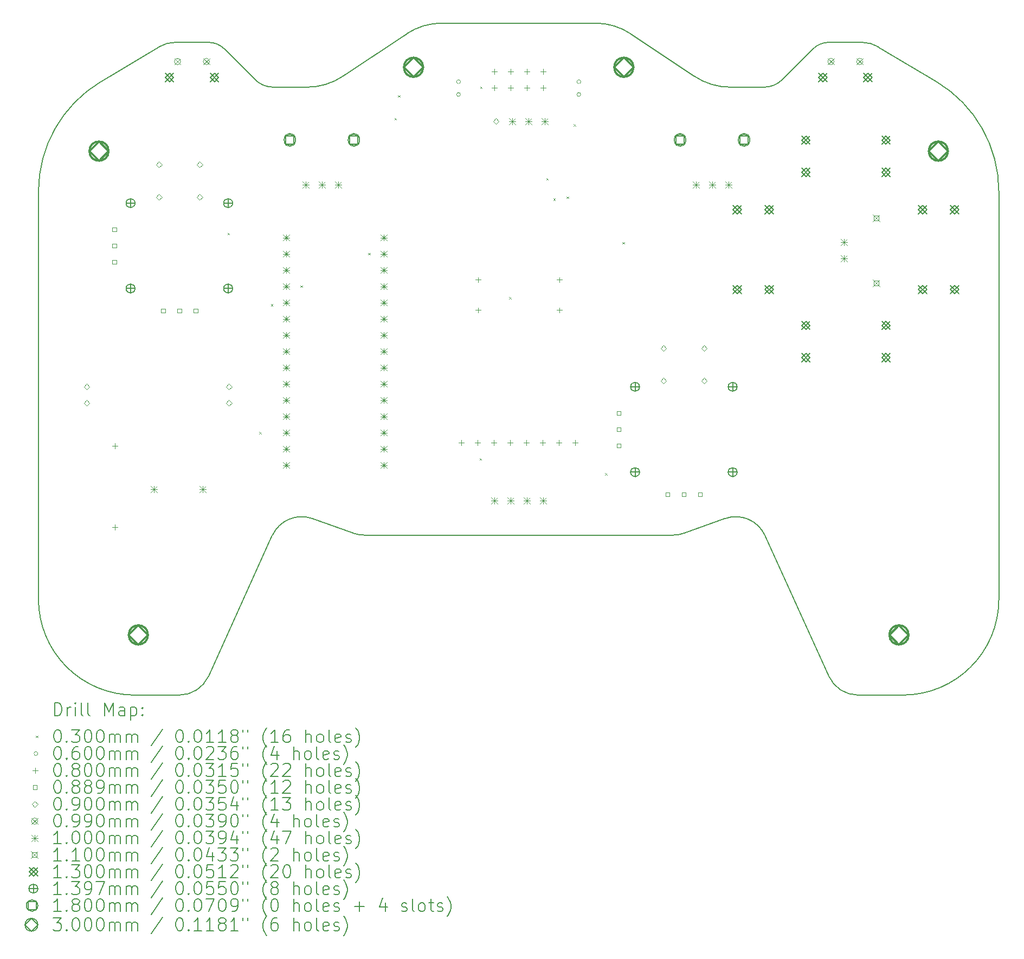
<source format=gbr>
%TF.GenerationSoftware,KiCad,Pcbnew,8.0.1*%
%TF.CreationDate,2024-05-04T17:11:58+07:00*%
%TF.ProjectId,Arduino_RC_Transceiver_DIY_2.3.0,41726475-696e-46f5-9f52-435f5472616e,2.1.0*%
%TF.SameCoordinates,Original*%
%TF.FileFunction,Drillmap*%
%TF.FilePolarity,Positive*%
%FSLAX45Y45*%
G04 Gerber Fmt 4.5, Leading zero omitted, Abs format (unit mm)*
G04 Created by KiCad (PCBNEW 8.0.1) date 2024-05-04 17:11:58*
%MOMM*%
%LPD*%
G01*
G04 APERTURE LIST*
%ADD10C,0.200000*%
%ADD11C,0.100000*%
%ADD12C,0.110000*%
%ADD13C,0.130000*%
%ADD14C,0.139700*%
%ADD15C,0.180000*%
%ADD16C,0.300000*%
G04 APERTURE END LIST*
D10*
X19052357Y-5457643D02*
X19532688Y-4977312D01*
X18158166Y-12316540D02*
G75*
G02*
X18781711Y-12580855I168205J-470850D01*
G01*
X20235200Y-15074800D02*
G75*
G02*
X19779855Y-14781345I0J500000D01*
G01*
X9635205Y-15074800D02*
X8935200Y-15074800D01*
X16687125Y-4742750D02*
X17683275Y-5406850D01*
X20553956Y-4946053D02*
X21464192Y-5492195D01*
X20296708Y-4874800D02*
G75*
G02*
X20553957Y-4946053I2J-500000D01*
G01*
X21464192Y-5492195D02*
G75*
G02*
X22435199Y-7207181I-1028992J-1714985D01*
G01*
X7435200Y-7207181D02*
G75*
G02*
X8406208Y-5492195I2000000J1D01*
G01*
X12521825Y-12574800D02*
G75*
G02*
X12353624Y-12545658I-15J499890D01*
G01*
X12187125Y-5406850D02*
X13183275Y-4742750D01*
X19532688Y-4977312D02*
G75*
G02*
X19780175Y-4874802I247472J-247458D01*
G01*
X11100885Y-5574800D02*
G75*
G02*
X10818045Y-5457641I5J400000D01*
G01*
X12187125Y-5406850D02*
G75*
G02*
X11632424Y-5574800I-554685J832000D01*
G01*
X20935200Y-15074800D02*
X20235200Y-15074800D01*
X8935200Y-15074800D02*
G75*
G02*
X7435200Y-13574800I0J1500000D01*
G01*
X10090551Y-14781344D02*
G75*
G02*
X9635205Y-15074801I-455341J206534D01*
G01*
X13737976Y-4574800D02*
X16132424Y-4574800D01*
X19052357Y-5457643D02*
G75*
G02*
X18769515Y-5574798I-282827J282813D01*
G01*
X13183275Y-4742750D02*
G75*
G02*
X13737976Y-4574800I554685J-832000D01*
G01*
X10337712Y-4977313D02*
X10818043Y-5457643D01*
X9316444Y-4946054D02*
G75*
G02*
X9573692Y-4874798I257246J-428727D01*
G01*
X17348575Y-12574800D02*
X12521825Y-12574800D01*
X18237976Y-5574800D02*
X18769515Y-5574800D01*
X12353624Y-12545659D02*
X11712234Y-12316541D01*
X19780175Y-4874800D02*
X20296708Y-4874800D01*
X11100885Y-5574800D02*
X11632424Y-5574800D01*
X18158166Y-12316540D02*
X17516777Y-12545659D01*
X9573692Y-4874800D02*
X10090225Y-4874800D01*
X16132424Y-4574800D02*
G75*
G02*
X16687123Y-4742752I-4J-1000000D01*
G01*
X11088687Y-12580856D02*
G75*
G02*
X11712235Y-12316538I455353J-206554D01*
G01*
X19779855Y-14781345D02*
X18781713Y-12580854D01*
X17516777Y-12545659D02*
G75*
G02*
X17348575Y-12574800I-168187J470769D01*
G01*
X22435200Y-13574800D02*
G75*
G02*
X20935200Y-15074800I-1500000J0D01*
G01*
X10090225Y-4874800D02*
G75*
G02*
X10337713Y-4977312I-15J-350040D01*
G01*
X11088687Y-12580856D02*
X10090551Y-14781344D01*
X7435200Y-13574800D02*
X7435200Y-7207181D01*
X22435200Y-7207181D02*
X22435200Y-13574800D01*
X18237976Y-5574800D02*
G75*
G02*
X17683277Y-5406848I4J1000000D01*
G01*
X8406208Y-5492195D02*
X9316444Y-4946054D01*
D11*
X10390000Y-7850000D02*
X10420000Y-7880000D01*
X10420000Y-7850000D02*
X10390000Y-7880000D01*
X10885000Y-10965000D02*
X10915000Y-10995000D01*
X10915000Y-10965000D02*
X10885000Y-10995000D01*
X11065000Y-8965000D02*
X11095000Y-8995000D01*
X11095000Y-8965000D02*
X11065000Y-8995000D01*
X11525000Y-8675000D02*
X11555000Y-8705000D01*
X11555000Y-8675000D02*
X11525000Y-8705000D01*
X12585001Y-8165000D02*
X12615001Y-8195000D01*
X12615001Y-8165000D02*
X12585001Y-8195000D01*
X12995000Y-6055000D02*
X13025000Y-6085000D01*
X13025000Y-6055000D02*
X12995000Y-6085000D01*
X13049799Y-5699799D02*
X13079799Y-5729799D01*
X13079799Y-5699799D02*
X13049799Y-5729799D01*
X14325000Y-11375000D02*
X14355000Y-11405000D01*
X14355000Y-11375000D02*
X14325000Y-11405000D01*
X14335000Y-5565000D02*
X14365000Y-5595000D01*
X14365000Y-5565000D02*
X14335000Y-5595000D01*
X14785000Y-8855000D02*
X14815000Y-8885000D01*
X14815000Y-8855000D02*
X14785000Y-8885000D01*
X15365000Y-6995000D02*
X15395000Y-7025000D01*
X15395000Y-6995000D02*
X15365000Y-7025000D01*
X15475000Y-7315000D02*
X15505000Y-7345000D01*
X15505000Y-7315000D02*
X15475000Y-7345000D01*
X15685000Y-7285000D02*
X15715000Y-7315000D01*
X15715000Y-7285000D02*
X15685000Y-7315000D01*
X15795000Y-6155000D02*
X15825000Y-6185000D01*
X15825000Y-6155000D02*
X15795000Y-6185000D01*
X16285000Y-11605000D02*
X16315000Y-11635000D01*
X16315000Y-11605000D02*
X16285000Y-11635000D01*
X16555000Y-7995000D02*
X16585000Y-8025000D01*
X16585000Y-7995000D02*
X16555000Y-8025000D01*
X14025400Y-5489600D02*
G75*
G02*
X13965400Y-5489600I-30000J0D01*
G01*
X13965400Y-5489600D02*
G75*
G02*
X14025400Y-5489600I30000J0D01*
G01*
X14025400Y-5689600D02*
G75*
G02*
X13965400Y-5689600I-30000J0D01*
G01*
X13965400Y-5689600D02*
G75*
G02*
X14025400Y-5689600I30000J0D01*
G01*
X15905000Y-5489600D02*
G75*
G02*
X15845000Y-5489600I-30000J0D01*
G01*
X15845000Y-5489600D02*
G75*
G02*
X15905000Y-5489600I30000J0D01*
G01*
X15905000Y-5689600D02*
G75*
G02*
X15845000Y-5689600I-30000J0D01*
G01*
X15845000Y-5689600D02*
G75*
G02*
X15905000Y-5689600I30000J0D01*
G01*
X8630000Y-11140000D02*
X8630000Y-11220000D01*
X8590000Y-11180000D02*
X8670000Y-11180000D01*
X8630000Y-12410000D02*
X8630000Y-12490000D01*
X8590000Y-12450000D02*
X8670000Y-12450000D01*
X14041120Y-11090180D02*
X14041120Y-11170180D01*
X14001120Y-11130180D02*
X14081120Y-11130180D01*
X14295120Y-11090180D02*
X14295120Y-11170180D01*
X14255120Y-11130180D02*
X14335120Y-11130180D01*
X14300200Y-8545200D02*
X14300200Y-8625200D01*
X14260200Y-8585200D02*
X14340200Y-8585200D01*
X14300200Y-9020200D02*
X14300200Y-9100200D01*
X14260200Y-9060200D02*
X14340200Y-9060200D01*
X14549120Y-11090180D02*
X14549120Y-11170180D01*
X14509120Y-11130180D02*
X14589120Y-11130180D01*
X14554200Y-5290300D02*
X14554200Y-5370300D01*
X14514200Y-5330300D02*
X14594200Y-5330300D01*
X14554200Y-5544300D02*
X14554200Y-5624300D01*
X14514200Y-5584300D02*
X14594200Y-5584300D01*
X14803120Y-11090180D02*
X14803120Y-11170180D01*
X14763120Y-11130180D02*
X14843120Y-11130180D01*
X14808200Y-5290300D02*
X14808200Y-5370300D01*
X14768200Y-5330300D02*
X14848200Y-5330300D01*
X14808200Y-5544300D02*
X14808200Y-5624300D01*
X14768200Y-5584300D02*
X14848200Y-5584300D01*
X15057120Y-11090180D02*
X15057120Y-11170180D01*
X15017120Y-11130180D02*
X15097120Y-11130180D01*
X15062200Y-5290300D02*
X15062200Y-5370300D01*
X15022200Y-5330300D02*
X15102200Y-5330300D01*
X15062200Y-5544300D02*
X15062200Y-5624300D01*
X15022200Y-5584300D02*
X15102200Y-5584300D01*
X15311120Y-11090180D02*
X15311120Y-11170180D01*
X15271120Y-11130180D02*
X15351120Y-11130180D01*
X15316200Y-5290300D02*
X15316200Y-5370300D01*
X15276200Y-5330300D02*
X15356200Y-5330300D01*
X15316200Y-5544300D02*
X15316200Y-5624300D01*
X15276200Y-5584300D02*
X15356200Y-5584300D01*
X15565120Y-11090180D02*
X15565120Y-11170180D01*
X15525120Y-11130180D02*
X15605120Y-11130180D01*
X15570200Y-8545200D02*
X15570200Y-8625200D01*
X15530200Y-8585200D02*
X15610200Y-8585200D01*
X15570200Y-9020200D02*
X15570200Y-9100200D01*
X15530200Y-9060200D02*
X15610200Y-9060200D01*
X15819120Y-11090180D02*
X15819120Y-11170180D01*
X15779120Y-11130180D02*
X15859120Y-11130180D01*
X8650631Y-7832231D02*
X8650631Y-7769369D01*
X8587769Y-7769369D01*
X8587769Y-7832231D01*
X8650631Y-7832231D01*
X8650631Y-8086231D02*
X8650631Y-8023369D01*
X8587769Y-8023369D01*
X8587769Y-8086231D01*
X8650631Y-8086231D01*
X8650631Y-8340231D02*
X8650631Y-8277369D01*
X8587769Y-8277369D01*
X8587769Y-8340231D01*
X8650631Y-8340231D01*
X9412631Y-9102231D02*
X9412631Y-9039369D01*
X9349769Y-9039369D01*
X9349769Y-9102231D01*
X9412631Y-9102231D01*
X9666631Y-9102231D02*
X9666631Y-9039369D01*
X9603769Y-9039369D01*
X9603769Y-9102231D01*
X9666631Y-9102231D01*
X9920631Y-9102231D02*
X9920631Y-9039369D01*
X9857769Y-9039369D01*
X9857769Y-9102231D01*
X9920631Y-9102231D01*
X16530631Y-10702231D02*
X16530631Y-10639369D01*
X16467769Y-10639369D01*
X16467769Y-10702231D01*
X16530631Y-10702231D01*
X16530631Y-10956231D02*
X16530631Y-10893369D01*
X16467769Y-10893369D01*
X16467769Y-10956231D01*
X16530631Y-10956231D01*
X16530631Y-11210231D02*
X16530631Y-11147369D01*
X16467769Y-11147369D01*
X16467769Y-11210231D01*
X16530631Y-11210231D01*
X17292631Y-11972231D02*
X17292631Y-11909369D01*
X17229769Y-11909369D01*
X17229769Y-11972231D01*
X17292631Y-11972231D01*
X17546631Y-11972231D02*
X17546631Y-11909369D01*
X17483769Y-11909369D01*
X17483769Y-11972231D01*
X17546631Y-11972231D01*
X17800631Y-11972231D02*
X17800631Y-11909369D01*
X17737769Y-11909369D01*
X17737769Y-11972231D01*
X17800631Y-11972231D01*
X8190000Y-10301000D02*
X8235000Y-10256000D01*
X8190000Y-10211000D01*
X8145000Y-10256000D01*
X8190000Y-10301000D01*
X8190000Y-10555000D02*
X8235000Y-10510000D01*
X8190000Y-10465000D01*
X8145000Y-10510000D01*
X8190000Y-10555000D01*
X9317700Y-6829800D02*
X9362700Y-6784800D01*
X9317700Y-6739800D01*
X9272700Y-6784800D01*
X9317700Y-6829800D01*
X9317700Y-7337800D02*
X9362700Y-7292800D01*
X9317700Y-7247800D01*
X9272700Y-7292800D01*
X9317700Y-7337800D01*
X9952700Y-6829800D02*
X9997700Y-6784800D01*
X9952700Y-6739800D01*
X9907700Y-6784800D01*
X9952700Y-6829800D01*
X9952700Y-7337800D02*
X9997700Y-7292800D01*
X9952700Y-7247800D01*
X9907700Y-7292800D01*
X9952700Y-7337800D01*
X10410000Y-10301000D02*
X10455000Y-10256000D01*
X10410000Y-10211000D01*
X10365000Y-10256000D01*
X10410000Y-10301000D01*
X10410000Y-10555000D02*
X10455000Y-10510000D01*
X10410000Y-10465000D01*
X10365000Y-10510000D01*
X10410000Y-10555000D01*
X14580500Y-6151625D02*
X14625500Y-6106625D01*
X14580500Y-6061625D01*
X14535500Y-6106625D01*
X14580500Y-6151625D01*
X17197700Y-9699800D02*
X17242700Y-9654800D01*
X17197700Y-9609800D01*
X17152700Y-9654800D01*
X17197700Y-9699800D01*
X17197700Y-10207800D02*
X17242700Y-10162800D01*
X17197700Y-10117800D01*
X17152700Y-10162800D01*
X17197700Y-10207800D01*
X17832700Y-9699800D02*
X17877700Y-9654800D01*
X17832700Y-9609800D01*
X17787700Y-9654800D01*
X17832700Y-9699800D01*
X17832700Y-10207800D02*
X17877700Y-10162800D01*
X17832700Y-10117800D01*
X17787700Y-10162800D01*
X17832700Y-10207800D01*
X9558200Y-5125300D02*
X9657200Y-5224300D01*
X9657200Y-5125300D02*
X9558200Y-5224300D01*
X9657200Y-5174800D02*
G75*
G02*
X9558200Y-5174800I-49500J0D01*
G01*
X9558200Y-5174800D02*
G75*
G02*
X9657200Y-5174800I49500J0D01*
G01*
X10008200Y-5125300D02*
X10107200Y-5224300D01*
X10107200Y-5125300D02*
X10008200Y-5224300D01*
X10107200Y-5174800D02*
G75*
G02*
X10008200Y-5174800I-49500J0D01*
G01*
X10008200Y-5174800D02*
G75*
G02*
X10107200Y-5174800I49500J0D01*
G01*
X19763200Y-5125300D02*
X19862200Y-5224300D01*
X19862200Y-5125300D02*
X19763200Y-5224300D01*
X19862200Y-5174800D02*
G75*
G02*
X19763200Y-5174800I-49500J0D01*
G01*
X19763200Y-5174800D02*
G75*
G02*
X19862200Y-5174800I49500J0D01*
G01*
X20213200Y-5125300D02*
X20312200Y-5224300D01*
X20312200Y-5125300D02*
X20213200Y-5224300D01*
X20312200Y-5174800D02*
G75*
G02*
X20213200Y-5174800I-49500J0D01*
G01*
X20213200Y-5174800D02*
G75*
G02*
X20312200Y-5174800I49500J0D01*
G01*
X9190000Y-11810000D02*
X9290000Y-11910000D01*
X9290000Y-11810000D02*
X9190000Y-11910000D01*
X9240000Y-11810000D02*
X9240000Y-11910000D01*
X9190000Y-11860000D02*
X9290000Y-11860000D01*
X9950000Y-11810000D02*
X10050000Y-11910000D01*
X10050000Y-11810000D02*
X9950000Y-11910000D01*
X10000000Y-11810000D02*
X10000000Y-11910000D01*
X9950000Y-11860000D02*
X10050000Y-11860000D01*
X11253200Y-7876800D02*
X11353200Y-7976800D01*
X11353200Y-7876800D02*
X11253200Y-7976800D01*
X11303200Y-7876800D02*
X11303200Y-7976800D01*
X11253200Y-7926800D02*
X11353200Y-7926800D01*
X11253200Y-8130800D02*
X11353200Y-8230800D01*
X11353200Y-8130800D02*
X11253200Y-8230800D01*
X11303200Y-8130800D02*
X11303200Y-8230800D01*
X11253200Y-8180800D02*
X11353200Y-8180800D01*
X11253200Y-8384800D02*
X11353200Y-8484800D01*
X11353200Y-8384800D02*
X11253200Y-8484800D01*
X11303200Y-8384800D02*
X11303200Y-8484800D01*
X11253200Y-8434800D02*
X11353200Y-8434800D01*
X11253200Y-8638800D02*
X11353200Y-8738800D01*
X11353200Y-8638800D02*
X11253200Y-8738800D01*
X11303200Y-8638800D02*
X11303200Y-8738800D01*
X11253200Y-8688800D02*
X11353200Y-8688800D01*
X11253200Y-8892800D02*
X11353200Y-8992800D01*
X11353200Y-8892800D02*
X11253200Y-8992800D01*
X11303200Y-8892800D02*
X11303200Y-8992800D01*
X11253200Y-8942800D02*
X11353200Y-8942800D01*
X11253200Y-9146800D02*
X11353200Y-9246800D01*
X11353200Y-9146800D02*
X11253200Y-9246800D01*
X11303200Y-9146800D02*
X11303200Y-9246800D01*
X11253200Y-9196800D02*
X11353200Y-9196800D01*
X11253200Y-9400800D02*
X11353200Y-9500800D01*
X11353200Y-9400800D02*
X11253200Y-9500800D01*
X11303200Y-9400800D02*
X11303200Y-9500800D01*
X11253200Y-9450800D02*
X11353200Y-9450800D01*
X11253200Y-9654800D02*
X11353200Y-9754800D01*
X11353200Y-9654800D02*
X11253200Y-9754800D01*
X11303200Y-9654800D02*
X11303200Y-9754800D01*
X11253200Y-9704800D02*
X11353200Y-9704800D01*
X11253200Y-9908800D02*
X11353200Y-10008800D01*
X11353200Y-9908800D02*
X11253200Y-10008800D01*
X11303200Y-9908800D02*
X11303200Y-10008800D01*
X11253200Y-9958800D02*
X11353200Y-9958800D01*
X11253200Y-10162800D02*
X11353200Y-10262800D01*
X11353200Y-10162800D02*
X11253200Y-10262800D01*
X11303200Y-10162800D02*
X11303200Y-10262800D01*
X11253200Y-10212800D02*
X11353200Y-10212800D01*
X11253200Y-10416800D02*
X11353200Y-10516800D01*
X11353200Y-10416800D02*
X11253200Y-10516800D01*
X11303200Y-10416800D02*
X11303200Y-10516800D01*
X11253200Y-10466800D02*
X11353200Y-10466800D01*
X11253200Y-10670800D02*
X11353200Y-10770800D01*
X11353200Y-10670800D02*
X11253200Y-10770800D01*
X11303200Y-10670800D02*
X11303200Y-10770800D01*
X11253200Y-10720800D02*
X11353200Y-10720800D01*
X11253200Y-10924800D02*
X11353200Y-11024800D01*
X11353200Y-10924800D02*
X11253200Y-11024800D01*
X11303200Y-10924800D02*
X11303200Y-11024800D01*
X11253200Y-10974800D02*
X11353200Y-10974800D01*
X11253200Y-11178800D02*
X11353200Y-11278800D01*
X11353200Y-11178800D02*
X11253200Y-11278800D01*
X11303200Y-11178800D02*
X11303200Y-11278800D01*
X11253200Y-11228800D02*
X11353200Y-11228800D01*
X11253200Y-11432800D02*
X11353200Y-11532800D01*
X11353200Y-11432800D02*
X11253200Y-11532800D01*
X11303200Y-11432800D02*
X11303200Y-11532800D01*
X11253200Y-11482800D02*
X11353200Y-11482800D01*
X11561610Y-7049800D02*
X11661610Y-7149800D01*
X11661610Y-7049800D02*
X11561610Y-7149800D01*
X11611610Y-7049800D02*
X11611610Y-7149800D01*
X11561610Y-7099800D02*
X11661610Y-7099800D01*
X11815610Y-7049800D02*
X11915610Y-7149800D01*
X11915610Y-7049800D02*
X11815610Y-7149800D01*
X11865610Y-7049800D02*
X11865610Y-7149800D01*
X11815610Y-7099800D02*
X11915610Y-7099800D01*
X12069610Y-7049800D02*
X12169610Y-7149800D01*
X12169610Y-7049800D02*
X12069610Y-7149800D01*
X12119610Y-7049800D02*
X12119610Y-7149800D01*
X12069610Y-7099800D02*
X12169610Y-7099800D01*
X12777200Y-7876800D02*
X12877200Y-7976800D01*
X12877200Y-7876800D02*
X12777200Y-7976800D01*
X12827200Y-7876800D02*
X12827200Y-7976800D01*
X12777200Y-7926800D02*
X12877200Y-7926800D01*
X12777200Y-8130800D02*
X12877200Y-8230800D01*
X12877200Y-8130800D02*
X12777200Y-8230800D01*
X12827200Y-8130800D02*
X12827200Y-8230800D01*
X12777200Y-8180800D02*
X12877200Y-8180800D01*
X12777200Y-8384800D02*
X12877200Y-8484800D01*
X12877200Y-8384800D02*
X12777200Y-8484800D01*
X12827200Y-8384800D02*
X12827200Y-8484800D01*
X12777200Y-8434800D02*
X12877200Y-8434800D01*
X12777200Y-8638800D02*
X12877200Y-8738800D01*
X12877200Y-8638800D02*
X12777200Y-8738800D01*
X12827200Y-8638800D02*
X12827200Y-8738800D01*
X12777200Y-8688800D02*
X12877200Y-8688800D01*
X12777200Y-8892800D02*
X12877200Y-8992800D01*
X12877200Y-8892800D02*
X12777200Y-8992800D01*
X12827200Y-8892800D02*
X12827200Y-8992800D01*
X12777200Y-8942800D02*
X12877200Y-8942800D01*
X12777200Y-9146800D02*
X12877200Y-9246800D01*
X12877200Y-9146800D02*
X12777200Y-9246800D01*
X12827200Y-9146800D02*
X12827200Y-9246800D01*
X12777200Y-9196800D02*
X12877200Y-9196800D01*
X12777200Y-9400800D02*
X12877200Y-9500800D01*
X12877200Y-9400800D02*
X12777200Y-9500800D01*
X12827200Y-9400800D02*
X12827200Y-9500800D01*
X12777200Y-9450800D02*
X12877200Y-9450800D01*
X12777200Y-9654800D02*
X12877200Y-9754800D01*
X12877200Y-9654800D02*
X12777200Y-9754800D01*
X12827200Y-9654800D02*
X12827200Y-9754800D01*
X12777200Y-9704800D02*
X12877200Y-9704800D01*
X12777200Y-9908800D02*
X12877200Y-10008800D01*
X12877200Y-9908800D02*
X12777200Y-10008800D01*
X12827200Y-9908800D02*
X12827200Y-10008800D01*
X12777200Y-9958800D02*
X12877200Y-9958800D01*
X12777200Y-10162800D02*
X12877200Y-10262800D01*
X12877200Y-10162800D02*
X12777200Y-10262800D01*
X12827200Y-10162800D02*
X12827200Y-10262800D01*
X12777200Y-10212800D02*
X12877200Y-10212800D01*
X12777200Y-10416800D02*
X12877200Y-10516800D01*
X12877200Y-10416800D02*
X12777200Y-10516800D01*
X12827200Y-10416800D02*
X12827200Y-10516800D01*
X12777200Y-10466800D02*
X12877200Y-10466800D01*
X12777200Y-10670800D02*
X12877200Y-10770800D01*
X12877200Y-10670800D02*
X12777200Y-10770800D01*
X12827200Y-10670800D02*
X12827200Y-10770800D01*
X12777200Y-10720800D02*
X12877200Y-10720800D01*
X12777200Y-10924800D02*
X12877200Y-11024800D01*
X12877200Y-10924800D02*
X12777200Y-11024800D01*
X12827200Y-10924800D02*
X12827200Y-11024800D01*
X12777200Y-10974800D02*
X12877200Y-10974800D01*
X12777200Y-11178800D02*
X12877200Y-11278800D01*
X12877200Y-11178800D02*
X12777200Y-11278800D01*
X12827200Y-11178800D02*
X12827200Y-11278800D01*
X12777200Y-11228800D02*
X12877200Y-11228800D01*
X12777200Y-11432800D02*
X12877200Y-11532800D01*
X12877200Y-11432800D02*
X12777200Y-11532800D01*
X12827200Y-11432800D02*
X12827200Y-11532800D01*
X12777200Y-11482800D02*
X12877200Y-11482800D01*
X14503200Y-11989600D02*
X14603200Y-12089600D01*
X14603200Y-11989600D02*
X14503200Y-12089600D01*
X14553200Y-11989600D02*
X14553200Y-12089600D01*
X14503200Y-12039600D02*
X14603200Y-12039600D01*
X14757200Y-11989600D02*
X14857200Y-12089600D01*
X14857200Y-11989600D02*
X14757200Y-12089600D01*
X14807200Y-11989600D02*
X14807200Y-12089600D01*
X14757200Y-12039600D02*
X14857200Y-12039600D01*
X14784500Y-6056625D02*
X14884500Y-6156625D01*
X14884500Y-6056625D02*
X14784500Y-6156625D01*
X14834500Y-6056625D02*
X14834500Y-6156625D01*
X14784500Y-6106625D02*
X14884500Y-6106625D01*
X15011200Y-11989600D02*
X15111200Y-12089600D01*
X15111200Y-11989600D02*
X15011200Y-12089600D01*
X15061200Y-11989600D02*
X15061200Y-12089600D01*
X15011200Y-12039600D02*
X15111200Y-12039600D01*
X15038500Y-6056625D02*
X15138500Y-6156625D01*
X15138500Y-6056625D02*
X15038500Y-6156625D01*
X15088500Y-6056625D02*
X15088500Y-6156625D01*
X15038500Y-6106625D02*
X15138500Y-6106625D01*
X15265200Y-11989600D02*
X15365200Y-12089600D01*
X15365200Y-11989600D02*
X15265200Y-12089600D01*
X15315200Y-11989600D02*
X15315200Y-12089600D01*
X15265200Y-12039600D02*
X15365200Y-12039600D01*
X15292500Y-6056625D02*
X15392500Y-6156625D01*
X15392500Y-6056625D02*
X15292500Y-6156625D01*
X15342500Y-6056625D02*
X15342500Y-6156625D01*
X15292500Y-6106625D02*
X15392500Y-6106625D01*
X17656410Y-7049800D02*
X17756410Y-7149800D01*
X17756410Y-7049800D02*
X17656410Y-7149800D01*
X17706410Y-7049800D02*
X17706410Y-7149800D01*
X17656410Y-7099800D02*
X17756410Y-7099800D01*
X17910410Y-7049800D02*
X18010410Y-7149800D01*
X18010410Y-7049800D02*
X17910410Y-7149800D01*
X17960410Y-7049800D02*
X17960410Y-7149800D01*
X17910410Y-7099800D02*
X18010410Y-7099800D01*
X18164410Y-7049800D02*
X18264410Y-7149800D01*
X18264410Y-7049800D02*
X18164410Y-7149800D01*
X18214410Y-7049800D02*
X18214410Y-7149800D01*
X18164410Y-7099800D02*
X18264410Y-7099800D01*
X19965200Y-7951500D02*
X20065200Y-8051500D01*
X20065200Y-7951500D02*
X19965200Y-8051500D01*
X20015200Y-7951500D02*
X20015200Y-8051500D01*
X19965200Y-8001500D02*
X20065200Y-8001500D01*
X19965200Y-8205500D02*
X20065200Y-8305500D01*
X20065200Y-8205500D02*
X19965200Y-8305500D01*
X20015200Y-8205500D02*
X20015200Y-8305500D01*
X19965200Y-8255500D02*
X20065200Y-8255500D01*
D12*
X20468200Y-7565000D02*
X20578200Y-7675000D01*
X20578200Y-7565000D02*
X20468200Y-7675000D01*
X20562091Y-7658891D02*
X20562091Y-7581109D01*
X20484309Y-7581109D01*
X20484309Y-7658891D01*
X20562091Y-7658891D01*
X20468200Y-8581000D02*
X20578200Y-8691000D01*
X20578200Y-8581000D02*
X20468200Y-8691000D01*
X20562091Y-8674891D02*
X20562091Y-8597109D01*
X20484309Y-8597109D01*
X20484309Y-8674891D01*
X20562091Y-8674891D01*
D13*
X9417200Y-5358800D02*
X9547200Y-5488800D01*
X9547200Y-5358800D02*
X9417200Y-5488800D01*
X9482200Y-5488800D02*
X9547200Y-5423800D01*
X9482200Y-5358800D01*
X9417200Y-5423800D01*
X9482200Y-5488800D01*
X10118200Y-5358800D02*
X10248200Y-5488800D01*
X10248200Y-5358800D02*
X10118200Y-5488800D01*
X10183200Y-5488800D02*
X10248200Y-5423800D01*
X10183200Y-5358800D01*
X10118200Y-5423800D01*
X10183200Y-5488800D01*
X18283400Y-7423800D02*
X18413400Y-7553800D01*
X18413400Y-7423800D02*
X18283400Y-7553800D01*
X18348400Y-7553800D02*
X18413400Y-7488800D01*
X18348400Y-7423800D01*
X18283400Y-7488800D01*
X18348400Y-7553800D01*
X18283400Y-8673800D02*
X18413400Y-8803800D01*
X18413400Y-8673800D02*
X18283400Y-8803800D01*
X18348400Y-8803800D02*
X18413400Y-8738800D01*
X18348400Y-8673800D01*
X18283400Y-8738800D01*
X18348400Y-8803800D01*
X18783400Y-7423800D02*
X18913400Y-7553800D01*
X18913400Y-7423800D02*
X18783400Y-7553800D01*
X18848400Y-7553800D02*
X18913400Y-7488800D01*
X18848400Y-7423800D01*
X18783400Y-7488800D01*
X18848400Y-7553800D01*
X18783400Y-8673800D02*
X18913400Y-8803800D01*
X18913400Y-8673800D02*
X18783400Y-8803800D01*
X18848400Y-8803800D02*
X18913400Y-8738800D01*
X18848400Y-8673800D01*
X18783400Y-8738800D01*
X18848400Y-8803800D01*
X19356200Y-6339800D02*
X19486200Y-6469800D01*
X19486200Y-6339800D02*
X19356200Y-6469800D01*
X19421200Y-6469800D02*
X19486200Y-6404800D01*
X19421200Y-6339800D01*
X19356200Y-6404800D01*
X19421200Y-6469800D01*
X19356200Y-6839800D02*
X19486200Y-6969800D01*
X19486200Y-6839800D02*
X19356200Y-6969800D01*
X19421200Y-6969800D02*
X19486200Y-6904800D01*
X19421200Y-6839800D01*
X19356200Y-6904800D01*
X19421200Y-6969800D01*
X19356200Y-9235400D02*
X19486200Y-9365400D01*
X19486200Y-9235400D02*
X19356200Y-9365400D01*
X19421200Y-9365400D02*
X19486200Y-9300400D01*
X19421200Y-9235400D01*
X19356200Y-9300400D01*
X19421200Y-9365400D01*
X19356200Y-9735400D02*
X19486200Y-9865400D01*
X19486200Y-9735400D02*
X19356200Y-9865400D01*
X19421200Y-9865400D02*
X19486200Y-9800400D01*
X19421200Y-9735400D01*
X19356200Y-9800400D01*
X19421200Y-9865400D01*
X19622200Y-5358800D02*
X19752200Y-5488800D01*
X19752200Y-5358800D02*
X19622200Y-5488800D01*
X19687200Y-5488800D02*
X19752200Y-5423800D01*
X19687200Y-5358800D01*
X19622200Y-5423800D01*
X19687200Y-5488800D01*
X20323200Y-5358800D02*
X20453200Y-5488800D01*
X20453200Y-5358800D02*
X20323200Y-5488800D01*
X20388200Y-5488800D02*
X20453200Y-5423800D01*
X20388200Y-5358800D01*
X20323200Y-5423800D01*
X20388200Y-5488800D01*
X20606200Y-6339800D02*
X20736200Y-6469800D01*
X20736200Y-6339800D02*
X20606200Y-6469800D01*
X20671200Y-6469800D02*
X20736200Y-6404800D01*
X20671200Y-6339800D01*
X20606200Y-6404800D01*
X20671200Y-6469800D01*
X20606200Y-6839800D02*
X20736200Y-6969800D01*
X20736200Y-6839800D02*
X20606200Y-6969800D01*
X20671200Y-6969800D02*
X20736200Y-6904800D01*
X20671200Y-6839800D01*
X20606200Y-6904800D01*
X20671200Y-6969800D01*
X20606200Y-9235400D02*
X20736200Y-9365400D01*
X20736200Y-9235400D02*
X20606200Y-9365400D01*
X20671200Y-9365400D02*
X20736200Y-9300400D01*
X20671200Y-9235400D01*
X20606200Y-9300400D01*
X20671200Y-9365400D01*
X20606200Y-9735400D02*
X20736200Y-9865400D01*
X20736200Y-9735400D02*
X20606200Y-9865400D01*
X20671200Y-9865400D02*
X20736200Y-9800400D01*
X20671200Y-9735400D01*
X20606200Y-9800400D01*
X20671200Y-9865400D01*
X21179000Y-7423800D02*
X21309000Y-7553800D01*
X21309000Y-7423800D02*
X21179000Y-7553800D01*
X21244000Y-7553800D02*
X21309000Y-7488800D01*
X21244000Y-7423800D01*
X21179000Y-7488800D01*
X21244000Y-7553800D01*
X21179000Y-8673800D02*
X21309000Y-8803800D01*
X21309000Y-8673800D02*
X21179000Y-8803800D01*
X21244000Y-8803800D02*
X21309000Y-8738800D01*
X21244000Y-8673800D01*
X21179000Y-8738800D01*
X21244000Y-8803800D01*
X21679000Y-7423800D02*
X21809000Y-7553800D01*
X21809000Y-7423800D02*
X21679000Y-7553800D01*
X21744000Y-7553800D02*
X21809000Y-7488800D01*
X21744000Y-7423800D01*
X21679000Y-7488800D01*
X21744000Y-7553800D01*
X21679000Y-8673800D02*
X21809000Y-8803800D01*
X21809000Y-8673800D02*
X21679000Y-8803800D01*
X21744000Y-8803800D02*
X21809000Y-8738800D01*
X21744000Y-8673800D01*
X21679000Y-8738800D01*
X21744000Y-8803800D01*
D14*
X8873200Y-7318200D02*
X8873200Y-7457900D01*
X8803350Y-7388050D02*
X8943050Y-7388050D01*
X8943050Y-7388050D02*
G75*
G02*
X8803350Y-7388050I-69850J0D01*
G01*
X8803350Y-7388050D02*
G75*
G02*
X8943050Y-7388050I69850J0D01*
G01*
X8873200Y-8651700D02*
X8873200Y-8791400D01*
X8803350Y-8721550D02*
X8943050Y-8721550D01*
X8943050Y-8721550D02*
G75*
G02*
X8803350Y-8721550I-69850J0D01*
G01*
X8803350Y-8721550D02*
G75*
G02*
X8943050Y-8721550I69850J0D01*
G01*
X10397200Y-7318200D02*
X10397200Y-7457900D01*
X10327350Y-7388050D02*
X10467050Y-7388050D01*
X10467050Y-7388050D02*
G75*
G02*
X10327350Y-7388050I-69850J0D01*
G01*
X10327350Y-7388050D02*
G75*
G02*
X10467050Y-7388050I69850J0D01*
G01*
X10397200Y-8651700D02*
X10397200Y-8791400D01*
X10327350Y-8721550D02*
X10467050Y-8721550D01*
X10467050Y-8721550D02*
G75*
G02*
X10327350Y-8721550I-69850J0D01*
G01*
X10327350Y-8721550D02*
G75*
G02*
X10467050Y-8721550I69850J0D01*
G01*
X16753200Y-10188200D02*
X16753200Y-10327900D01*
X16683350Y-10258050D02*
X16823050Y-10258050D01*
X16823050Y-10258050D02*
G75*
G02*
X16683350Y-10258050I-69850J0D01*
G01*
X16683350Y-10258050D02*
G75*
G02*
X16823050Y-10258050I69850J0D01*
G01*
X16753200Y-11521700D02*
X16753200Y-11661400D01*
X16683350Y-11591550D02*
X16823050Y-11591550D01*
X16823050Y-11591550D02*
G75*
G02*
X16683350Y-11591550I-69850J0D01*
G01*
X16683350Y-11591550D02*
G75*
G02*
X16823050Y-11591550I69850J0D01*
G01*
X18277200Y-10188200D02*
X18277200Y-10327900D01*
X18207350Y-10258050D02*
X18347050Y-10258050D01*
X18347050Y-10258050D02*
G75*
G02*
X18207350Y-10258050I-69850J0D01*
G01*
X18207350Y-10258050D02*
G75*
G02*
X18347050Y-10258050I69850J0D01*
G01*
X18277200Y-11521700D02*
X18277200Y-11661400D01*
X18207350Y-11591550D02*
X18347050Y-11591550D01*
X18347050Y-11591550D02*
G75*
G02*
X18207350Y-11591550I-69850J0D01*
G01*
X18207350Y-11591550D02*
G75*
G02*
X18347050Y-11591550I69850J0D01*
G01*
D15*
X11425250Y-6463440D02*
X11425250Y-6336160D01*
X11297969Y-6336160D01*
X11297969Y-6463440D01*
X11425250Y-6463440D01*
X11451610Y-6399800D02*
G75*
G02*
X11271610Y-6399800I-90000J0D01*
G01*
X11271610Y-6399800D02*
G75*
G02*
X11451610Y-6399800I90000J0D01*
G01*
D11*
X11451610Y-6414800D02*
X11451610Y-6384800D01*
X11271610Y-6384800D02*
G75*
G02*
X11451610Y-6384800I90000J0D01*
G01*
X11271610Y-6384800D02*
X11271610Y-6414800D01*
X11271610Y-6414800D02*
G75*
G03*
X11451610Y-6414800I90000J0D01*
G01*
D15*
X12425250Y-6463440D02*
X12425250Y-6336160D01*
X12297969Y-6336160D01*
X12297969Y-6463440D01*
X12425250Y-6463440D01*
X12451610Y-6399800D02*
G75*
G02*
X12271610Y-6399800I-90000J0D01*
G01*
X12271610Y-6399800D02*
G75*
G02*
X12451610Y-6399800I90000J0D01*
G01*
D11*
X12451610Y-6414800D02*
X12451610Y-6384800D01*
X12271610Y-6384800D02*
G75*
G02*
X12451610Y-6384800I90000J0D01*
G01*
X12271610Y-6384800D02*
X12271610Y-6414800D01*
X12271610Y-6414800D02*
G75*
G03*
X12451610Y-6414800I90000J0D01*
G01*
D15*
X17520050Y-6463440D02*
X17520050Y-6336160D01*
X17392769Y-6336160D01*
X17392769Y-6463440D01*
X17520050Y-6463440D01*
X17546410Y-6399800D02*
G75*
G02*
X17366410Y-6399800I-90000J0D01*
G01*
X17366410Y-6399800D02*
G75*
G02*
X17546410Y-6399800I90000J0D01*
G01*
D11*
X17546410Y-6414800D02*
X17546410Y-6384800D01*
X17366410Y-6384800D02*
G75*
G02*
X17546410Y-6384800I90000J0D01*
G01*
X17366410Y-6384800D02*
X17366410Y-6414800D01*
X17366410Y-6414800D02*
G75*
G03*
X17546410Y-6414800I90000J0D01*
G01*
D15*
X18520050Y-6463440D02*
X18520050Y-6336160D01*
X18392769Y-6336160D01*
X18392769Y-6463440D01*
X18520050Y-6463440D01*
X18546410Y-6399800D02*
G75*
G02*
X18366410Y-6399800I-90000J0D01*
G01*
X18366410Y-6399800D02*
G75*
G02*
X18546410Y-6399800I90000J0D01*
G01*
D11*
X18546410Y-6414800D02*
X18546410Y-6384800D01*
X18366410Y-6384800D02*
G75*
G02*
X18546410Y-6384800I90000J0D01*
G01*
X18366410Y-6384800D02*
X18366410Y-6414800D01*
X18366410Y-6414800D02*
G75*
G03*
X18546410Y-6414800I90000J0D01*
G01*
D16*
X8380200Y-6724800D02*
X8530200Y-6574800D01*
X8380200Y-6424800D01*
X8230200Y-6574800D01*
X8380200Y-6724800D01*
X8530200Y-6574800D02*
G75*
G02*
X8230200Y-6574800I-150000J0D01*
G01*
X8230200Y-6574800D02*
G75*
G02*
X8530200Y-6574800I150000J0D01*
G01*
X8995200Y-14284800D02*
X9145200Y-14134800D01*
X8995200Y-13984800D01*
X8845200Y-14134800D01*
X8995200Y-14284800D01*
X9145200Y-14134800D02*
G75*
G02*
X8845200Y-14134800I-150000J0D01*
G01*
X8845200Y-14134800D02*
G75*
G02*
X9145200Y-14134800I150000J0D01*
G01*
X13292700Y-5414800D02*
X13442700Y-5264800D01*
X13292700Y-5114800D01*
X13142700Y-5264800D01*
X13292700Y-5414800D01*
X13442700Y-5264800D02*
G75*
G02*
X13142700Y-5264800I-150000J0D01*
G01*
X13142700Y-5264800D02*
G75*
G02*
X13442700Y-5264800I150000J0D01*
G01*
X16577700Y-5414800D02*
X16727700Y-5264800D01*
X16577700Y-5114800D01*
X16427700Y-5264800D01*
X16577700Y-5414800D01*
X16727700Y-5264800D02*
G75*
G02*
X16427700Y-5264800I-150000J0D01*
G01*
X16427700Y-5264800D02*
G75*
G02*
X16727700Y-5264800I150000J0D01*
G01*
X20875200Y-14284800D02*
X21025200Y-14134800D01*
X20875200Y-13984800D01*
X20725200Y-14134800D01*
X20875200Y-14284800D01*
X21025200Y-14134800D02*
G75*
G02*
X20725200Y-14134800I-150000J0D01*
G01*
X20725200Y-14134800D02*
G75*
G02*
X21025200Y-14134800I150000J0D01*
G01*
X21490200Y-6724800D02*
X21640200Y-6574800D01*
X21490200Y-6424800D01*
X21340200Y-6574800D01*
X21490200Y-6724800D01*
X21640200Y-6574800D02*
G75*
G02*
X21340200Y-6574800I-150000J0D01*
G01*
X21340200Y-6574800D02*
G75*
G02*
X21640200Y-6574800I150000J0D01*
G01*
D10*
X7685977Y-15396285D02*
X7685977Y-15196285D01*
X7685977Y-15196285D02*
X7733596Y-15196285D01*
X7733596Y-15196285D02*
X7762167Y-15205809D01*
X7762167Y-15205809D02*
X7781215Y-15224856D01*
X7781215Y-15224856D02*
X7790739Y-15243904D01*
X7790739Y-15243904D02*
X7800262Y-15281999D01*
X7800262Y-15281999D02*
X7800262Y-15310571D01*
X7800262Y-15310571D02*
X7790739Y-15348666D01*
X7790739Y-15348666D02*
X7781215Y-15367714D01*
X7781215Y-15367714D02*
X7762167Y-15386761D01*
X7762167Y-15386761D02*
X7733596Y-15396285D01*
X7733596Y-15396285D02*
X7685977Y-15396285D01*
X7885977Y-15396285D02*
X7885977Y-15262952D01*
X7885977Y-15301047D02*
X7895501Y-15281999D01*
X7895501Y-15281999D02*
X7905024Y-15272475D01*
X7905024Y-15272475D02*
X7924072Y-15262952D01*
X7924072Y-15262952D02*
X7943120Y-15262952D01*
X8009786Y-15396285D02*
X8009786Y-15262952D01*
X8009786Y-15196285D02*
X8000262Y-15205809D01*
X8000262Y-15205809D02*
X8009786Y-15215333D01*
X8009786Y-15215333D02*
X8019310Y-15205809D01*
X8019310Y-15205809D02*
X8009786Y-15196285D01*
X8009786Y-15196285D02*
X8009786Y-15215333D01*
X8133596Y-15396285D02*
X8114548Y-15386761D01*
X8114548Y-15386761D02*
X8105024Y-15367714D01*
X8105024Y-15367714D02*
X8105024Y-15196285D01*
X8238358Y-15396285D02*
X8219310Y-15386761D01*
X8219310Y-15386761D02*
X8209786Y-15367714D01*
X8209786Y-15367714D02*
X8209786Y-15196285D01*
X8466929Y-15396285D02*
X8466929Y-15196285D01*
X8466929Y-15196285D02*
X8533596Y-15339142D01*
X8533596Y-15339142D02*
X8600263Y-15196285D01*
X8600263Y-15196285D02*
X8600263Y-15396285D01*
X8781215Y-15396285D02*
X8781215Y-15291523D01*
X8781215Y-15291523D02*
X8771691Y-15272475D01*
X8771691Y-15272475D02*
X8752644Y-15262952D01*
X8752644Y-15262952D02*
X8714548Y-15262952D01*
X8714548Y-15262952D02*
X8695501Y-15272475D01*
X8781215Y-15386761D02*
X8762167Y-15396285D01*
X8762167Y-15396285D02*
X8714548Y-15396285D01*
X8714548Y-15396285D02*
X8695501Y-15386761D01*
X8695501Y-15386761D02*
X8685977Y-15367714D01*
X8685977Y-15367714D02*
X8685977Y-15348666D01*
X8685977Y-15348666D02*
X8695501Y-15329618D01*
X8695501Y-15329618D02*
X8714548Y-15320095D01*
X8714548Y-15320095D02*
X8762167Y-15320095D01*
X8762167Y-15320095D02*
X8781215Y-15310571D01*
X8876453Y-15262952D02*
X8876453Y-15462952D01*
X8876453Y-15272475D02*
X8895501Y-15262952D01*
X8895501Y-15262952D02*
X8933596Y-15262952D01*
X8933596Y-15262952D02*
X8952644Y-15272475D01*
X8952644Y-15272475D02*
X8962167Y-15281999D01*
X8962167Y-15281999D02*
X8971691Y-15301047D01*
X8971691Y-15301047D02*
X8971691Y-15358190D01*
X8971691Y-15358190D02*
X8962167Y-15377237D01*
X8962167Y-15377237D02*
X8952644Y-15386761D01*
X8952644Y-15386761D02*
X8933596Y-15396285D01*
X8933596Y-15396285D02*
X8895501Y-15396285D01*
X8895501Y-15396285D02*
X8876453Y-15386761D01*
X9057405Y-15377237D02*
X9066929Y-15386761D01*
X9066929Y-15386761D02*
X9057405Y-15396285D01*
X9057405Y-15396285D02*
X9047882Y-15386761D01*
X9047882Y-15386761D02*
X9057405Y-15377237D01*
X9057405Y-15377237D02*
X9057405Y-15396285D01*
X9057405Y-15272475D02*
X9066929Y-15281999D01*
X9066929Y-15281999D02*
X9057405Y-15291523D01*
X9057405Y-15291523D02*
X9047882Y-15281999D01*
X9047882Y-15281999D02*
X9057405Y-15272475D01*
X9057405Y-15272475D02*
X9057405Y-15291523D01*
D11*
X7395200Y-15709801D02*
X7425200Y-15739801D01*
X7425200Y-15709801D02*
X7395200Y-15739801D01*
D10*
X7724072Y-15616285D02*
X7743120Y-15616285D01*
X7743120Y-15616285D02*
X7762167Y-15625809D01*
X7762167Y-15625809D02*
X7771691Y-15635333D01*
X7771691Y-15635333D02*
X7781215Y-15654380D01*
X7781215Y-15654380D02*
X7790739Y-15692475D01*
X7790739Y-15692475D02*
X7790739Y-15740095D01*
X7790739Y-15740095D02*
X7781215Y-15778190D01*
X7781215Y-15778190D02*
X7771691Y-15797237D01*
X7771691Y-15797237D02*
X7762167Y-15806761D01*
X7762167Y-15806761D02*
X7743120Y-15816285D01*
X7743120Y-15816285D02*
X7724072Y-15816285D01*
X7724072Y-15816285D02*
X7705024Y-15806761D01*
X7705024Y-15806761D02*
X7695501Y-15797237D01*
X7695501Y-15797237D02*
X7685977Y-15778190D01*
X7685977Y-15778190D02*
X7676453Y-15740095D01*
X7676453Y-15740095D02*
X7676453Y-15692475D01*
X7676453Y-15692475D02*
X7685977Y-15654380D01*
X7685977Y-15654380D02*
X7695501Y-15635333D01*
X7695501Y-15635333D02*
X7705024Y-15625809D01*
X7705024Y-15625809D02*
X7724072Y-15616285D01*
X7876453Y-15797237D02*
X7885977Y-15806761D01*
X7885977Y-15806761D02*
X7876453Y-15816285D01*
X7876453Y-15816285D02*
X7866929Y-15806761D01*
X7866929Y-15806761D02*
X7876453Y-15797237D01*
X7876453Y-15797237D02*
X7876453Y-15816285D01*
X7952643Y-15616285D02*
X8076453Y-15616285D01*
X8076453Y-15616285D02*
X8009786Y-15692475D01*
X8009786Y-15692475D02*
X8038358Y-15692475D01*
X8038358Y-15692475D02*
X8057405Y-15701999D01*
X8057405Y-15701999D02*
X8066929Y-15711523D01*
X8066929Y-15711523D02*
X8076453Y-15730571D01*
X8076453Y-15730571D02*
X8076453Y-15778190D01*
X8076453Y-15778190D02*
X8066929Y-15797237D01*
X8066929Y-15797237D02*
X8057405Y-15806761D01*
X8057405Y-15806761D02*
X8038358Y-15816285D01*
X8038358Y-15816285D02*
X7981215Y-15816285D01*
X7981215Y-15816285D02*
X7962167Y-15806761D01*
X7962167Y-15806761D02*
X7952643Y-15797237D01*
X8200262Y-15616285D02*
X8219310Y-15616285D01*
X8219310Y-15616285D02*
X8238358Y-15625809D01*
X8238358Y-15625809D02*
X8247882Y-15635333D01*
X8247882Y-15635333D02*
X8257405Y-15654380D01*
X8257405Y-15654380D02*
X8266929Y-15692475D01*
X8266929Y-15692475D02*
X8266929Y-15740095D01*
X8266929Y-15740095D02*
X8257405Y-15778190D01*
X8257405Y-15778190D02*
X8247882Y-15797237D01*
X8247882Y-15797237D02*
X8238358Y-15806761D01*
X8238358Y-15806761D02*
X8219310Y-15816285D01*
X8219310Y-15816285D02*
X8200262Y-15816285D01*
X8200262Y-15816285D02*
X8181215Y-15806761D01*
X8181215Y-15806761D02*
X8171691Y-15797237D01*
X8171691Y-15797237D02*
X8162167Y-15778190D01*
X8162167Y-15778190D02*
X8152643Y-15740095D01*
X8152643Y-15740095D02*
X8152643Y-15692475D01*
X8152643Y-15692475D02*
X8162167Y-15654380D01*
X8162167Y-15654380D02*
X8171691Y-15635333D01*
X8171691Y-15635333D02*
X8181215Y-15625809D01*
X8181215Y-15625809D02*
X8200262Y-15616285D01*
X8390739Y-15616285D02*
X8409786Y-15616285D01*
X8409786Y-15616285D02*
X8428834Y-15625809D01*
X8428834Y-15625809D02*
X8438358Y-15635333D01*
X8438358Y-15635333D02*
X8447882Y-15654380D01*
X8447882Y-15654380D02*
X8457405Y-15692475D01*
X8457405Y-15692475D02*
X8457405Y-15740095D01*
X8457405Y-15740095D02*
X8447882Y-15778190D01*
X8447882Y-15778190D02*
X8438358Y-15797237D01*
X8438358Y-15797237D02*
X8428834Y-15806761D01*
X8428834Y-15806761D02*
X8409786Y-15816285D01*
X8409786Y-15816285D02*
X8390739Y-15816285D01*
X8390739Y-15816285D02*
X8371691Y-15806761D01*
X8371691Y-15806761D02*
X8362167Y-15797237D01*
X8362167Y-15797237D02*
X8352643Y-15778190D01*
X8352643Y-15778190D02*
X8343120Y-15740095D01*
X8343120Y-15740095D02*
X8343120Y-15692475D01*
X8343120Y-15692475D02*
X8352643Y-15654380D01*
X8352643Y-15654380D02*
X8362167Y-15635333D01*
X8362167Y-15635333D02*
X8371691Y-15625809D01*
X8371691Y-15625809D02*
X8390739Y-15616285D01*
X8543120Y-15816285D02*
X8543120Y-15682952D01*
X8543120Y-15701999D02*
X8552644Y-15692475D01*
X8552644Y-15692475D02*
X8571691Y-15682952D01*
X8571691Y-15682952D02*
X8600263Y-15682952D01*
X8600263Y-15682952D02*
X8619310Y-15692475D01*
X8619310Y-15692475D02*
X8628834Y-15711523D01*
X8628834Y-15711523D02*
X8628834Y-15816285D01*
X8628834Y-15711523D02*
X8638358Y-15692475D01*
X8638358Y-15692475D02*
X8657405Y-15682952D01*
X8657405Y-15682952D02*
X8685977Y-15682952D01*
X8685977Y-15682952D02*
X8705025Y-15692475D01*
X8705025Y-15692475D02*
X8714548Y-15711523D01*
X8714548Y-15711523D02*
X8714548Y-15816285D01*
X8809786Y-15816285D02*
X8809786Y-15682952D01*
X8809786Y-15701999D02*
X8819310Y-15692475D01*
X8819310Y-15692475D02*
X8838358Y-15682952D01*
X8838358Y-15682952D02*
X8866929Y-15682952D01*
X8866929Y-15682952D02*
X8885977Y-15692475D01*
X8885977Y-15692475D02*
X8895501Y-15711523D01*
X8895501Y-15711523D02*
X8895501Y-15816285D01*
X8895501Y-15711523D02*
X8905025Y-15692475D01*
X8905025Y-15692475D02*
X8924072Y-15682952D01*
X8924072Y-15682952D02*
X8952644Y-15682952D01*
X8952644Y-15682952D02*
X8971691Y-15692475D01*
X8971691Y-15692475D02*
X8981215Y-15711523D01*
X8981215Y-15711523D02*
X8981215Y-15816285D01*
X9371691Y-15606761D02*
X9200263Y-15863904D01*
X9628834Y-15616285D02*
X9647882Y-15616285D01*
X9647882Y-15616285D02*
X9666929Y-15625809D01*
X9666929Y-15625809D02*
X9676453Y-15635333D01*
X9676453Y-15635333D02*
X9685977Y-15654380D01*
X9685977Y-15654380D02*
X9695501Y-15692475D01*
X9695501Y-15692475D02*
X9695501Y-15740095D01*
X9695501Y-15740095D02*
X9685977Y-15778190D01*
X9685977Y-15778190D02*
X9676453Y-15797237D01*
X9676453Y-15797237D02*
X9666929Y-15806761D01*
X9666929Y-15806761D02*
X9647882Y-15816285D01*
X9647882Y-15816285D02*
X9628834Y-15816285D01*
X9628834Y-15816285D02*
X9609787Y-15806761D01*
X9609787Y-15806761D02*
X9600263Y-15797237D01*
X9600263Y-15797237D02*
X9590739Y-15778190D01*
X9590739Y-15778190D02*
X9581215Y-15740095D01*
X9581215Y-15740095D02*
X9581215Y-15692475D01*
X9581215Y-15692475D02*
X9590739Y-15654380D01*
X9590739Y-15654380D02*
X9600263Y-15635333D01*
X9600263Y-15635333D02*
X9609787Y-15625809D01*
X9609787Y-15625809D02*
X9628834Y-15616285D01*
X9781215Y-15797237D02*
X9790739Y-15806761D01*
X9790739Y-15806761D02*
X9781215Y-15816285D01*
X9781215Y-15816285D02*
X9771691Y-15806761D01*
X9771691Y-15806761D02*
X9781215Y-15797237D01*
X9781215Y-15797237D02*
X9781215Y-15816285D01*
X9914548Y-15616285D02*
X9933596Y-15616285D01*
X9933596Y-15616285D02*
X9952644Y-15625809D01*
X9952644Y-15625809D02*
X9962168Y-15635333D01*
X9962168Y-15635333D02*
X9971691Y-15654380D01*
X9971691Y-15654380D02*
X9981215Y-15692475D01*
X9981215Y-15692475D02*
X9981215Y-15740095D01*
X9981215Y-15740095D02*
X9971691Y-15778190D01*
X9971691Y-15778190D02*
X9962168Y-15797237D01*
X9962168Y-15797237D02*
X9952644Y-15806761D01*
X9952644Y-15806761D02*
X9933596Y-15816285D01*
X9933596Y-15816285D02*
X9914548Y-15816285D01*
X9914548Y-15816285D02*
X9895501Y-15806761D01*
X9895501Y-15806761D02*
X9885977Y-15797237D01*
X9885977Y-15797237D02*
X9876453Y-15778190D01*
X9876453Y-15778190D02*
X9866929Y-15740095D01*
X9866929Y-15740095D02*
X9866929Y-15692475D01*
X9866929Y-15692475D02*
X9876453Y-15654380D01*
X9876453Y-15654380D02*
X9885977Y-15635333D01*
X9885977Y-15635333D02*
X9895501Y-15625809D01*
X9895501Y-15625809D02*
X9914548Y-15616285D01*
X10171691Y-15816285D02*
X10057406Y-15816285D01*
X10114548Y-15816285D02*
X10114548Y-15616285D01*
X10114548Y-15616285D02*
X10095501Y-15644856D01*
X10095501Y-15644856D02*
X10076453Y-15663904D01*
X10076453Y-15663904D02*
X10057406Y-15673428D01*
X10362168Y-15816285D02*
X10247882Y-15816285D01*
X10305025Y-15816285D02*
X10305025Y-15616285D01*
X10305025Y-15616285D02*
X10285977Y-15644856D01*
X10285977Y-15644856D02*
X10266929Y-15663904D01*
X10266929Y-15663904D02*
X10247882Y-15673428D01*
X10476453Y-15701999D02*
X10457406Y-15692475D01*
X10457406Y-15692475D02*
X10447882Y-15682952D01*
X10447882Y-15682952D02*
X10438358Y-15663904D01*
X10438358Y-15663904D02*
X10438358Y-15654380D01*
X10438358Y-15654380D02*
X10447882Y-15635333D01*
X10447882Y-15635333D02*
X10457406Y-15625809D01*
X10457406Y-15625809D02*
X10476453Y-15616285D01*
X10476453Y-15616285D02*
X10514549Y-15616285D01*
X10514549Y-15616285D02*
X10533596Y-15625809D01*
X10533596Y-15625809D02*
X10543120Y-15635333D01*
X10543120Y-15635333D02*
X10552644Y-15654380D01*
X10552644Y-15654380D02*
X10552644Y-15663904D01*
X10552644Y-15663904D02*
X10543120Y-15682952D01*
X10543120Y-15682952D02*
X10533596Y-15692475D01*
X10533596Y-15692475D02*
X10514549Y-15701999D01*
X10514549Y-15701999D02*
X10476453Y-15701999D01*
X10476453Y-15701999D02*
X10457406Y-15711523D01*
X10457406Y-15711523D02*
X10447882Y-15721047D01*
X10447882Y-15721047D02*
X10438358Y-15740095D01*
X10438358Y-15740095D02*
X10438358Y-15778190D01*
X10438358Y-15778190D02*
X10447882Y-15797237D01*
X10447882Y-15797237D02*
X10457406Y-15806761D01*
X10457406Y-15806761D02*
X10476453Y-15816285D01*
X10476453Y-15816285D02*
X10514549Y-15816285D01*
X10514549Y-15816285D02*
X10533596Y-15806761D01*
X10533596Y-15806761D02*
X10543120Y-15797237D01*
X10543120Y-15797237D02*
X10552644Y-15778190D01*
X10552644Y-15778190D02*
X10552644Y-15740095D01*
X10552644Y-15740095D02*
X10543120Y-15721047D01*
X10543120Y-15721047D02*
X10533596Y-15711523D01*
X10533596Y-15711523D02*
X10514549Y-15701999D01*
X10628834Y-15616285D02*
X10628834Y-15654380D01*
X10705025Y-15616285D02*
X10705025Y-15654380D01*
X11000263Y-15892475D02*
X10990739Y-15882952D01*
X10990739Y-15882952D02*
X10971691Y-15854380D01*
X10971691Y-15854380D02*
X10962168Y-15835333D01*
X10962168Y-15835333D02*
X10952644Y-15806761D01*
X10952644Y-15806761D02*
X10943120Y-15759142D01*
X10943120Y-15759142D02*
X10943120Y-15721047D01*
X10943120Y-15721047D02*
X10952644Y-15673428D01*
X10952644Y-15673428D02*
X10962168Y-15644856D01*
X10962168Y-15644856D02*
X10971691Y-15625809D01*
X10971691Y-15625809D02*
X10990739Y-15597237D01*
X10990739Y-15597237D02*
X11000263Y-15587714D01*
X11181215Y-15816285D02*
X11066930Y-15816285D01*
X11124072Y-15816285D02*
X11124072Y-15616285D01*
X11124072Y-15616285D02*
X11105025Y-15644856D01*
X11105025Y-15644856D02*
X11085977Y-15663904D01*
X11085977Y-15663904D02*
X11066930Y-15673428D01*
X11352644Y-15616285D02*
X11314548Y-15616285D01*
X11314548Y-15616285D02*
X11295501Y-15625809D01*
X11295501Y-15625809D02*
X11285977Y-15635333D01*
X11285977Y-15635333D02*
X11266929Y-15663904D01*
X11266929Y-15663904D02*
X11257406Y-15701999D01*
X11257406Y-15701999D02*
X11257406Y-15778190D01*
X11257406Y-15778190D02*
X11266929Y-15797237D01*
X11266929Y-15797237D02*
X11276453Y-15806761D01*
X11276453Y-15806761D02*
X11295501Y-15816285D01*
X11295501Y-15816285D02*
X11333596Y-15816285D01*
X11333596Y-15816285D02*
X11352644Y-15806761D01*
X11352644Y-15806761D02*
X11362168Y-15797237D01*
X11362168Y-15797237D02*
X11371691Y-15778190D01*
X11371691Y-15778190D02*
X11371691Y-15730571D01*
X11371691Y-15730571D02*
X11362168Y-15711523D01*
X11362168Y-15711523D02*
X11352644Y-15701999D01*
X11352644Y-15701999D02*
X11333596Y-15692475D01*
X11333596Y-15692475D02*
X11295501Y-15692475D01*
X11295501Y-15692475D02*
X11276453Y-15701999D01*
X11276453Y-15701999D02*
X11266929Y-15711523D01*
X11266929Y-15711523D02*
X11257406Y-15730571D01*
X11609787Y-15816285D02*
X11609787Y-15616285D01*
X11695501Y-15816285D02*
X11695501Y-15711523D01*
X11695501Y-15711523D02*
X11685977Y-15692475D01*
X11685977Y-15692475D02*
X11666930Y-15682952D01*
X11666930Y-15682952D02*
X11638358Y-15682952D01*
X11638358Y-15682952D02*
X11619310Y-15692475D01*
X11619310Y-15692475D02*
X11609787Y-15701999D01*
X11819310Y-15816285D02*
X11800263Y-15806761D01*
X11800263Y-15806761D02*
X11790739Y-15797237D01*
X11790739Y-15797237D02*
X11781215Y-15778190D01*
X11781215Y-15778190D02*
X11781215Y-15721047D01*
X11781215Y-15721047D02*
X11790739Y-15701999D01*
X11790739Y-15701999D02*
X11800263Y-15692475D01*
X11800263Y-15692475D02*
X11819310Y-15682952D01*
X11819310Y-15682952D02*
X11847882Y-15682952D01*
X11847882Y-15682952D02*
X11866930Y-15692475D01*
X11866930Y-15692475D02*
X11876453Y-15701999D01*
X11876453Y-15701999D02*
X11885977Y-15721047D01*
X11885977Y-15721047D02*
X11885977Y-15778190D01*
X11885977Y-15778190D02*
X11876453Y-15797237D01*
X11876453Y-15797237D02*
X11866930Y-15806761D01*
X11866930Y-15806761D02*
X11847882Y-15816285D01*
X11847882Y-15816285D02*
X11819310Y-15816285D01*
X12000263Y-15816285D02*
X11981215Y-15806761D01*
X11981215Y-15806761D02*
X11971691Y-15787714D01*
X11971691Y-15787714D02*
X11971691Y-15616285D01*
X12152644Y-15806761D02*
X12133596Y-15816285D01*
X12133596Y-15816285D02*
X12095501Y-15816285D01*
X12095501Y-15816285D02*
X12076453Y-15806761D01*
X12076453Y-15806761D02*
X12066930Y-15787714D01*
X12066930Y-15787714D02*
X12066930Y-15711523D01*
X12066930Y-15711523D02*
X12076453Y-15692475D01*
X12076453Y-15692475D02*
X12095501Y-15682952D01*
X12095501Y-15682952D02*
X12133596Y-15682952D01*
X12133596Y-15682952D02*
X12152644Y-15692475D01*
X12152644Y-15692475D02*
X12162168Y-15711523D01*
X12162168Y-15711523D02*
X12162168Y-15730571D01*
X12162168Y-15730571D02*
X12066930Y-15749618D01*
X12238358Y-15806761D02*
X12257406Y-15816285D01*
X12257406Y-15816285D02*
X12295501Y-15816285D01*
X12295501Y-15816285D02*
X12314549Y-15806761D01*
X12314549Y-15806761D02*
X12324072Y-15787714D01*
X12324072Y-15787714D02*
X12324072Y-15778190D01*
X12324072Y-15778190D02*
X12314549Y-15759142D01*
X12314549Y-15759142D02*
X12295501Y-15749618D01*
X12295501Y-15749618D02*
X12266930Y-15749618D01*
X12266930Y-15749618D02*
X12247882Y-15740095D01*
X12247882Y-15740095D02*
X12238358Y-15721047D01*
X12238358Y-15721047D02*
X12238358Y-15711523D01*
X12238358Y-15711523D02*
X12247882Y-15692475D01*
X12247882Y-15692475D02*
X12266930Y-15682952D01*
X12266930Y-15682952D02*
X12295501Y-15682952D01*
X12295501Y-15682952D02*
X12314549Y-15692475D01*
X12390739Y-15892475D02*
X12400263Y-15882952D01*
X12400263Y-15882952D02*
X12419311Y-15854380D01*
X12419311Y-15854380D02*
X12428834Y-15835333D01*
X12428834Y-15835333D02*
X12438358Y-15806761D01*
X12438358Y-15806761D02*
X12447882Y-15759142D01*
X12447882Y-15759142D02*
X12447882Y-15721047D01*
X12447882Y-15721047D02*
X12438358Y-15673428D01*
X12438358Y-15673428D02*
X12428834Y-15644856D01*
X12428834Y-15644856D02*
X12419311Y-15625809D01*
X12419311Y-15625809D02*
X12400263Y-15597237D01*
X12400263Y-15597237D02*
X12390739Y-15587714D01*
D11*
X7425200Y-15988801D02*
G75*
G02*
X7365200Y-15988801I-30000J0D01*
G01*
X7365200Y-15988801D02*
G75*
G02*
X7425200Y-15988801I30000J0D01*
G01*
D10*
X7724072Y-15880285D02*
X7743120Y-15880285D01*
X7743120Y-15880285D02*
X7762167Y-15889809D01*
X7762167Y-15889809D02*
X7771691Y-15899333D01*
X7771691Y-15899333D02*
X7781215Y-15918380D01*
X7781215Y-15918380D02*
X7790739Y-15956475D01*
X7790739Y-15956475D02*
X7790739Y-16004095D01*
X7790739Y-16004095D02*
X7781215Y-16042190D01*
X7781215Y-16042190D02*
X7771691Y-16061237D01*
X7771691Y-16061237D02*
X7762167Y-16070761D01*
X7762167Y-16070761D02*
X7743120Y-16080285D01*
X7743120Y-16080285D02*
X7724072Y-16080285D01*
X7724072Y-16080285D02*
X7705024Y-16070761D01*
X7705024Y-16070761D02*
X7695501Y-16061237D01*
X7695501Y-16061237D02*
X7685977Y-16042190D01*
X7685977Y-16042190D02*
X7676453Y-16004095D01*
X7676453Y-16004095D02*
X7676453Y-15956475D01*
X7676453Y-15956475D02*
X7685977Y-15918380D01*
X7685977Y-15918380D02*
X7695501Y-15899333D01*
X7695501Y-15899333D02*
X7705024Y-15889809D01*
X7705024Y-15889809D02*
X7724072Y-15880285D01*
X7876453Y-16061237D02*
X7885977Y-16070761D01*
X7885977Y-16070761D02*
X7876453Y-16080285D01*
X7876453Y-16080285D02*
X7866929Y-16070761D01*
X7866929Y-16070761D02*
X7876453Y-16061237D01*
X7876453Y-16061237D02*
X7876453Y-16080285D01*
X8057405Y-15880285D02*
X8019310Y-15880285D01*
X8019310Y-15880285D02*
X8000262Y-15889809D01*
X8000262Y-15889809D02*
X7990739Y-15899333D01*
X7990739Y-15899333D02*
X7971691Y-15927904D01*
X7971691Y-15927904D02*
X7962167Y-15965999D01*
X7962167Y-15965999D02*
X7962167Y-16042190D01*
X7962167Y-16042190D02*
X7971691Y-16061237D01*
X7971691Y-16061237D02*
X7981215Y-16070761D01*
X7981215Y-16070761D02*
X8000262Y-16080285D01*
X8000262Y-16080285D02*
X8038358Y-16080285D01*
X8038358Y-16080285D02*
X8057405Y-16070761D01*
X8057405Y-16070761D02*
X8066929Y-16061237D01*
X8066929Y-16061237D02*
X8076453Y-16042190D01*
X8076453Y-16042190D02*
X8076453Y-15994571D01*
X8076453Y-15994571D02*
X8066929Y-15975523D01*
X8066929Y-15975523D02*
X8057405Y-15965999D01*
X8057405Y-15965999D02*
X8038358Y-15956475D01*
X8038358Y-15956475D02*
X8000262Y-15956475D01*
X8000262Y-15956475D02*
X7981215Y-15965999D01*
X7981215Y-15965999D02*
X7971691Y-15975523D01*
X7971691Y-15975523D02*
X7962167Y-15994571D01*
X8200262Y-15880285D02*
X8219310Y-15880285D01*
X8219310Y-15880285D02*
X8238358Y-15889809D01*
X8238358Y-15889809D02*
X8247882Y-15899333D01*
X8247882Y-15899333D02*
X8257405Y-15918380D01*
X8257405Y-15918380D02*
X8266929Y-15956475D01*
X8266929Y-15956475D02*
X8266929Y-16004095D01*
X8266929Y-16004095D02*
X8257405Y-16042190D01*
X8257405Y-16042190D02*
X8247882Y-16061237D01*
X8247882Y-16061237D02*
X8238358Y-16070761D01*
X8238358Y-16070761D02*
X8219310Y-16080285D01*
X8219310Y-16080285D02*
X8200262Y-16080285D01*
X8200262Y-16080285D02*
X8181215Y-16070761D01*
X8181215Y-16070761D02*
X8171691Y-16061237D01*
X8171691Y-16061237D02*
X8162167Y-16042190D01*
X8162167Y-16042190D02*
X8152643Y-16004095D01*
X8152643Y-16004095D02*
X8152643Y-15956475D01*
X8152643Y-15956475D02*
X8162167Y-15918380D01*
X8162167Y-15918380D02*
X8171691Y-15899333D01*
X8171691Y-15899333D02*
X8181215Y-15889809D01*
X8181215Y-15889809D02*
X8200262Y-15880285D01*
X8390739Y-15880285D02*
X8409786Y-15880285D01*
X8409786Y-15880285D02*
X8428834Y-15889809D01*
X8428834Y-15889809D02*
X8438358Y-15899333D01*
X8438358Y-15899333D02*
X8447882Y-15918380D01*
X8447882Y-15918380D02*
X8457405Y-15956475D01*
X8457405Y-15956475D02*
X8457405Y-16004095D01*
X8457405Y-16004095D02*
X8447882Y-16042190D01*
X8447882Y-16042190D02*
X8438358Y-16061237D01*
X8438358Y-16061237D02*
X8428834Y-16070761D01*
X8428834Y-16070761D02*
X8409786Y-16080285D01*
X8409786Y-16080285D02*
X8390739Y-16080285D01*
X8390739Y-16080285D02*
X8371691Y-16070761D01*
X8371691Y-16070761D02*
X8362167Y-16061237D01*
X8362167Y-16061237D02*
X8352643Y-16042190D01*
X8352643Y-16042190D02*
X8343120Y-16004095D01*
X8343120Y-16004095D02*
X8343120Y-15956475D01*
X8343120Y-15956475D02*
X8352643Y-15918380D01*
X8352643Y-15918380D02*
X8362167Y-15899333D01*
X8362167Y-15899333D02*
X8371691Y-15889809D01*
X8371691Y-15889809D02*
X8390739Y-15880285D01*
X8543120Y-16080285D02*
X8543120Y-15946952D01*
X8543120Y-15965999D02*
X8552644Y-15956475D01*
X8552644Y-15956475D02*
X8571691Y-15946952D01*
X8571691Y-15946952D02*
X8600263Y-15946952D01*
X8600263Y-15946952D02*
X8619310Y-15956475D01*
X8619310Y-15956475D02*
X8628834Y-15975523D01*
X8628834Y-15975523D02*
X8628834Y-16080285D01*
X8628834Y-15975523D02*
X8638358Y-15956475D01*
X8638358Y-15956475D02*
X8657405Y-15946952D01*
X8657405Y-15946952D02*
X8685977Y-15946952D01*
X8685977Y-15946952D02*
X8705025Y-15956475D01*
X8705025Y-15956475D02*
X8714548Y-15975523D01*
X8714548Y-15975523D02*
X8714548Y-16080285D01*
X8809786Y-16080285D02*
X8809786Y-15946952D01*
X8809786Y-15965999D02*
X8819310Y-15956475D01*
X8819310Y-15956475D02*
X8838358Y-15946952D01*
X8838358Y-15946952D02*
X8866929Y-15946952D01*
X8866929Y-15946952D02*
X8885977Y-15956475D01*
X8885977Y-15956475D02*
X8895501Y-15975523D01*
X8895501Y-15975523D02*
X8895501Y-16080285D01*
X8895501Y-15975523D02*
X8905025Y-15956475D01*
X8905025Y-15956475D02*
X8924072Y-15946952D01*
X8924072Y-15946952D02*
X8952644Y-15946952D01*
X8952644Y-15946952D02*
X8971691Y-15956475D01*
X8971691Y-15956475D02*
X8981215Y-15975523D01*
X8981215Y-15975523D02*
X8981215Y-16080285D01*
X9371691Y-15870761D02*
X9200263Y-16127904D01*
X9628834Y-15880285D02*
X9647882Y-15880285D01*
X9647882Y-15880285D02*
X9666929Y-15889809D01*
X9666929Y-15889809D02*
X9676453Y-15899333D01*
X9676453Y-15899333D02*
X9685977Y-15918380D01*
X9685977Y-15918380D02*
X9695501Y-15956475D01*
X9695501Y-15956475D02*
X9695501Y-16004095D01*
X9695501Y-16004095D02*
X9685977Y-16042190D01*
X9685977Y-16042190D02*
X9676453Y-16061237D01*
X9676453Y-16061237D02*
X9666929Y-16070761D01*
X9666929Y-16070761D02*
X9647882Y-16080285D01*
X9647882Y-16080285D02*
X9628834Y-16080285D01*
X9628834Y-16080285D02*
X9609787Y-16070761D01*
X9609787Y-16070761D02*
X9600263Y-16061237D01*
X9600263Y-16061237D02*
X9590739Y-16042190D01*
X9590739Y-16042190D02*
X9581215Y-16004095D01*
X9581215Y-16004095D02*
X9581215Y-15956475D01*
X9581215Y-15956475D02*
X9590739Y-15918380D01*
X9590739Y-15918380D02*
X9600263Y-15899333D01*
X9600263Y-15899333D02*
X9609787Y-15889809D01*
X9609787Y-15889809D02*
X9628834Y-15880285D01*
X9781215Y-16061237D02*
X9790739Y-16070761D01*
X9790739Y-16070761D02*
X9781215Y-16080285D01*
X9781215Y-16080285D02*
X9771691Y-16070761D01*
X9771691Y-16070761D02*
X9781215Y-16061237D01*
X9781215Y-16061237D02*
X9781215Y-16080285D01*
X9914548Y-15880285D02*
X9933596Y-15880285D01*
X9933596Y-15880285D02*
X9952644Y-15889809D01*
X9952644Y-15889809D02*
X9962168Y-15899333D01*
X9962168Y-15899333D02*
X9971691Y-15918380D01*
X9971691Y-15918380D02*
X9981215Y-15956475D01*
X9981215Y-15956475D02*
X9981215Y-16004095D01*
X9981215Y-16004095D02*
X9971691Y-16042190D01*
X9971691Y-16042190D02*
X9962168Y-16061237D01*
X9962168Y-16061237D02*
X9952644Y-16070761D01*
X9952644Y-16070761D02*
X9933596Y-16080285D01*
X9933596Y-16080285D02*
X9914548Y-16080285D01*
X9914548Y-16080285D02*
X9895501Y-16070761D01*
X9895501Y-16070761D02*
X9885977Y-16061237D01*
X9885977Y-16061237D02*
X9876453Y-16042190D01*
X9876453Y-16042190D02*
X9866929Y-16004095D01*
X9866929Y-16004095D02*
X9866929Y-15956475D01*
X9866929Y-15956475D02*
X9876453Y-15918380D01*
X9876453Y-15918380D02*
X9885977Y-15899333D01*
X9885977Y-15899333D02*
X9895501Y-15889809D01*
X9895501Y-15889809D02*
X9914548Y-15880285D01*
X10057406Y-15899333D02*
X10066929Y-15889809D01*
X10066929Y-15889809D02*
X10085977Y-15880285D01*
X10085977Y-15880285D02*
X10133596Y-15880285D01*
X10133596Y-15880285D02*
X10152644Y-15889809D01*
X10152644Y-15889809D02*
X10162168Y-15899333D01*
X10162168Y-15899333D02*
X10171691Y-15918380D01*
X10171691Y-15918380D02*
X10171691Y-15937428D01*
X10171691Y-15937428D02*
X10162168Y-15965999D01*
X10162168Y-15965999D02*
X10047882Y-16080285D01*
X10047882Y-16080285D02*
X10171691Y-16080285D01*
X10238358Y-15880285D02*
X10362168Y-15880285D01*
X10362168Y-15880285D02*
X10295501Y-15956475D01*
X10295501Y-15956475D02*
X10324072Y-15956475D01*
X10324072Y-15956475D02*
X10343120Y-15965999D01*
X10343120Y-15965999D02*
X10352644Y-15975523D01*
X10352644Y-15975523D02*
X10362168Y-15994571D01*
X10362168Y-15994571D02*
X10362168Y-16042190D01*
X10362168Y-16042190D02*
X10352644Y-16061237D01*
X10352644Y-16061237D02*
X10343120Y-16070761D01*
X10343120Y-16070761D02*
X10324072Y-16080285D01*
X10324072Y-16080285D02*
X10266929Y-16080285D01*
X10266929Y-16080285D02*
X10247882Y-16070761D01*
X10247882Y-16070761D02*
X10238358Y-16061237D01*
X10533596Y-15880285D02*
X10495501Y-15880285D01*
X10495501Y-15880285D02*
X10476453Y-15889809D01*
X10476453Y-15889809D02*
X10466929Y-15899333D01*
X10466929Y-15899333D02*
X10447882Y-15927904D01*
X10447882Y-15927904D02*
X10438358Y-15965999D01*
X10438358Y-15965999D02*
X10438358Y-16042190D01*
X10438358Y-16042190D02*
X10447882Y-16061237D01*
X10447882Y-16061237D02*
X10457406Y-16070761D01*
X10457406Y-16070761D02*
X10476453Y-16080285D01*
X10476453Y-16080285D02*
X10514549Y-16080285D01*
X10514549Y-16080285D02*
X10533596Y-16070761D01*
X10533596Y-16070761D02*
X10543120Y-16061237D01*
X10543120Y-16061237D02*
X10552644Y-16042190D01*
X10552644Y-16042190D02*
X10552644Y-15994571D01*
X10552644Y-15994571D02*
X10543120Y-15975523D01*
X10543120Y-15975523D02*
X10533596Y-15965999D01*
X10533596Y-15965999D02*
X10514549Y-15956475D01*
X10514549Y-15956475D02*
X10476453Y-15956475D01*
X10476453Y-15956475D02*
X10457406Y-15965999D01*
X10457406Y-15965999D02*
X10447882Y-15975523D01*
X10447882Y-15975523D02*
X10438358Y-15994571D01*
X10628834Y-15880285D02*
X10628834Y-15918380D01*
X10705025Y-15880285D02*
X10705025Y-15918380D01*
X11000263Y-16156475D02*
X10990739Y-16146952D01*
X10990739Y-16146952D02*
X10971691Y-16118380D01*
X10971691Y-16118380D02*
X10962168Y-16099333D01*
X10962168Y-16099333D02*
X10952644Y-16070761D01*
X10952644Y-16070761D02*
X10943120Y-16023142D01*
X10943120Y-16023142D02*
X10943120Y-15985047D01*
X10943120Y-15985047D02*
X10952644Y-15937428D01*
X10952644Y-15937428D02*
X10962168Y-15908856D01*
X10962168Y-15908856D02*
X10971691Y-15889809D01*
X10971691Y-15889809D02*
X10990739Y-15861237D01*
X10990739Y-15861237D02*
X11000263Y-15851714D01*
X11162168Y-15946952D02*
X11162168Y-16080285D01*
X11114549Y-15870761D02*
X11066930Y-16013618D01*
X11066930Y-16013618D02*
X11190739Y-16013618D01*
X11419310Y-16080285D02*
X11419310Y-15880285D01*
X11505025Y-16080285D02*
X11505025Y-15975523D01*
X11505025Y-15975523D02*
X11495501Y-15956475D01*
X11495501Y-15956475D02*
X11476453Y-15946952D01*
X11476453Y-15946952D02*
X11447882Y-15946952D01*
X11447882Y-15946952D02*
X11428834Y-15956475D01*
X11428834Y-15956475D02*
X11419310Y-15965999D01*
X11628834Y-16080285D02*
X11609787Y-16070761D01*
X11609787Y-16070761D02*
X11600263Y-16061237D01*
X11600263Y-16061237D02*
X11590739Y-16042190D01*
X11590739Y-16042190D02*
X11590739Y-15985047D01*
X11590739Y-15985047D02*
X11600263Y-15965999D01*
X11600263Y-15965999D02*
X11609787Y-15956475D01*
X11609787Y-15956475D02*
X11628834Y-15946952D01*
X11628834Y-15946952D02*
X11657406Y-15946952D01*
X11657406Y-15946952D02*
X11676453Y-15956475D01*
X11676453Y-15956475D02*
X11685977Y-15965999D01*
X11685977Y-15965999D02*
X11695501Y-15985047D01*
X11695501Y-15985047D02*
X11695501Y-16042190D01*
X11695501Y-16042190D02*
X11685977Y-16061237D01*
X11685977Y-16061237D02*
X11676453Y-16070761D01*
X11676453Y-16070761D02*
X11657406Y-16080285D01*
X11657406Y-16080285D02*
X11628834Y-16080285D01*
X11809787Y-16080285D02*
X11790739Y-16070761D01*
X11790739Y-16070761D02*
X11781215Y-16051714D01*
X11781215Y-16051714D02*
X11781215Y-15880285D01*
X11962168Y-16070761D02*
X11943120Y-16080285D01*
X11943120Y-16080285D02*
X11905025Y-16080285D01*
X11905025Y-16080285D02*
X11885977Y-16070761D01*
X11885977Y-16070761D02*
X11876453Y-16051714D01*
X11876453Y-16051714D02*
X11876453Y-15975523D01*
X11876453Y-15975523D02*
X11885977Y-15956475D01*
X11885977Y-15956475D02*
X11905025Y-15946952D01*
X11905025Y-15946952D02*
X11943120Y-15946952D01*
X11943120Y-15946952D02*
X11962168Y-15956475D01*
X11962168Y-15956475D02*
X11971691Y-15975523D01*
X11971691Y-15975523D02*
X11971691Y-15994571D01*
X11971691Y-15994571D02*
X11876453Y-16013618D01*
X12047882Y-16070761D02*
X12066930Y-16080285D01*
X12066930Y-16080285D02*
X12105025Y-16080285D01*
X12105025Y-16080285D02*
X12124072Y-16070761D01*
X12124072Y-16070761D02*
X12133596Y-16051714D01*
X12133596Y-16051714D02*
X12133596Y-16042190D01*
X12133596Y-16042190D02*
X12124072Y-16023142D01*
X12124072Y-16023142D02*
X12105025Y-16013618D01*
X12105025Y-16013618D02*
X12076453Y-16013618D01*
X12076453Y-16013618D02*
X12057406Y-16004095D01*
X12057406Y-16004095D02*
X12047882Y-15985047D01*
X12047882Y-15985047D02*
X12047882Y-15975523D01*
X12047882Y-15975523D02*
X12057406Y-15956475D01*
X12057406Y-15956475D02*
X12076453Y-15946952D01*
X12076453Y-15946952D02*
X12105025Y-15946952D01*
X12105025Y-15946952D02*
X12124072Y-15956475D01*
X12200263Y-16156475D02*
X12209787Y-16146952D01*
X12209787Y-16146952D02*
X12228834Y-16118380D01*
X12228834Y-16118380D02*
X12238358Y-16099333D01*
X12238358Y-16099333D02*
X12247882Y-16070761D01*
X12247882Y-16070761D02*
X12257406Y-16023142D01*
X12257406Y-16023142D02*
X12257406Y-15985047D01*
X12257406Y-15985047D02*
X12247882Y-15937428D01*
X12247882Y-15937428D02*
X12238358Y-15908856D01*
X12238358Y-15908856D02*
X12228834Y-15889809D01*
X12228834Y-15889809D02*
X12209787Y-15861237D01*
X12209787Y-15861237D02*
X12200263Y-15851714D01*
D11*
X7385200Y-16212801D02*
X7385200Y-16292801D01*
X7345200Y-16252801D02*
X7425200Y-16252801D01*
D10*
X7724072Y-16144285D02*
X7743120Y-16144285D01*
X7743120Y-16144285D02*
X7762167Y-16153809D01*
X7762167Y-16153809D02*
X7771691Y-16163333D01*
X7771691Y-16163333D02*
X7781215Y-16182380D01*
X7781215Y-16182380D02*
X7790739Y-16220475D01*
X7790739Y-16220475D02*
X7790739Y-16268095D01*
X7790739Y-16268095D02*
X7781215Y-16306190D01*
X7781215Y-16306190D02*
X7771691Y-16325237D01*
X7771691Y-16325237D02*
X7762167Y-16334761D01*
X7762167Y-16334761D02*
X7743120Y-16344285D01*
X7743120Y-16344285D02*
X7724072Y-16344285D01*
X7724072Y-16344285D02*
X7705024Y-16334761D01*
X7705024Y-16334761D02*
X7695501Y-16325237D01*
X7695501Y-16325237D02*
X7685977Y-16306190D01*
X7685977Y-16306190D02*
X7676453Y-16268095D01*
X7676453Y-16268095D02*
X7676453Y-16220475D01*
X7676453Y-16220475D02*
X7685977Y-16182380D01*
X7685977Y-16182380D02*
X7695501Y-16163333D01*
X7695501Y-16163333D02*
X7705024Y-16153809D01*
X7705024Y-16153809D02*
X7724072Y-16144285D01*
X7876453Y-16325237D02*
X7885977Y-16334761D01*
X7885977Y-16334761D02*
X7876453Y-16344285D01*
X7876453Y-16344285D02*
X7866929Y-16334761D01*
X7866929Y-16334761D02*
X7876453Y-16325237D01*
X7876453Y-16325237D02*
X7876453Y-16344285D01*
X8000262Y-16229999D02*
X7981215Y-16220475D01*
X7981215Y-16220475D02*
X7971691Y-16210952D01*
X7971691Y-16210952D02*
X7962167Y-16191904D01*
X7962167Y-16191904D02*
X7962167Y-16182380D01*
X7962167Y-16182380D02*
X7971691Y-16163333D01*
X7971691Y-16163333D02*
X7981215Y-16153809D01*
X7981215Y-16153809D02*
X8000262Y-16144285D01*
X8000262Y-16144285D02*
X8038358Y-16144285D01*
X8038358Y-16144285D02*
X8057405Y-16153809D01*
X8057405Y-16153809D02*
X8066929Y-16163333D01*
X8066929Y-16163333D02*
X8076453Y-16182380D01*
X8076453Y-16182380D02*
X8076453Y-16191904D01*
X8076453Y-16191904D02*
X8066929Y-16210952D01*
X8066929Y-16210952D02*
X8057405Y-16220475D01*
X8057405Y-16220475D02*
X8038358Y-16229999D01*
X8038358Y-16229999D02*
X8000262Y-16229999D01*
X8000262Y-16229999D02*
X7981215Y-16239523D01*
X7981215Y-16239523D02*
X7971691Y-16249047D01*
X7971691Y-16249047D02*
X7962167Y-16268095D01*
X7962167Y-16268095D02*
X7962167Y-16306190D01*
X7962167Y-16306190D02*
X7971691Y-16325237D01*
X7971691Y-16325237D02*
X7981215Y-16334761D01*
X7981215Y-16334761D02*
X8000262Y-16344285D01*
X8000262Y-16344285D02*
X8038358Y-16344285D01*
X8038358Y-16344285D02*
X8057405Y-16334761D01*
X8057405Y-16334761D02*
X8066929Y-16325237D01*
X8066929Y-16325237D02*
X8076453Y-16306190D01*
X8076453Y-16306190D02*
X8076453Y-16268095D01*
X8076453Y-16268095D02*
X8066929Y-16249047D01*
X8066929Y-16249047D02*
X8057405Y-16239523D01*
X8057405Y-16239523D02*
X8038358Y-16229999D01*
X8200262Y-16144285D02*
X8219310Y-16144285D01*
X8219310Y-16144285D02*
X8238358Y-16153809D01*
X8238358Y-16153809D02*
X8247882Y-16163333D01*
X8247882Y-16163333D02*
X8257405Y-16182380D01*
X8257405Y-16182380D02*
X8266929Y-16220475D01*
X8266929Y-16220475D02*
X8266929Y-16268095D01*
X8266929Y-16268095D02*
X8257405Y-16306190D01*
X8257405Y-16306190D02*
X8247882Y-16325237D01*
X8247882Y-16325237D02*
X8238358Y-16334761D01*
X8238358Y-16334761D02*
X8219310Y-16344285D01*
X8219310Y-16344285D02*
X8200262Y-16344285D01*
X8200262Y-16344285D02*
X8181215Y-16334761D01*
X8181215Y-16334761D02*
X8171691Y-16325237D01*
X8171691Y-16325237D02*
X8162167Y-16306190D01*
X8162167Y-16306190D02*
X8152643Y-16268095D01*
X8152643Y-16268095D02*
X8152643Y-16220475D01*
X8152643Y-16220475D02*
X8162167Y-16182380D01*
X8162167Y-16182380D02*
X8171691Y-16163333D01*
X8171691Y-16163333D02*
X8181215Y-16153809D01*
X8181215Y-16153809D02*
X8200262Y-16144285D01*
X8390739Y-16144285D02*
X8409786Y-16144285D01*
X8409786Y-16144285D02*
X8428834Y-16153809D01*
X8428834Y-16153809D02*
X8438358Y-16163333D01*
X8438358Y-16163333D02*
X8447882Y-16182380D01*
X8447882Y-16182380D02*
X8457405Y-16220475D01*
X8457405Y-16220475D02*
X8457405Y-16268095D01*
X8457405Y-16268095D02*
X8447882Y-16306190D01*
X8447882Y-16306190D02*
X8438358Y-16325237D01*
X8438358Y-16325237D02*
X8428834Y-16334761D01*
X8428834Y-16334761D02*
X8409786Y-16344285D01*
X8409786Y-16344285D02*
X8390739Y-16344285D01*
X8390739Y-16344285D02*
X8371691Y-16334761D01*
X8371691Y-16334761D02*
X8362167Y-16325237D01*
X8362167Y-16325237D02*
X8352643Y-16306190D01*
X8352643Y-16306190D02*
X8343120Y-16268095D01*
X8343120Y-16268095D02*
X8343120Y-16220475D01*
X8343120Y-16220475D02*
X8352643Y-16182380D01*
X8352643Y-16182380D02*
X8362167Y-16163333D01*
X8362167Y-16163333D02*
X8371691Y-16153809D01*
X8371691Y-16153809D02*
X8390739Y-16144285D01*
X8543120Y-16344285D02*
X8543120Y-16210952D01*
X8543120Y-16229999D02*
X8552644Y-16220475D01*
X8552644Y-16220475D02*
X8571691Y-16210952D01*
X8571691Y-16210952D02*
X8600263Y-16210952D01*
X8600263Y-16210952D02*
X8619310Y-16220475D01*
X8619310Y-16220475D02*
X8628834Y-16239523D01*
X8628834Y-16239523D02*
X8628834Y-16344285D01*
X8628834Y-16239523D02*
X8638358Y-16220475D01*
X8638358Y-16220475D02*
X8657405Y-16210952D01*
X8657405Y-16210952D02*
X8685977Y-16210952D01*
X8685977Y-16210952D02*
X8705025Y-16220475D01*
X8705025Y-16220475D02*
X8714548Y-16239523D01*
X8714548Y-16239523D02*
X8714548Y-16344285D01*
X8809786Y-16344285D02*
X8809786Y-16210952D01*
X8809786Y-16229999D02*
X8819310Y-16220475D01*
X8819310Y-16220475D02*
X8838358Y-16210952D01*
X8838358Y-16210952D02*
X8866929Y-16210952D01*
X8866929Y-16210952D02*
X8885977Y-16220475D01*
X8885977Y-16220475D02*
X8895501Y-16239523D01*
X8895501Y-16239523D02*
X8895501Y-16344285D01*
X8895501Y-16239523D02*
X8905025Y-16220475D01*
X8905025Y-16220475D02*
X8924072Y-16210952D01*
X8924072Y-16210952D02*
X8952644Y-16210952D01*
X8952644Y-16210952D02*
X8971691Y-16220475D01*
X8971691Y-16220475D02*
X8981215Y-16239523D01*
X8981215Y-16239523D02*
X8981215Y-16344285D01*
X9371691Y-16134761D02*
X9200263Y-16391904D01*
X9628834Y-16144285D02*
X9647882Y-16144285D01*
X9647882Y-16144285D02*
X9666929Y-16153809D01*
X9666929Y-16153809D02*
X9676453Y-16163333D01*
X9676453Y-16163333D02*
X9685977Y-16182380D01*
X9685977Y-16182380D02*
X9695501Y-16220475D01*
X9695501Y-16220475D02*
X9695501Y-16268095D01*
X9695501Y-16268095D02*
X9685977Y-16306190D01*
X9685977Y-16306190D02*
X9676453Y-16325237D01*
X9676453Y-16325237D02*
X9666929Y-16334761D01*
X9666929Y-16334761D02*
X9647882Y-16344285D01*
X9647882Y-16344285D02*
X9628834Y-16344285D01*
X9628834Y-16344285D02*
X9609787Y-16334761D01*
X9609787Y-16334761D02*
X9600263Y-16325237D01*
X9600263Y-16325237D02*
X9590739Y-16306190D01*
X9590739Y-16306190D02*
X9581215Y-16268095D01*
X9581215Y-16268095D02*
X9581215Y-16220475D01*
X9581215Y-16220475D02*
X9590739Y-16182380D01*
X9590739Y-16182380D02*
X9600263Y-16163333D01*
X9600263Y-16163333D02*
X9609787Y-16153809D01*
X9609787Y-16153809D02*
X9628834Y-16144285D01*
X9781215Y-16325237D02*
X9790739Y-16334761D01*
X9790739Y-16334761D02*
X9781215Y-16344285D01*
X9781215Y-16344285D02*
X9771691Y-16334761D01*
X9771691Y-16334761D02*
X9781215Y-16325237D01*
X9781215Y-16325237D02*
X9781215Y-16344285D01*
X9914548Y-16144285D02*
X9933596Y-16144285D01*
X9933596Y-16144285D02*
X9952644Y-16153809D01*
X9952644Y-16153809D02*
X9962168Y-16163333D01*
X9962168Y-16163333D02*
X9971691Y-16182380D01*
X9971691Y-16182380D02*
X9981215Y-16220475D01*
X9981215Y-16220475D02*
X9981215Y-16268095D01*
X9981215Y-16268095D02*
X9971691Y-16306190D01*
X9971691Y-16306190D02*
X9962168Y-16325237D01*
X9962168Y-16325237D02*
X9952644Y-16334761D01*
X9952644Y-16334761D02*
X9933596Y-16344285D01*
X9933596Y-16344285D02*
X9914548Y-16344285D01*
X9914548Y-16344285D02*
X9895501Y-16334761D01*
X9895501Y-16334761D02*
X9885977Y-16325237D01*
X9885977Y-16325237D02*
X9876453Y-16306190D01*
X9876453Y-16306190D02*
X9866929Y-16268095D01*
X9866929Y-16268095D02*
X9866929Y-16220475D01*
X9866929Y-16220475D02*
X9876453Y-16182380D01*
X9876453Y-16182380D02*
X9885977Y-16163333D01*
X9885977Y-16163333D02*
X9895501Y-16153809D01*
X9895501Y-16153809D02*
X9914548Y-16144285D01*
X10047882Y-16144285D02*
X10171691Y-16144285D01*
X10171691Y-16144285D02*
X10105025Y-16220475D01*
X10105025Y-16220475D02*
X10133596Y-16220475D01*
X10133596Y-16220475D02*
X10152644Y-16229999D01*
X10152644Y-16229999D02*
X10162168Y-16239523D01*
X10162168Y-16239523D02*
X10171691Y-16258571D01*
X10171691Y-16258571D02*
X10171691Y-16306190D01*
X10171691Y-16306190D02*
X10162168Y-16325237D01*
X10162168Y-16325237D02*
X10152644Y-16334761D01*
X10152644Y-16334761D02*
X10133596Y-16344285D01*
X10133596Y-16344285D02*
X10076453Y-16344285D01*
X10076453Y-16344285D02*
X10057406Y-16334761D01*
X10057406Y-16334761D02*
X10047882Y-16325237D01*
X10362168Y-16344285D02*
X10247882Y-16344285D01*
X10305025Y-16344285D02*
X10305025Y-16144285D01*
X10305025Y-16144285D02*
X10285977Y-16172856D01*
X10285977Y-16172856D02*
X10266929Y-16191904D01*
X10266929Y-16191904D02*
X10247882Y-16201428D01*
X10543120Y-16144285D02*
X10447882Y-16144285D01*
X10447882Y-16144285D02*
X10438358Y-16239523D01*
X10438358Y-16239523D02*
X10447882Y-16229999D01*
X10447882Y-16229999D02*
X10466929Y-16220475D01*
X10466929Y-16220475D02*
X10514549Y-16220475D01*
X10514549Y-16220475D02*
X10533596Y-16229999D01*
X10533596Y-16229999D02*
X10543120Y-16239523D01*
X10543120Y-16239523D02*
X10552644Y-16258571D01*
X10552644Y-16258571D02*
X10552644Y-16306190D01*
X10552644Y-16306190D02*
X10543120Y-16325237D01*
X10543120Y-16325237D02*
X10533596Y-16334761D01*
X10533596Y-16334761D02*
X10514549Y-16344285D01*
X10514549Y-16344285D02*
X10466929Y-16344285D01*
X10466929Y-16344285D02*
X10447882Y-16334761D01*
X10447882Y-16334761D02*
X10438358Y-16325237D01*
X10628834Y-16144285D02*
X10628834Y-16182380D01*
X10705025Y-16144285D02*
X10705025Y-16182380D01*
X11000263Y-16420475D02*
X10990739Y-16410952D01*
X10990739Y-16410952D02*
X10971691Y-16382380D01*
X10971691Y-16382380D02*
X10962168Y-16363333D01*
X10962168Y-16363333D02*
X10952644Y-16334761D01*
X10952644Y-16334761D02*
X10943120Y-16287142D01*
X10943120Y-16287142D02*
X10943120Y-16249047D01*
X10943120Y-16249047D02*
X10952644Y-16201428D01*
X10952644Y-16201428D02*
X10962168Y-16172856D01*
X10962168Y-16172856D02*
X10971691Y-16153809D01*
X10971691Y-16153809D02*
X10990739Y-16125237D01*
X10990739Y-16125237D02*
X11000263Y-16115714D01*
X11066930Y-16163333D02*
X11076453Y-16153809D01*
X11076453Y-16153809D02*
X11095501Y-16144285D01*
X11095501Y-16144285D02*
X11143120Y-16144285D01*
X11143120Y-16144285D02*
X11162168Y-16153809D01*
X11162168Y-16153809D02*
X11171691Y-16163333D01*
X11171691Y-16163333D02*
X11181215Y-16182380D01*
X11181215Y-16182380D02*
X11181215Y-16201428D01*
X11181215Y-16201428D02*
X11171691Y-16229999D01*
X11171691Y-16229999D02*
X11057406Y-16344285D01*
X11057406Y-16344285D02*
X11181215Y-16344285D01*
X11257406Y-16163333D02*
X11266929Y-16153809D01*
X11266929Y-16153809D02*
X11285977Y-16144285D01*
X11285977Y-16144285D02*
X11333596Y-16144285D01*
X11333596Y-16144285D02*
X11352644Y-16153809D01*
X11352644Y-16153809D02*
X11362168Y-16163333D01*
X11362168Y-16163333D02*
X11371691Y-16182380D01*
X11371691Y-16182380D02*
X11371691Y-16201428D01*
X11371691Y-16201428D02*
X11362168Y-16229999D01*
X11362168Y-16229999D02*
X11247882Y-16344285D01*
X11247882Y-16344285D02*
X11371691Y-16344285D01*
X11609787Y-16344285D02*
X11609787Y-16144285D01*
X11695501Y-16344285D02*
X11695501Y-16239523D01*
X11695501Y-16239523D02*
X11685977Y-16220475D01*
X11685977Y-16220475D02*
X11666930Y-16210952D01*
X11666930Y-16210952D02*
X11638358Y-16210952D01*
X11638358Y-16210952D02*
X11619310Y-16220475D01*
X11619310Y-16220475D02*
X11609787Y-16229999D01*
X11819310Y-16344285D02*
X11800263Y-16334761D01*
X11800263Y-16334761D02*
X11790739Y-16325237D01*
X11790739Y-16325237D02*
X11781215Y-16306190D01*
X11781215Y-16306190D02*
X11781215Y-16249047D01*
X11781215Y-16249047D02*
X11790739Y-16229999D01*
X11790739Y-16229999D02*
X11800263Y-16220475D01*
X11800263Y-16220475D02*
X11819310Y-16210952D01*
X11819310Y-16210952D02*
X11847882Y-16210952D01*
X11847882Y-16210952D02*
X11866930Y-16220475D01*
X11866930Y-16220475D02*
X11876453Y-16229999D01*
X11876453Y-16229999D02*
X11885977Y-16249047D01*
X11885977Y-16249047D02*
X11885977Y-16306190D01*
X11885977Y-16306190D02*
X11876453Y-16325237D01*
X11876453Y-16325237D02*
X11866930Y-16334761D01*
X11866930Y-16334761D02*
X11847882Y-16344285D01*
X11847882Y-16344285D02*
X11819310Y-16344285D01*
X12000263Y-16344285D02*
X11981215Y-16334761D01*
X11981215Y-16334761D02*
X11971691Y-16315714D01*
X11971691Y-16315714D02*
X11971691Y-16144285D01*
X12152644Y-16334761D02*
X12133596Y-16344285D01*
X12133596Y-16344285D02*
X12095501Y-16344285D01*
X12095501Y-16344285D02*
X12076453Y-16334761D01*
X12076453Y-16334761D02*
X12066930Y-16315714D01*
X12066930Y-16315714D02*
X12066930Y-16239523D01*
X12066930Y-16239523D02*
X12076453Y-16220475D01*
X12076453Y-16220475D02*
X12095501Y-16210952D01*
X12095501Y-16210952D02*
X12133596Y-16210952D01*
X12133596Y-16210952D02*
X12152644Y-16220475D01*
X12152644Y-16220475D02*
X12162168Y-16239523D01*
X12162168Y-16239523D02*
X12162168Y-16258571D01*
X12162168Y-16258571D02*
X12066930Y-16277618D01*
X12238358Y-16334761D02*
X12257406Y-16344285D01*
X12257406Y-16344285D02*
X12295501Y-16344285D01*
X12295501Y-16344285D02*
X12314549Y-16334761D01*
X12314549Y-16334761D02*
X12324072Y-16315714D01*
X12324072Y-16315714D02*
X12324072Y-16306190D01*
X12324072Y-16306190D02*
X12314549Y-16287142D01*
X12314549Y-16287142D02*
X12295501Y-16277618D01*
X12295501Y-16277618D02*
X12266930Y-16277618D01*
X12266930Y-16277618D02*
X12247882Y-16268095D01*
X12247882Y-16268095D02*
X12238358Y-16249047D01*
X12238358Y-16249047D02*
X12238358Y-16239523D01*
X12238358Y-16239523D02*
X12247882Y-16220475D01*
X12247882Y-16220475D02*
X12266930Y-16210952D01*
X12266930Y-16210952D02*
X12295501Y-16210952D01*
X12295501Y-16210952D02*
X12314549Y-16220475D01*
X12390739Y-16420475D02*
X12400263Y-16410952D01*
X12400263Y-16410952D02*
X12419311Y-16382380D01*
X12419311Y-16382380D02*
X12428834Y-16363333D01*
X12428834Y-16363333D02*
X12438358Y-16334761D01*
X12438358Y-16334761D02*
X12447882Y-16287142D01*
X12447882Y-16287142D02*
X12447882Y-16249047D01*
X12447882Y-16249047D02*
X12438358Y-16201428D01*
X12438358Y-16201428D02*
X12428834Y-16172856D01*
X12428834Y-16172856D02*
X12419311Y-16153809D01*
X12419311Y-16153809D02*
X12400263Y-16125237D01*
X12400263Y-16125237D02*
X12390739Y-16115714D01*
D11*
X7412181Y-16548232D02*
X7412181Y-16485370D01*
X7349319Y-16485370D01*
X7349319Y-16548232D01*
X7412181Y-16548232D01*
D10*
X7724072Y-16408285D02*
X7743120Y-16408285D01*
X7743120Y-16408285D02*
X7762167Y-16417809D01*
X7762167Y-16417809D02*
X7771691Y-16427333D01*
X7771691Y-16427333D02*
X7781215Y-16446380D01*
X7781215Y-16446380D02*
X7790739Y-16484475D01*
X7790739Y-16484475D02*
X7790739Y-16532095D01*
X7790739Y-16532095D02*
X7781215Y-16570190D01*
X7781215Y-16570190D02*
X7771691Y-16589237D01*
X7771691Y-16589237D02*
X7762167Y-16598761D01*
X7762167Y-16598761D02*
X7743120Y-16608285D01*
X7743120Y-16608285D02*
X7724072Y-16608285D01*
X7724072Y-16608285D02*
X7705024Y-16598761D01*
X7705024Y-16598761D02*
X7695501Y-16589237D01*
X7695501Y-16589237D02*
X7685977Y-16570190D01*
X7685977Y-16570190D02*
X7676453Y-16532095D01*
X7676453Y-16532095D02*
X7676453Y-16484475D01*
X7676453Y-16484475D02*
X7685977Y-16446380D01*
X7685977Y-16446380D02*
X7695501Y-16427333D01*
X7695501Y-16427333D02*
X7705024Y-16417809D01*
X7705024Y-16417809D02*
X7724072Y-16408285D01*
X7876453Y-16589237D02*
X7885977Y-16598761D01*
X7885977Y-16598761D02*
X7876453Y-16608285D01*
X7876453Y-16608285D02*
X7866929Y-16598761D01*
X7866929Y-16598761D02*
X7876453Y-16589237D01*
X7876453Y-16589237D02*
X7876453Y-16608285D01*
X8000262Y-16493999D02*
X7981215Y-16484475D01*
X7981215Y-16484475D02*
X7971691Y-16474952D01*
X7971691Y-16474952D02*
X7962167Y-16455904D01*
X7962167Y-16455904D02*
X7962167Y-16446380D01*
X7962167Y-16446380D02*
X7971691Y-16427333D01*
X7971691Y-16427333D02*
X7981215Y-16417809D01*
X7981215Y-16417809D02*
X8000262Y-16408285D01*
X8000262Y-16408285D02*
X8038358Y-16408285D01*
X8038358Y-16408285D02*
X8057405Y-16417809D01*
X8057405Y-16417809D02*
X8066929Y-16427333D01*
X8066929Y-16427333D02*
X8076453Y-16446380D01*
X8076453Y-16446380D02*
X8076453Y-16455904D01*
X8076453Y-16455904D02*
X8066929Y-16474952D01*
X8066929Y-16474952D02*
X8057405Y-16484475D01*
X8057405Y-16484475D02*
X8038358Y-16493999D01*
X8038358Y-16493999D02*
X8000262Y-16493999D01*
X8000262Y-16493999D02*
X7981215Y-16503523D01*
X7981215Y-16503523D02*
X7971691Y-16513047D01*
X7971691Y-16513047D02*
X7962167Y-16532095D01*
X7962167Y-16532095D02*
X7962167Y-16570190D01*
X7962167Y-16570190D02*
X7971691Y-16589237D01*
X7971691Y-16589237D02*
X7981215Y-16598761D01*
X7981215Y-16598761D02*
X8000262Y-16608285D01*
X8000262Y-16608285D02*
X8038358Y-16608285D01*
X8038358Y-16608285D02*
X8057405Y-16598761D01*
X8057405Y-16598761D02*
X8066929Y-16589237D01*
X8066929Y-16589237D02*
X8076453Y-16570190D01*
X8076453Y-16570190D02*
X8076453Y-16532095D01*
X8076453Y-16532095D02*
X8066929Y-16513047D01*
X8066929Y-16513047D02*
X8057405Y-16503523D01*
X8057405Y-16503523D02*
X8038358Y-16493999D01*
X8190739Y-16493999D02*
X8171691Y-16484475D01*
X8171691Y-16484475D02*
X8162167Y-16474952D01*
X8162167Y-16474952D02*
X8152643Y-16455904D01*
X8152643Y-16455904D02*
X8152643Y-16446380D01*
X8152643Y-16446380D02*
X8162167Y-16427333D01*
X8162167Y-16427333D02*
X8171691Y-16417809D01*
X8171691Y-16417809D02*
X8190739Y-16408285D01*
X8190739Y-16408285D02*
X8228834Y-16408285D01*
X8228834Y-16408285D02*
X8247882Y-16417809D01*
X8247882Y-16417809D02*
X8257405Y-16427333D01*
X8257405Y-16427333D02*
X8266929Y-16446380D01*
X8266929Y-16446380D02*
X8266929Y-16455904D01*
X8266929Y-16455904D02*
X8257405Y-16474952D01*
X8257405Y-16474952D02*
X8247882Y-16484475D01*
X8247882Y-16484475D02*
X8228834Y-16493999D01*
X8228834Y-16493999D02*
X8190739Y-16493999D01*
X8190739Y-16493999D02*
X8171691Y-16503523D01*
X8171691Y-16503523D02*
X8162167Y-16513047D01*
X8162167Y-16513047D02*
X8152643Y-16532095D01*
X8152643Y-16532095D02*
X8152643Y-16570190D01*
X8152643Y-16570190D02*
X8162167Y-16589237D01*
X8162167Y-16589237D02*
X8171691Y-16598761D01*
X8171691Y-16598761D02*
X8190739Y-16608285D01*
X8190739Y-16608285D02*
X8228834Y-16608285D01*
X8228834Y-16608285D02*
X8247882Y-16598761D01*
X8247882Y-16598761D02*
X8257405Y-16589237D01*
X8257405Y-16589237D02*
X8266929Y-16570190D01*
X8266929Y-16570190D02*
X8266929Y-16532095D01*
X8266929Y-16532095D02*
X8257405Y-16513047D01*
X8257405Y-16513047D02*
X8247882Y-16503523D01*
X8247882Y-16503523D02*
X8228834Y-16493999D01*
X8362167Y-16608285D02*
X8400263Y-16608285D01*
X8400263Y-16608285D02*
X8419310Y-16598761D01*
X8419310Y-16598761D02*
X8428834Y-16589237D01*
X8428834Y-16589237D02*
X8447882Y-16560666D01*
X8447882Y-16560666D02*
X8457405Y-16522571D01*
X8457405Y-16522571D02*
X8457405Y-16446380D01*
X8457405Y-16446380D02*
X8447882Y-16427333D01*
X8447882Y-16427333D02*
X8438358Y-16417809D01*
X8438358Y-16417809D02*
X8419310Y-16408285D01*
X8419310Y-16408285D02*
X8381215Y-16408285D01*
X8381215Y-16408285D02*
X8362167Y-16417809D01*
X8362167Y-16417809D02*
X8352643Y-16427333D01*
X8352643Y-16427333D02*
X8343120Y-16446380D01*
X8343120Y-16446380D02*
X8343120Y-16493999D01*
X8343120Y-16493999D02*
X8352643Y-16513047D01*
X8352643Y-16513047D02*
X8362167Y-16522571D01*
X8362167Y-16522571D02*
X8381215Y-16532095D01*
X8381215Y-16532095D02*
X8419310Y-16532095D01*
X8419310Y-16532095D02*
X8438358Y-16522571D01*
X8438358Y-16522571D02*
X8447882Y-16513047D01*
X8447882Y-16513047D02*
X8457405Y-16493999D01*
X8543120Y-16608285D02*
X8543120Y-16474952D01*
X8543120Y-16493999D02*
X8552644Y-16484475D01*
X8552644Y-16484475D02*
X8571691Y-16474952D01*
X8571691Y-16474952D02*
X8600263Y-16474952D01*
X8600263Y-16474952D02*
X8619310Y-16484475D01*
X8619310Y-16484475D02*
X8628834Y-16503523D01*
X8628834Y-16503523D02*
X8628834Y-16608285D01*
X8628834Y-16503523D02*
X8638358Y-16484475D01*
X8638358Y-16484475D02*
X8657405Y-16474952D01*
X8657405Y-16474952D02*
X8685977Y-16474952D01*
X8685977Y-16474952D02*
X8705025Y-16484475D01*
X8705025Y-16484475D02*
X8714548Y-16503523D01*
X8714548Y-16503523D02*
X8714548Y-16608285D01*
X8809786Y-16608285D02*
X8809786Y-16474952D01*
X8809786Y-16493999D02*
X8819310Y-16484475D01*
X8819310Y-16484475D02*
X8838358Y-16474952D01*
X8838358Y-16474952D02*
X8866929Y-16474952D01*
X8866929Y-16474952D02*
X8885977Y-16484475D01*
X8885977Y-16484475D02*
X8895501Y-16503523D01*
X8895501Y-16503523D02*
X8895501Y-16608285D01*
X8895501Y-16503523D02*
X8905025Y-16484475D01*
X8905025Y-16484475D02*
X8924072Y-16474952D01*
X8924072Y-16474952D02*
X8952644Y-16474952D01*
X8952644Y-16474952D02*
X8971691Y-16484475D01*
X8971691Y-16484475D02*
X8981215Y-16503523D01*
X8981215Y-16503523D02*
X8981215Y-16608285D01*
X9371691Y-16398761D02*
X9200263Y-16655904D01*
X9628834Y-16408285D02*
X9647882Y-16408285D01*
X9647882Y-16408285D02*
X9666929Y-16417809D01*
X9666929Y-16417809D02*
X9676453Y-16427333D01*
X9676453Y-16427333D02*
X9685977Y-16446380D01*
X9685977Y-16446380D02*
X9695501Y-16484475D01*
X9695501Y-16484475D02*
X9695501Y-16532095D01*
X9695501Y-16532095D02*
X9685977Y-16570190D01*
X9685977Y-16570190D02*
X9676453Y-16589237D01*
X9676453Y-16589237D02*
X9666929Y-16598761D01*
X9666929Y-16598761D02*
X9647882Y-16608285D01*
X9647882Y-16608285D02*
X9628834Y-16608285D01*
X9628834Y-16608285D02*
X9609787Y-16598761D01*
X9609787Y-16598761D02*
X9600263Y-16589237D01*
X9600263Y-16589237D02*
X9590739Y-16570190D01*
X9590739Y-16570190D02*
X9581215Y-16532095D01*
X9581215Y-16532095D02*
X9581215Y-16484475D01*
X9581215Y-16484475D02*
X9590739Y-16446380D01*
X9590739Y-16446380D02*
X9600263Y-16427333D01*
X9600263Y-16427333D02*
X9609787Y-16417809D01*
X9609787Y-16417809D02*
X9628834Y-16408285D01*
X9781215Y-16589237D02*
X9790739Y-16598761D01*
X9790739Y-16598761D02*
X9781215Y-16608285D01*
X9781215Y-16608285D02*
X9771691Y-16598761D01*
X9771691Y-16598761D02*
X9781215Y-16589237D01*
X9781215Y-16589237D02*
X9781215Y-16608285D01*
X9914548Y-16408285D02*
X9933596Y-16408285D01*
X9933596Y-16408285D02*
X9952644Y-16417809D01*
X9952644Y-16417809D02*
X9962168Y-16427333D01*
X9962168Y-16427333D02*
X9971691Y-16446380D01*
X9971691Y-16446380D02*
X9981215Y-16484475D01*
X9981215Y-16484475D02*
X9981215Y-16532095D01*
X9981215Y-16532095D02*
X9971691Y-16570190D01*
X9971691Y-16570190D02*
X9962168Y-16589237D01*
X9962168Y-16589237D02*
X9952644Y-16598761D01*
X9952644Y-16598761D02*
X9933596Y-16608285D01*
X9933596Y-16608285D02*
X9914548Y-16608285D01*
X9914548Y-16608285D02*
X9895501Y-16598761D01*
X9895501Y-16598761D02*
X9885977Y-16589237D01*
X9885977Y-16589237D02*
X9876453Y-16570190D01*
X9876453Y-16570190D02*
X9866929Y-16532095D01*
X9866929Y-16532095D02*
X9866929Y-16484475D01*
X9866929Y-16484475D02*
X9876453Y-16446380D01*
X9876453Y-16446380D02*
X9885977Y-16427333D01*
X9885977Y-16427333D02*
X9895501Y-16417809D01*
X9895501Y-16417809D02*
X9914548Y-16408285D01*
X10047882Y-16408285D02*
X10171691Y-16408285D01*
X10171691Y-16408285D02*
X10105025Y-16484475D01*
X10105025Y-16484475D02*
X10133596Y-16484475D01*
X10133596Y-16484475D02*
X10152644Y-16493999D01*
X10152644Y-16493999D02*
X10162168Y-16503523D01*
X10162168Y-16503523D02*
X10171691Y-16522571D01*
X10171691Y-16522571D02*
X10171691Y-16570190D01*
X10171691Y-16570190D02*
X10162168Y-16589237D01*
X10162168Y-16589237D02*
X10152644Y-16598761D01*
X10152644Y-16598761D02*
X10133596Y-16608285D01*
X10133596Y-16608285D02*
X10076453Y-16608285D01*
X10076453Y-16608285D02*
X10057406Y-16598761D01*
X10057406Y-16598761D02*
X10047882Y-16589237D01*
X10352644Y-16408285D02*
X10257406Y-16408285D01*
X10257406Y-16408285D02*
X10247882Y-16503523D01*
X10247882Y-16503523D02*
X10257406Y-16493999D01*
X10257406Y-16493999D02*
X10276453Y-16484475D01*
X10276453Y-16484475D02*
X10324072Y-16484475D01*
X10324072Y-16484475D02*
X10343120Y-16493999D01*
X10343120Y-16493999D02*
X10352644Y-16503523D01*
X10352644Y-16503523D02*
X10362168Y-16522571D01*
X10362168Y-16522571D02*
X10362168Y-16570190D01*
X10362168Y-16570190D02*
X10352644Y-16589237D01*
X10352644Y-16589237D02*
X10343120Y-16598761D01*
X10343120Y-16598761D02*
X10324072Y-16608285D01*
X10324072Y-16608285D02*
X10276453Y-16608285D01*
X10276453Y-16608285D02*
X10257406Y-16598761D01*
X10257406Y-16598761D02*
X10247882Y-16589237D01*
X10485977Y-16408285D02*
X10505025Y-16408285D01*
X10505025Y-16408285D02*
X10524072Y-16417809D01*
X10524072Y-16417809D02*
X10533596Y-16427333D01*
X10533596Y-16427333D02*
X10543120Y-16446380D01*
X10543120Y-16446380D02*
X10552644Y-16484475D01*
X10552644Y-16484475D02*
X10552644Y-16532095D01*
X10552644Y-16532095D02*
X10543120Y-16570190D01*
X10543120Y-16570190D02*
X10533596Y-16589237D01*
X10533596Y-16589237D02*
X10524072Y-16598761D01*
X10524072Y-16598761D02*
X10505025Y-16608285D01*
X10505025Y-16608285D02*
X10485977Y-16608285D01*
X10485977Y-16608285D02*
X10466929Y-16598761D01*
X10466929Y-16598761D02*
X10457406Y-16589237D01*
X10457406Y-16589237D02*
X10447882Y-16570190D01*
X10447882Y-16570190D02*
X10438358Y-16532095D01*
X10438358Y-16532095D02*
X10438358Y-16484475D01*
X10438358Y-16484475D02*
X10447882Y-16446380D01*
X10447882Y-16446380D02*
X10457406Y-16427333D01*
X10457406Y-16427333D02*
X10466929Y-16417809D01*
X10466929Y-16417809D02*
X10485977Y-16408285D01*
X10628834Y-16408285D02*
X10628834Y-16446380D01*
X10705025Y-16408285D02*
X10705025Y-16446380D01*
X11000263Y-16684475D02*
X10990739Y-16674952D01*
X10990739Y-16674952D02*
X10971691Y-16646380D01*
X10971691Y-16646380D02*
X10962168Y-16627333D01*
X10962168Y-16627333D02*
X10952644Y-16598761D01*
X10952644Y-16598761D02*
X10943120Y-16551142D01*
X10943120Y-16551142D02*
X10943120Y-16513047D01*
X10943120Y-16513047D02*
X10952644Y-16465428D01*
X10952644Y-16465428D02*
X10962168Y-16436856D01*
X10962168Y-16436856D02*
X10971691Y-16417809D01*
X10971691Y-16417809D02*
X10990739Y-16389237D01*
X10990739Y-16389237D02*
X11000263Y-16379714D01*
X11181215Y-16608285D02*
X11066930Y-16608285D01*
X11124072Y-16608285D02*
X11124072Y-16408285D01*
X11124072Y-16408285D02*
X11105025Y-16436856D01*
X11105025Y-16436856D02*
X11085977Y-16455904D01*
X11085977Y-16455904D02*
X11066930Y-16465428D01*
X11257406Y-16427333D02*
X11266929Y-16417809D01*
X11266929Y-16417809D02*
X11285977Y-16408285D01*
X11285977Y-16408285D02*
X11333596Y-16408285D01*
X11333596Y-16408285D02*
X11352644Y-16417809D01*
X11352644Y-16417809D02*
X11362168Y-16427333D01*
X11362168Y-16427333D02*
X11371691Y-16446380D01*
X11371691Y-16446380D02*
X11371691Y-16465428D01*
X11371691Y-16465428D02*
X11362168Y-16493999D01*
X11362168Y-16493999D02*
X11247882Y-16608285D01*
X11247882Y-16608285D02*
X11371691Y-16608285D01*
X11609787Y-16608285D02*
X11609787Y-16408285D01*
X11695501Y-16608285D02*
X11695501Y-16503523D01*
X11695501Y-16503523D02*
X11685977Y-16484475D01*
X11685977Y-16484475D02*
X11666930Y-16474952D01*
X11666930Y-16474952D02*
X11638358Y-16474952D01*
X11638358Y-16474952D02*
X11619310Y-16484475D01*
X11619310Y-16484475D02*
X11609787Y-16493999D01*
X11819310Y-16608285D02*
X11800263Y-16598761D01*
X11800263Y-16598761D02*
X11790739Y-16589237D01*
X11790739Y-16589237D02*
X11781215Y-16570190D01*
X11781215Y-16570190D02*
X11781215Y-16513047D01*
X11781215Y-16513047D02*
X11790739Y-16493999D01*
X11790739Y-16493999D02*
X11800263Y-16484475D01*
X11800263Y-16484475D02*
X11819310Y-16474952D01*
X11819310Y-16474952D02*
X11847882Y-16474952D01*
X11847882Y-16474952D02*
X11866930Y-16484475D01*
X11866930Y-16484475D02*
X11876453Y-16493999D01*
X11876453Y-16493999D02*
X11885977Y-16513047D01*
X11885977Y-16513047D02*
X11885977Y-16570190D01*
X11885977Y-16570190D02*
X11876453Y-16589237D01*
X11876453Y-16589237D02*
X11866930Y-16598761D01*
X11866930Y-16598761D02*
X11847882Y-16608285D01*
X11847882Y-16608285D02*
X11819310Y-16608285D01*
X12000263Y-16608285D02*
X11981215Y-16598761D01*
X11981215Y-16598761D02*
X11971691Y-16579714D01*
X11971691Y-16579714D02*
X11971691Y-16408285D01*
X12152644Y-16598761D02*
X12133596Y-16608285D01*
X12133596Y-16608285D02*
X12095501Y-16608285D01*
X12095501Y-16608285D02*
X12076453Y-16598761D01*
X12076453Y-16598761D02*
X12066930Y-16579714D01*
X12066930Y-16579714D02*
X12066930Y-16503523D01*
X12066930Y-16503523D02*
X12076453Y-16484475D01*
X12076453Y-16484475D02*
X12095501Y-16474952D01*
X12095501Y-16474952D02*
X12133596Y-16474952D01*
X12133596Y-16474952D02*
X12152644Y-16484475D01*
X12152644Y-16484475D02*
X12162168Y-16503523D01*
X12162168Y-16503523D02*
X12162168Y-16522571D01*
X12162168Y-16522571D02*
X12066930Y-16541618D01*
X12238358Y-16598761D02*
X12257406Y-16608285D01*
X12257406Y-16608285D02*
X12295501Y-16608285D01*
X12295501Y-16608285D02*
X12314549Y-16598761D01*
X12314549Y-16598761D02*
X12324072Y-16579714D01*
X12324072Y-16579714D02*
X12324072Y-16570190D01*
X12324072Y-16570190D02*
X12314549Y-16551142D01*
X12314549Y-16551142D02*
X12295501Y-16541618D01*
X12295501Y-16541618D02*
X12266930Y-16541618D01*
X12266930Y-16541618D02*
X12247882Y-16532095D01*
X12247882Y-16532095D02*
X12238358Y-16513047D01*
X12238358Y-16513047D02*
X12238358Y-16503523D01*
X12238358Y-16503523D02*
X12247882Y-16484475D01*
X12247882Y-16484475D02*
X12266930Y-16474952D01*
X12266930Y-16474952D02*
X12295501Y-16474952D01*
X12295501Y-16474952D02*
X12314549Y-16484475D01*
X12390739Y-16684475D02*
X12400263Y-16674952D01*
X12400263Y-16674952D02*
X12419311Y-16646380D01*
X12419311Y-16646380D02*
X12428834Y-16627333D01*
X12428834Y-16627333D02*
X12438358Y-16598761D01*
X12438358Y-16598761D02*
X12447882Y-16551142D01*
X12447882Y-16551142D02*
X12447882Y-16513047D01*
X12447882Y-16513047D02*
X12438358Y-16465428D01*
X12438358Y-16465428D02*
X12428834Y-16436856D01*
X12428834Y-16436856D02*
X12419311Y-16417809D01*
X12419311Y-16417809D02*
X12400263Y-16389237D01*
X12400263Y-16389237D02*
X12390739Y-16379714D01*
D11*
X7380200Y-16825801D02*
X7425200Y-16780801D01*
X7380200Y-16735801D01*
X7335200Y-16780801D01*
X7380200Y-16825801D01*
D10*
X7724072Y-16672285D02*
X7743120Y-16672285D01*
X7743120Y-16672285D02*
X7762167Y-16681809D01*
X7762167Y-16681809D02*
X7771691Y-16691333D01*
X7771691Y-16691333D02*
X7781215Y-16710380D01*
X7781215Y-16710380D02*
X7790739Y-16748475D01*
X7790739Y-16748475D02*
X7790739Y-16796095D01*
X7790739Y-16796095D02*
X7781215Y-16834190D01*
X7781215Y-16834190D02*
X7771691Y-16853237D01*
X7771691Y-16853237D02*
X7762167Y-16862761D01*
X7762167Y-16862761D02*
X7743120Y-16872285D01*
X7743120Y-16872285D02*
X7724072Y-16872285D01*
X7724072Y-16872285D02*
X7705024Y-16862761D01*
X7705024Y-16862761D02*
X7695501Y-16853237D01*
X7695501Y-16853237D02*
X7685977Y-16834190D01*
X7685977Y-16834190D02*
X7676453Y-16796095D01*
X7676453Y-16796095D02*
X7676453Y-16748475D01*
X7676453Y-16748475D02*
X7685977Y-16710380D01*
X7685977Y-16710380D02*
X7695501Y-16691333D01*
X7695501Y-16691333D02*
X7705024Y-16681809D01*
X7705024Y-16681809D02*
X7724072Y-16672285D01*
X7876453Y-16853237D02*
X7885977Y-16862761D01*
X7885977Y-16862761D02*
X7876453Y-16872285D01*
X7876453Y-16872285D02*
X7866929Y-16862761D01*
X7866929Y-16862761D02*
X7876453Y-16853237D01*
X7876453Y-16853237D02*
X7876453Y-16872285D01*
X7981215Y-16872285D02*
X8019310Y-16872285D01*
X8019310Y-16872285D02*
X8038358Y-16862761D01*
X8038358Y-16862761D02*
X8047882Y-16853237D01*
X8047882Y-16853237D02*
X8066929Y-16824666D01*
X8066929Y-16824666D02*
X8076453Y-16786571D01*
X8076453Y-16786571D02*
X8076453Y-16710380D01*
X8076453Y-16710380D02*
X8066929Y-16691333D01*
X8066929Y-16691333D02*
X8057405Y-16681809D01*
X8057405Y-16681809D02*
X8038358Y-16672285D01*
X8038358Y-16672285D02*
X8000262Y-16672285D01*
X8000262Y-16672285D02*
X7981215Y-16681809D01*
X7981215Y-16681809D02*
X7971691Y-16691333D01*
X7971691Y-16691333D02*
X7962167Y-16710380D01*
X7962167Y-16710380D02*
X7962167Y-16757999D01*
X7962167Y-16757999D02*
X7971691Y-16777047D01*
X7971691Y-16777047D02*
X7981215Y-16786571D01*
X7981215Y-16786571D02*
X8000262Y-16796095D01*
X8000262Y-16796095D02*
X8038358Y-16796095D01*
X8038358Y-16796095D02*
X8057405Y-16786571D01*
X8057405Y-16786571D02*
X8066929Y-16777047D01*
X8066929Y-16777047D02*
X8076453Y-16757999D01*
X8200262Y-16672285D02*
X8219310Y-16672285D01*
X8219310Y-16672285D02*
X8238358Y-16681809D01*
X8238358Y-16681809D02*
X8247882Y-16691333D01*
X8247882Y-16691333D02*
X8257405Y-16710380D01*
X8257405Y-16710380D02*
X8266929Y-16748475D01*
X8266929Y-16748475D02*
X8266929Y-16796095D01*
X8266929Y-16796095D02*
X8257405Y-16834190D01*
X8257405Y-16834190D02*
X8247882Y-16853237D01*
X8247882Y-16853237D02*
X8238358Y-16862761D01*
X8238358Y-16862761D02*
X8219310Y-16872285D01*
X8219310Y-16872285D02*
X8200262Y-16872285D01*
X8200262Y-16872285D02*
X8181215Y-16862761D01*
X8181215Y-16862761D02*
X8171691Y-16853237D01*
X8171691Y-16853237D02*
X8162167Y-16834190D01*
X8162167Y-16834190D02*
X8152643Y-16796095D01*
X8152643Y-16796095D02*
X8152643Y-16748475D01*
X8152643Y-16748475D02*
X8162167Y-16710380D01*
X8162167Y-16710380D02*
X8171691Y-16691333D01*
X8171691Y-16691333D02*
X8181215Y-16681809D01*
X8181215Y-16681809D02*
X8200262Y-16672285D01*
X8390739Y-16672285D02*
X8409786Y-16672285D01*
X8409786Y-16672285D02*
X8428834Y-16681809D01*
X8428834Y-16681809D02*
X8438358Y-16691333D01*
X8438358Y-16691333D02*
X8447882Y-16710380D01*
X8447882Y-16710380D02*
X8457405Y-16748475D01*
X8457405Y-16748475D02*
X8457405Y-16796095D01*
X8457405Y-16796095D02*
X8447882Y-16834190D01*
X8447882Y-16834190D02*
X8438358Y-16853237D01*
X8438358Y-16853237D02*
X8428834Y-16862761D01*
X8428834Y-16862761D02*
X8409786Y-16872285D01*
X8409786Y-16872285D02*
X8390739Y-16872285D01*
X8390739Y-16872285D02*
X8371691Y-16862761D01*
X8371691Y-16862761D02*
X8362167Y-16853237D01*
X8362167Y-16853237D02*
X8352643Y-16834190D01*
X8352643Y-16834190D02*
X8343120Y-16796095D01*
X8343120Y-16796095D02*
X8343120Y-16748475D01*
X8343120Y-16748475D02*
X8352643Y-16710380D01*
X8352643Y-16710380D02*
X8362167Y-16691333D01*
X8362167Y-16691333D02*
X8371691Y-16681809D01*
X8371691Y-16681809D02*
X8390739Y-16672285D01*
X8543120Y-16872285D02*
X8543120Y-16738952D01*
X8543120Y-16757999D02*
X8552644Y-16748475D01*
X8552644Y-16748475D02*
X8571691Y-16738952D01*
X8571691Y-16738952D02*
X8600263Y-16738952D01*
X8600263Y-16738952D02*
X8619310Y-16748475D01*
X8619310Y-16748475D02*
X8628834Y-16767523D01*
X8628834Y-16767523D02*
X8628834Y-16872285D01*
X8628834Y-16767523D02*
X8638358Y-16748475D01*
X8638358Y-16748475D02*
X8657405Y-16738952D01*
X8657405Y-16738952D02*
X8685977Y-16738952D01*
X8685977Y-16738952D02*
X8705025Y-16748475D01*
X8705025Y-16748475D02*
X8714548Y-16767523D01*
X8714548Y-16767523D02*
X8714548Y-16872285D01*
X8809786Y-16872285D02*
X8809786Y-16738952D01*
X8809786Y-16757999D02*
X8819310Y-16748475D01*
X8819310Y-16748475D02*
X8838358Y-16738952D01*
X8838358Y-16738952D02*
X8866929Y-16738952D01*
X8866929Y-16738952D02*
X8885977Y-16748475D01*
X8885977Y-16748475D02*
X8895501Y-16767523D01*
X8895501Y-16767523D02*
X8895501Y-16872285D01*
X8895501Y-16767523D02*
X8905025Y-16748475D01*
X8905025Y-16748475D02*
X8924072Y-16738952D01*
X8924072Y-16738952D02*
X8952644Y-16738952D01*
X8952644Y-16738952D02*
X8971691Y-16748475D01*
X8971691Y-16748475D02*
X8981215Y-16767523D01*
X8981215Y-16767523D02*
X8981215Y-16872285D01*
X9371691Y-16662761D02*
X9200263Y-16919904D01*
X9628834Y-16672285D02*
X9647882Y-16672285D01*
X9647882Y-16672285D02*
X9666929Y-16681809D01*
X9666929Y-16681809D02*
X9676453Y-16691333D01*
X9676453Y-16691333D02*
X9685977Y-16710380D01*
X9685977Y-16710380D02*
X9695501Y-16748475D01*
X9695501Y-16748475D02*
X9695501Y-16796095D01*
X9695501Y-16796095D02*
X9685977Y-16834190D01*
X9685977Y-16834190D02*
X9676453Y-16853237D01*
X9676453Y-16853237D02*
X9666929Y-16862761D01*
X9666929Y-16862761D02*
X9647882Y-16872285D01*
X9647882Y-16872285D02*
X9628834Y-16872285D01*
X9628834Y-16872285D02*
X9609787Y-16862761D01*
X9609787Y-16862761D02*
X9600263Y-16853237D01*
X9600263Y-16853237D02*
X9590739Y-16834190D01*
X9590739Y-16834190D02*
X9581215Y-16796095D01*
X9581215Y-16796095D02*
X9581215Y-16748475D01*
X9581215Y-16748475D02*
X9590739Y-16710380D01*
X9590739Y-16710380D02*
X9600263Y-16691333D01*
X9600263Y-16691333D02*
X9609787Y-16681809D01*
X9609787Y-16681809D02*
X9628834Y-16672285D01*
X9781215Y-16853237D02*
X9790739Y-16862761D01*
X9790739Y-16862761D02*
X9781215Y-16872285D01*
X9781215Y-16872285D02*
X9771691Y-16862761D01*
X9771691Y-16862761D02*
X9781215Y-16853237D01*
X9781215Y-16853237D02*
X9781215Y-16872285D01*
X9914548Y-16672285D02*
X9933596Y-16672285D01*
X9933596Y-16672285D02*
X9952644Y-16681809D01*
X9952644Y-16681809D02*
X9962168Y-16691333D01*
X9962168Y-16691333D02*
X9971691Y-16710380D01*
X9971691Y-16710380D02*
X9981215Y-16748475D01*
X9981215Y-16748475D02*
X9981215Y-16796095D01*
X9981215Y-16796095D02*
X9971691Y-16834190D01*
X9971691Y-16834190D02*
X9962168Y-16853237D01*
X9962168Y-16853237D02*
X9952644Y-16862761D01*
X9952644Y-16862761D02*
X9933596Y-16872285D01*
X9933596Y-16872285D02*
X9914548Y-16872285D01*
X9914548Y-16872285D02*
X9895501Y-16862761D01*
X9895501Y-16862761D02*
X9885977Y-16853237D01*
X9885977Y-16853237D02*
X9876453Y-16834190D01*
X9876453Y-16834190D02*
X9866929Y-16796095D01*
X9866929Y-16796095D02*
X9866929Y-16748475D01*
X9866929Y-16748475D02*
X9876453Y-16710380D01*
X9876453Y-16710380D02*
X9885977Y-16691333D01*
X9885977Y-16691333D02*
X9895501Y-16681809D01*
X9895501Y-16681809D02*
X9914548Y-16672285D01*
X10047882Y-16672285D02*
X10171691Y-16672285D01*
X10171691Y-16672285D02*
X10105025Y-16748475D01*
X10105025Y-16748475D02*
X10133596Y-16748475D01*
X10133596Y-16748475D02*
X10152644Y-16757999D01*
X10152644Y-16757999D02*
X10162168Y-16767523D01*
X10162168Y-16767523D02*
X10171691Y-16786571D01*
X10171691Y-16786571D02*
X10171691Y-16834190D01*
X10171691Y-16834190D02*
X10162168Y-16853237D01*
X10162168Y-16853237D02*
X10152644Y-16862761D01*
X10152644Y-16862761D02*
X10133596Y-16872285D01*
X10133596Y-16872285D02*
X10076453Y-16872285D01*
X10076453Y-16872285D02*
X10057406Y-16862761D01*
X10057406Y-16862761D02*
X10047882Y-16853237D01*
X10352644Y-16672285D02*
X10257406Y-16672285D01*
X10257406Y-16672285D02*
X10247882Y-16767523D01*
X10247882Y-16767523D02*
X10257406Y-16757999D01*
X10257406Y-16757999D02*
X10276453Y-16748475D01*
X10276453Y-16748475D02*
X10324072Y-16748475D01*
X10324072Y-16748475D02*
X10343120Y-16757999D01*
X10343120Y-16757999D02*
X10352644Y-16767523D01*
X10352644Y-16767523D02*
X10362168Y-16786571D01*
X10362168Y-16786571D02*
X10362168Y-16834190D01*
X10362168Y-16834190D02*
X10352644Y-16853237D01*
X10352644Y-16853237D02*
X10343120Y-16862761D01*
X10343120Y-16862761D02*
X10324072Y-16872285D01*
X10324072Y-16872285D02*
X10276453Y-16872285D01*
X10276453Y-16872285D02*
X10257406Y-16862761D01*
X10257406Y-16862761D02*
X10247882Y-16853237D01*
X10533596Y-16738952D02*
X10533596Y-16872285D01*
X10485977Y-16662761D02*
X10438358Y-16805618D01*
X10438358Y-16805618D02*
X10562168Y-16805618D01*
X10628834Y-16672285D02*
X10628834Y-16710380D01*
X10705025Y-16672285D02*
X10705025Y-16710380D01*
X11000263Y-16948476D02*
X10990739Y-16938952D01*
X10990739Y-16938952D02*
X10971691Y-16910380D01*
X10971691Y-16910380D02*
X10962168Y-16891333D01*
X10962168Y-16891333D02*
X10952644Y-16862761D01*
X10952644Y-16862761D02*
X10943120Y-16815142D01*
X10943120Y-16815142D02*
X10943120Y-16777047D01*
X10943120Y-16777047D02*
X10952644Y-16729428D01*
X10952644Y-16729428D02*
X10962168Y-16700856D01*
X10962168Y-16700856D02*
X10971691Y-16681809D01*
X10971691Y-16681809D02*
X10990739Y-16653237D01*
X10990739Y-16653237D02*
X11000263Y-16643714D01*
X11181215Y-16872285D02*
X11066930Y-16872285D01*
X11124072Y-16872285D02*
X11124072Y-16672285D01*
X11124072Y-16672285D02*
X11105025Y-16700856D01*
X11105025Y-16700856D02*
X11085977Y-16719904D01*
X11085977Y-16719904D02*
X11066930Y-16729428D01*
X11247882Y-16672285D02*
X11371691Y-16672285D01*
X11371691Y-16672285D02*
X11305025Y-16748475D01*
X11305025Y-16748475D02*
X11333596Y-16748475D01*
X11333596Y-16748475D02*
X11352644Y-16757999D01*
X11352644Y-16757999D02*
X11362168Y-16767523D01*
X11362168Y-16767523D02*
X11371691Y-16786571D01*
X11371691Y-16786571D02*
X11371691Y-16834190D01*
X11371691Y-16834190D02*
X11362168Y-16853237D01*
X11362168Y-16853237D02*
X11352644Y-16862761D01*
X11352644Y-16862761D02*
X11333596Y-16872285D01*
X11333596Y-16872285D02*
X11276453Y-16872285D01*
X11276453Y-16872285D02*
X11257406Y-16862761D01*
X11257406Y-16862761D02*
X11247882Y-16853237D01*
X11609787Y-16872285D02*
X11609787Y-16672285D01*
X11695501Y-16872285D02*
X11695501Y-16767523D01*
X11695501Y-16767523D02*
X11685977Y-16748475D01*
X11685977Y-16748475D02*
X11666930Y-16738952D01*
X11666930Y-16738952D02*
X11638358Y-16738952D01*
X11638358Y-16738952D02*
X11619310Y-16748475D01*
X11619310Y-16748475D02*
X11609787Y-16757999D01*
X11819310Y-16872285D02*
X11800263Y-16862761D01*
X11800263Y-16862761D02*
X11790739Y-16853237D01*
X11790739Y-16853237D02*
X11781215Y-16834190D01*
X11781215Y-16834190D02*
X11781215Y-16777047D01*
X11781215Y-16777047D02*
X11790739Y-16757999D01*
X11790739Y-16757999D02*
X11800263Y-16748475D01*
X11800263Y-16748475D02*
X11819310Y-16738952D01*
X11819310Y-16738952D02*
X11847882Y-16738952D01*
X11847882Y-16738952D02*
X11866930Y-16748475D01*
X11866930Y-16748475D02*
X11876453Y-16757999D01*
X11876453Y-16757999D02*
X11885977Y-16777047D01*
X11885977Y-16777047D02*
X11885977Y-16834190D01*
X11885977Y-16834190D02*
X11876453Y-16853237D01*
X11876453Y-16853237D02*
X11866930Y-16862761D01*
X11866930Y-16862761D02*
X11847882Y-16872285D01*
X11847882Y-16872285D02*
X11819310Y-16872285D01*
X12000263Y-16872285D02*
X11981215Y-16862761D01*
X11981215Y-16862761D02*
X11971691Y-16843714D01*
X11971691Y-16843714D02*
X11971691Y-16672285D01*
X12152644Y-16862761D02*
X12133596Y-16872285D01*
X12133596Y-16872285D02*
X12095501Y-16872285D01*
X12095501Y-16872285D02*
X12076453Y-16862761D01*
X12076453Y-16862761D02*
X12066930Y-16843714D01*
X12066930Y-16843714D02*
X12066930Y-16767523D01*
X12066930Y-16767523D02*
X12076453Y-16748475D01*
X12076453Y-16748475D02*
X12095501Y-16738952D01*
X12095501Y-16738952D02*
X12133596Y-16738952D01*
X12133596Y-16738952D02*
X12152644Y-16748475D01*
X12152644Y-16748475D02*
X12162168Y-16767523D01*
X12162168Y-16767523D02*
X12162168Y-16786571D01*
X12162168Y-16786571D02*
X12066930Y-16805618D01*
X12238358Y-16862761D02*
X12257406Y-16872285D01*
X12257406Y-16872285D02*
X12295501Y-16872285D01*
X12295501Y-16872285D02*
X12314549Y-16862761D01*
X12314549Y-16862761D02*
X12324072Y-16843714D01*
X12324072Y-16843714D02*
X12324072Y-16834190D01*
X12324072Y-16834190D02*
X12314549Y-16815142D01*
X12314549Y-16815142D02*
X12295501Y-16805618D01*
X12295501Y-16805618D02*
X12266930Y-16805618D01*
X12266930Y-16805618D02*
X12247882Y-16796095D01*
X12247882Y-16796095D02*
X12238358Y-16777047D01*
X12238358Y-16777047D02*
X12238358Y-16767523D01*
X12238358Y-16767523D02*
X12247882Y-16748475D01*
X12247882Y-16748475D02*
X12266930Y-16738952D01*
X12266930Y-16738952D02*
X12295501Y-16738952D01*
X12295501Y-16738952D02*
X12314549Y-16748475D01*
X12390739Y-16948476D02*
X12400263Y-16938952D01*
X12400263Y-16938952D02*
X12419311Y-16910380D01*
X12419311Y-16910380D02*
X12428834Y-16891333D01*
X12428834Y-16891333D02*
X12438358Y-16862761D01*
X12438358Y-16862761D02*
X12447882Y-16815142D01*
X12447882Y-16815142D02*
X12447882Y-16777047D01*
X12447882Y-16777047D02*
X12438358Y-16729428D01*
X12438358Y-16729428D02*
X12428834Y-16700856D01*
X12428834Y-16700856D02*
X12419311Y-16681809D01*
X12419311Y-16681809D02*
X12400263Y-16653237D01*
X12400263Y-16653237D02*
X12390739Y-16643714D01*
D11*
X7326200Y-16995301D02*
X7425200Y-17094301D01*
X7425200Y-16995301D02*
X7326200Y-17094301D01*
X7425200Y-17044801D02*
G75*
G02*
X7326200Y-17044801I-49500J0D01*
G01*
X7326200Y-17044801D02*
G75*
G02*
X7425200Y-17044801I49500J0D01*
G01*
D10*
X7724072Y-16936285D02*
X7743120Y-16936285D01*
X7743120Y-16936285D02*
X7762167Y-16945809D01*
X7762167Y-16945809D02*
X7771691Y-16955333D01*
X7771691Y-16955333D02*
X7781215Y-16974380D01*
X7781215Y-16974380D02*
X7790739Y-17012476D01*
X7790739Y-17012476D02*
X7790739Y-17060095D01*
X7790739Y-17060095D02*
X7781215Y-17098190D01*
X7781215Y-17098190D02*
X7771691Y-17117237D01*
X7771691Y-17117237D02*
X7762167Y-17126761D01*
X7762167Y-17126761D02*
X7743120Y-17136285D01*
X7743120Y-17136285D02*
X7724072Y-17136285D01*
X7724072Y-17136285D02*
X7705024Y-17126761D01*
X7705024Y-17126761D02*
X7695501Y-17117237D01*
X7695501Y-17117237D02*
X7685977Y-17098190D01*
X7685977Y-17098190D02*
X7676453Y-17060095D01*
X7676453Y-17060095D02*
X7676453Y-17012476D01*
X7676453Y-17012476D02*
X7685977Y-16974380D01*
X7685977Y-16974380D02*
X7695501Y-16955333D01*
X7695501Y-16955333D02*
X7705024Y-16945809D01*
X7705024Y-16945809D02*
X7724072Y-16936285D01*
X7876453Y-17117237D02*
X7885977Y-17126761D01*
X7885977Y-17126761D02*
X7876453Y-17136285D01*
X7876453Y-17136285D02*
X7866929Y-17126761D01*
X7866929Y-17126761D02*
X7876453Y-17117237D01*
X7876453Y-17117237D02*
X7876453Y-17136285D01*
X7981215Y-17136285D02*
X8019310Y-17136285D01*
X8019310Y-17136285D02*
X8038358Y-17126761D01*
X8038358Y-17126761D02*
X8047882Y-17117237D01*
X8047882Y-17117237D02*
X8066929Y-17088666D01*
X8066929Y-17088666D02*
X8076453Y-17050571D01*
X8076453Y-17050571D02*
X8076453Y-16974380D01*
X8076453Y-16974380D02*
X8066929Y-16955333D01*
X8066929Y-16955333D02*
X8057405Y-16945809D01*
X8057405Y-16945809D02*
X8038358Y-16936285D01*
X8038358Y-16936285D02*
X8000262Y-16936285D01*
X8000262Y-16936285D02*
X7981215Y-16945809D01*
X7981215Y-16945809D02*
X7971691Y-16955333D01*
X7971691Y-16955333D02*
X7962167Y-16974380D01*
X7962167Y-16974380D02*
X7962167Y-17021999D01*
X7962167Y-17021999D02*
X7971691Y-17041047D01*
X7971691Y-17041047D02*
X7981215Y-17050571D01*
X7981215Y-17050571D02*
X8000262Y-17060095D01*
X8000262Y-17060095D02*
X8038358Y-17060095D01*
X8038358Y-17060095D02*
X8057405Y-17050571D01*
X8057405Y-17050571D02*
X8066929Y-17041047D01*
X8066929Y-17041047D02*
X8076453Y-17021999D01*
X8171691Y-17136285D02*
X8209786Y-17136285D01*
X8209786Y-17136285D02*
X8228834Y-17126761D01*
X8228834Y-17126761D02*
X8238358Y-17117237D01*
X8238358Y-17117237D02*
X8257405Y-17088666D01*
X8257405Y-17088666D02*
X8266929Y-17050571D01*
X8266929Y-17050571D02*
X8266929Y-16974380D01*
X8266929Y-16974380D02*
X8257405Y-16955333D01*
X8257405Y-16955333D02*
X8247882Y-16945809D01*
X8247882Y-16945809D02*
X8228834Y-16936285D01*
X8228834Y-16936285D02*
X8190739Y-16936285D01*
X8190739Y-16936285D02*
X8171691Y-16945809D01*
X8171691Y-16945809D02*
X8162167Y-16955333D01*
X8162167Y-16955333D02*
X8152643Y-16974380D01*
X8152643Y-16974380D02*
X8152643Y-17021999D01*
X8152643Y-17021999D02*
X8162167Y-17041047D01*
X8162167Y-17041047D02*
X8171691Y-17050571D01*
X8171691Y-17050571D02*
X8190739Y-17060095D01*
X8190739Y-17060095D02*
X8228834Y-17060095D01*
X8228834Y-17060095D02*
X8247882Y-17050571D01*
X8247882Y-17050571D02*
X8257405Y-17041047D01*
X8257405Y-17041047D02*
X8266929Y-17021999D01*
X8390739Y-16936285D02*
X8409786Y-16936285D01*
X8409786Y-16936285D02*
X8428834Y-16945809D01*
X8428834Y-16945809D02*
X8438358Y-16955333D01*
X8438358Y-16955333D02*
X8447882Y-16974380D01*
X8447882Y-16974380D02*
X8457405Y-17012476D01*
X8457405Y-17012476D02*
X8457405Y-17060095D01*
X8457405Y-17060095D02*
X8447882Y-17098190D01*
X8447882Y-17098190D02*
X8438358Y-17117237D01*
X8438358Y-17117237D02*
X8428834Y-17126761D01*
X8428834Y-17126761D02*
X8409786Y-17136285D01*
X8409786Y-17136285D02*
X8390739Y-17136285D01*
X8390739Y-17136285D02*
X8371691Y-17126761D01*
X8371691Y-17126761D02*
X8362167Y-17117237D01*
X8362167Y-17117237D02*
X8352643Y-17098190D01*
X8352643Y-17098190D02*
X8343120Y-17060095D01*
X8343120Y-17060095D02*
X8343120Y-17012476D01*
X8343120Y-17012476D02*
X8352643Y-16974380D01*
X8352643Y-16974380D02*
X8362167Y-16955333D01*
X8362167Y-16955333D02*
X8371691Y-16945809D01*
X8371691Y-16945809D02*
X8390739Y-16936285D01*
X8543120Y-17136285D02*
X8543120Y-17002952D01*
X8543120Y-17021999D02*
X8552644Y-17012476D01*
X8552644Y-17012476D02*
X8571691Y-17002952D01*
X8571691Y-17002952D02*
X8600263Y-17002952D01*
X8600263Y-17002952D02*
X8619310Y-17012476D01*
X8619310Y-17012476D02*
X8628834Y-17031523D01*
X8628834Y-17031523D02*
X8628834Y-17136285D01*
X8628834Y-17031523D02*
X8638358Y-17012476D01*
X8638358Y-17012476D02*
X8657405Y-17002952D01*
X8657405Y-17002952D02*
X8685977Y-17002952D01*
X8685977Y-17002952D02*
X8705025Y-17012476D01*
X8705025Y-17012476D02*
X8714548Y-17031523D01*
X8714548Y-17031523D02*
X8714548Y-17136285D01*
X8809786Y-17136285D02*
X8809786Y-17002952D01*
X8809786Y-17021999D02*
X8819310Y-17012476D01*
X8819310Y-17012476D02*
X8838358Y-17002952D01*
X8838358Y-17002952D02*
X8866929Y-17002952D01*
X8866929Y-17002952D02*
X8885977Y-17012476D01*
X8885977Y-17012476D02*
X8895501Y-17031523D01*
X8895501Y-17031523D02*
X8895501Y-17136285D01*
X8895501Y-17031523D02*
X8905025Y-17012476D01*
X8905025Y-17012476D02*
X8924072Y-17002952D01*
X8924072Y-17002952D02*
X8952644Y-17002952D01*
X8952644Y-17002952D02*
X8971691Y-17012476D01*
X8971691Y-17012476D02*
X8981215Y-17031523D01*
X8981215Y-17031523D02*
X8981215Y-17136285D01*
X9371691Y-16926761D02*
X9200263Y-17183904D01*
X9628834Y-16936285D02*
X9647882Y-16936285D01*
X9647882Y-16936285D02*
X9666929Y-16945809D01*
X9666929Y-16945809D02*
X9676453Y-16955333D01*
X9676453Y-16955333D02*
X9685977Y-16974380D01*
X9685977Y-16974380D02*
X9695501Y-17012476D01*
X9695501Y-17012476D02*
X9695501Y-17060095D01*
X9695501Y-17060095D02*
X9685977Y-17098190D01*
X9685977Y-17098190D02*
X9676453Y-17117237D01*
X9676453Y-17117237D02*
X9666929Y-17126761D01*
X9666929Y-17126761D02*
X9647882Y-17136285D01*
X9647882Y-17136285D02*
X9628834Y-17136285D01*
X9628834Y-17136285D02*
X9609787Y-17126761D01*
X9609787Y-17126761D02*
X9600263Y-17117237D01*
X9600263Y-17117237D02*
X9590739Y-17098190D01*
X9590739Y-17098190D02*
X9581215Y-17060095D01*
X9581215Y-17060095D02*
X9581215Y-17012476D01*
X9581215Y-17012476D02*
X9590739Y-16974380D01*
X9590739Y-16974380D02*
X9600263Y-16955333D01*
X9600263Y-16955333D02*
X9609787Y-16945809D01*
X9609787Y-16945809D02*
X9628834Y-16936285D01*
X9781215Y-17117237D02*
X9790739Y-17126761D01*
X9790739Y-17126761D02*
X9781215Y-17136285D01*
X9781215Y-17136285D02*
X9771691Y-17126761D01*
X9771691Y-17126761D02*
X9781215Y-17117237D01*
X9781215Y-17117237D02*
X9781215Y-17136285D01*
X9914548Y-16936285D02*
X9933596Y-16936285D01*
X9933596Y-16936285D02*
X9952644Y-16945809D01*
X9952644Y-16945809D02*
X9962168Y-16955333D01*
X9962168Y-16955333D02*
X9971691Y-16974380D01*
X9971691Y-16974380D02*
X9981215Y-17012476D01*
X9981215Y-17012476D02*
X9981215Y-17060095D01*
X9981215Y-17060095D02*
X9971691Y-17098190D01*
X9971691Y-17098190D02*
X9962168Y-17117237D01*
X9962168Y-17117237D02*
X9952644Y-17126761D01*
X9952644Y-17126761D02*
X9933596Y-17136285D01*
X9933596Y-17136285D02*
X9914548Y-17136285D01*
X9914548Y-17136285D02*
X9895501Y-17126761D01*
X9895501Y-17126761D02*
X9885977Y-17117237D01*
X9885977Y-17117237D02*
X9876453Y-17098190D01*
X9876453Y-17098190D02*
X9866929Y-17060095D01*
X9866929Y-17060095D02*
X9866929Y-17012476D01*
X9866929Y-17012476D02*
X9876453Y-16974380D01*
X9876453Y-16974380D02*
X9885977Y-16955333D01*
X9885977Y-16955333D02*
X9895501Y-16945809D01*
X9895501Y-16945809D02*
X9914548Y-16936285D01*
X10047882Y-16936285D02*
X10171691Y-16936285D01*
X10171691Y-16936285D02*
X10105025Y-17012476D01*
X10105025Y-17012476D02*
X10133596Y-17012476D01*
X10133596Y-17012476D02*
X10152644Y-17021999D01*
X10152644Y-17021999D02*
X10162168Y-17031523D01*
X10162168Y-17031523D02*
X10171691Y-17050571D01*
X10171691Y-17050571D02*
X10171691Y-17098190D01*
X10171691Y-17098190D02*
X10162168Y-17117237D01*
X10162168Y-17117237D02*
X10152644Y-17126761D01*
X10152644Y-17126761D02*
X10133596Y-17136285D01*
X10133596Y-17136285D02*
X10076453Y-17136285D01*
X10076453Y-17136285D02*
X10057406Y-17126761D01*
X10057406Y-17126761D02*
X10047882Y-17117237D01*
X10266929Y-17136285D02*
X10305025Y-17136285D01*
X10305025Y-17136285D02*
X10324072Y-17126761D01*
X10324072Y-17126761D02*
X10333596Y-17117237D01*
X10333596Y-17117237D02*
X10352644Y-17088666D01*
X10352644Y-17088666D02*
X10362168Y-17050571D01*
X10362168Y-17050571D02*
X10362168Y-16974380D01*
X10362168Y-16974380D02*
X10352644Y-16955333D01*
X10352644Y-16955333D02*
X10343120Y-16945809D01*
X10343120Y-16945809D02*
X10324072Y-16936285D01*
X10324072Y-16936285D02*
X10285977Y-16936285D01*
X10285977Y-16936285D02*
X10266929Y-16945809D01*
X10266929Y-16945809D02*
X10257406Y-16955333D01*
X10257406Y-16955333D02*
X10247882Y-16974380D01*
X10247882Y-16974380D02*
X10247882Y-17021999D01*
X10247882Y-17021999D02*
X10257406Y-17041047D01*
X10257406Y-17041047D02*
X10266929Y-17050571D01*
X10266929Y-17050571D02*
X10285977Y-17060095D01*
X10285977Y-17060095D02*
X10324072Y-17060095D01*
X10324072Y-17060095D02*
X10343120Y-17050571D01*
X10343120Y-17050571D02*
X10352644Y-17041047D01*
X10352644Y-17041047D02*
X10362168Y-17021999D01*
X10485977Y-16936285D02*
X10505025Y-16936285D01*
X10505025Y-16936285D02*
X10524072Y-16945809D01*
X10524072Y-16945809D02*
X10533596Y-16955333D01*
X10533596Y-16955333D02*
X10543120Y-16974380D01*
X10543120Y-16974380D02*
X10552644Y-17012476D01*
X10552644Y-17012476D02*
X10552644Y-17060095D01*
X10552644Y-17060095D02*
X10543120Y-17098190D01*
X10543120Y-17098190D02*
X10533596Y-17117237D01*
X10533596Y-17117237D02*
X10524072Y-17126761D01*
X10524072Y-17126761D02*
X10505025Y-17136285D01*
X10505025Y-17136285D02*
X10485977Y-17136285D01*
X10485977Y-17136285D02*
X10466929Y-17126761D01*
X10466929Y-17126761D02*
X10457406Y-17117237D01*
X10457406Y-17117237D02*
X10447882Y-17098190D01*
X10447882Y-17098190D02*
X10438358Y-17060095D01*
X10438358Y-17060095D02*
X10438358Y-17012476D01*
X10438358Y-17012476D02*
X10447882Y-16974380D01*
X10447882Y-16974380D02*
X10457406Y-16955333D01*
X10457406Y-16955333D02*
X10466929Y-16945809D01*
X10466929Y-16945809D02*
X10485977Y-16936285D01*
X10628834Y-16936285D02*
X10628834Y-16974380D01*
X10705025Y-16936285D02*
X10705025Y-16974380D01*
X11000263Y-17212476D02*
X10990739Y-17202952D01*
X10990739Y-17202952D02*
X10971691Y-17174380D01*
X10971691Y-17174380D02*
X10962168Y-17155333D01*
X10962168Y-17155333D02*
X10952644Y-17126761D01*
X10952644Y-17126761D02*
X10943120Y-17079142D01*
X10943120Y-17079142D02*
X10943120Y-17041047D01*
X10943120Y-17041047D02*
X10952644Y-16993428D01*
X10952644Y-16993428D02*
X10962168Y-16964857D01*
X10962168Y-16964857D02*
X10971691Y-16945809D01*
X10971691Y-16945809D02*
X10990739Y-16917237D01*
X10990739Y-16917237D02*
X11000263Y-16907714D01*
X11162168Y-17002952D02*
X11162168Y-17136285D01*
X11114549Y-16926761D02*
X11066930Y-17069618D01*
X11066930Y-17069618D02*
X11190739Y-17069618D01*
X11419310Y-17136285D02*
X11419310Y-16936285D01*
X11505025Y-17136285D02*
X11505025Y-17031523D01*
X11505025Y-17031523D02*
X11495501Y-17012476D01*
X11495501Y-17012476D02*
X11476453Y-17002952D01*
X11476453Y-17002952D02*
X11447882Y-17002952D01*
X11447882Y-17002952D02*
X11428834Y-17012476D01*
X11428834Y-17012476D02*
X11419310Y-17021999D01*
X11628834Y-17136285D02*
X11609787Y-17126761D01*
X11609787Y-17126761D02*
X11600263Y-17117237D01*
X11600263Y-17117237D02*
X11590739Y-17098190D01*
X11590739Y-17098190D02*
X11590739Y-17041047D01*
X11590739Y-17041047D02*
X11600263Y-17021999D01*
X11600263Y-17021999D02*
X11609787Y-17012476D01*
X11609787Y-17012476D02*
X11628834Y-17002952D01*
X11628834Y-17002952D02*
X11657406Y-17002952D01*
X11657406Y-17002952D02*
X11676453Y-17012476D01*
X11676453Y-17012476D02*
X11685977Y-17021999D01*
X11685977Y-17021999D02*
X11695501Y-17041047D01*
X11695501Y-17041047D02*
X11695501Y-17098190D01*
X11695501Y-17098190D02*
X11685977Y-17117237D01*
X11685977Y-17117237D02*
X11676453Y-17126761D01*
X11676453Y-17126761D02*
X11657406Y-17136285D01*
X11657406Y-17136285D02*
X11628834Y-17136285D01*
X11809787Y-17136285D02*
X11790739Y-17126761D01*
X11790739Y-17126761D02*
X11781215Y-17107714D01*
X11781215Y-17107714D02*
X11781215Y-16936285D01*
X11962168Y-17126761D02*
X11943120Y-17136285D01*
X11943120Y-17136285D02*
X11905025Y-17136285D01*
X11905025Y-17136285D02*
X11885977Y-17126761D01*
X11885977Y-17126761D02*
X11876453Y-17107714D01*
X11876453Y-17107714D02*
X11876453Y-17031523D01*
X11876453Y-17031523D02*
X11885977Y-17012476D01*
X11885977Y-17012476D02*
X11905025Y-17002952D01*
X11905025Y-17002952D02*
X11943120Y-17002952D01*
X11943120Y-17002952D02*
X11962168Y-17012476D01*
X11962168Y-17012476D02*
X11971691Y-17031523D01*
X11971691Y-17031523D02*
X11971691Y-17050571D01*
X11971691Y-17050571D02*
X11876453Y-17069618D01*
X12047882Y-17126761D02*
X12066930Y-17136285D01*
X12066930Y-17136285D02*
X12105025Y-17136285D01*
X12105025Y-17136285D02*
X12124072Y-17126761D01*
X12124072Y-17126761D02*
X12133596Y-17107714D01*
X12133596Y-17107714D02*
X12133596Y-17098190D01*
X12133596Y-17098190D02*
X12124072Y-17079142D01*
X12124072Y-17079142D02*
X12105025Y-17069618D01*
X12105025Y-17069618D02*
X12076453Y-17069618D01*
X12076453Y-17069618D02*
X12057406Y-17060095D01*
X12057406Y-17060095D02*
X12047882Y-17041047D01*
X12047882Y-17041047D02*
X12047882Y-17031523D01*
X12047882Y-17031523D02*
X12057406Y-17012476D01*
X12057406Y-17012476D02*
X12076453Y-17002952D01*
X12076453Y-17002952D02*
X12105025Y-17002952D01*
X12105025Y-17002952D02*
X12124072Y-17012476D01*
X12200263Y-17212476D02*
X12209787Y-17202952D01*
X12209787Y-17202952D02*
X12228834Y-17174380D01*
X12228834Y-17174380D02*
X12238358Y-17155333D01*
X12238358Y-17155333D02*
X12247882Y-17126761D01*
X12247882Y-17126761D02*
X12257406Y-17079142D01*
X12257406Y-17079142D02*
X12257406Y-17041047D01*
X12257406Y-17041047D02*
X12247882Y-16993428D01*
X12247882Y-16993428D02*
X12238358Y-16964857D01*
X12238358Y-16964857D02*
X12228834Y-16945809D01*
X12228834Y-16945809D02*
X12209787Y-16917237D01*
X12209787Y-16917237D02*
X12200263Y-16907714D01*
D11*
X7325200Y-17258801D02*
X7425200Y-17358801D01*
X7425200Y-17258801D02*
X7325200Y-17358801D01*
X7375200Y-17258801D02*
X7375200Y-17358801D01*
X7325200Y-17308801D02*
X7425200Y-17308801D01*
D10*
X7790739Y-17400285D02*
X7676453Y-17400285D01*
X7733596Y-17400285D02*
X7733596Y-17200285D01*
X7733596Y-17200285D02*
X7714548Y-17228857D01*
X7714548Y-17228857D02*
X7695501Y-17247904D01*
X7695501Y-17247904D02*
X7676453Y-17257428D01*
X7876453Y-17381237D02*
X7885977Y-17390761D01*
X7885977Y-17390761D02*
X7876453Y-17400285D01*
X7876453Y-17400285D02*
X7866929Y-17390761D01*
X7866929Y-17390761D02*
X7876453Y-17381237D01*
X7876453Y-17381237D02*
X7876453Y-17400285D01*
X8009786Y-17200285D02*
X8028834Y-17200285D01*
X8028834Y-17200285D02*
X8047882Y-17209809D01*
X8047882Y-17209809D02*
X8057405Y-17219333D01*
X8057405Y-17219333D02*
X8066929Y-17238380D01*
X8066929Y-17238380D02*
X8076453Y-17276476D01*
X8076453Y-17276476D02*
X8076453Y-17324095D01*
X8076453Y-17324095D02*
X8066929Y-17362190D01*
X8066929Y-17362190D02*
X8057405Y-17381237D01*
X8057405Y-17381237D02*
X8047882Y-17390761D01*
X8047882Y-17390761D02*
X8028834Y-17400285D01*
X8028834Y-17400285D02*
X8009786Y-17400285D01*
X8009786Y-17400285D02*
X7990739Y-17390761D01*
X7990739Y-17390761D02*
X7981215Y-17381237D01*
X7981215Y-17381237D02*
X7971691Y-17362190D01*
X7971691Y-17362190D02*
X7962167Y-17324095D01*
X7962167Y-17324095D02*
X7962167Y-17276476D01*
X7962167Y-17276476D02*
X7971691Y-17238380D01*
X7971691Y-17238380D02*
X7981215Y-17219333D01*
X7981215Y-17219333D02*
X7990739Y-17209809D01*
X7990739Y-17209809D02*
X8009786Y-17200285D01*
X8200262Y-17200285D02*
X8219310Y-17200285D01*
X8219310Y-17200285D02*
X8238358Y-17209809D01*
X8238358Y-17209809D02*
X8247882Y-17219333D01*
X8247882Y-17219333D02*
X8257405Y-17238380D01*
X8257405Y-17238380D02*
X8266929Y-17276476D01*
X8266929Y-17276476D02*
X8266929Y-17324095D01*
X8266929Y-17324095D02*
X8257405Y-17362190D01*
X8257405Y-17362190D02*
X8247882Y-17381237D01*
X8247882Y-17381237D02*
X8238358Y-17390761D01*
X8238358Y-17390761D02*
X8219310Y-17400285D01*
X8219310Y-17400285D02*
X8200262Y-17400285D01*
X8200262Y-17400285D02*
X8181215Y-17390761D01*
X8181215Y-17390761D02*
X8171691Y-17381237D01*
X8171691Y-17381237D02*
X8162167Y-17362190D01*
X8162167Y-17362190D02*
X8152643Y-17324095D01*
X8152643Y-17324095D02*
X8152643Y-17276476D01*
X8152643Y-17276476D02*
X8162167Y-17238380D01*
X8162167Y-17238380D02*
X8171691Y-17219333D01*
X8171691Y-17219333D02*
X8181215Y-17209809D01*
X8181215Y-17209809D02*
X8200262Y-17200285D01*
X8390739Y-17200285D02*
X8409786Y-17200285D01*
X8409786Y-17200285D02*
X8428834Y-17209809D01*
X8428834Y-17209809D02*
X8438358Y-17219333D01*
X8438358Y-17219333D02*
X8447882Y-17238380D01*
X8447882Y-17238380D02*
X8457405Y-17276476D01*
X8457405Y-17276476D02*
X8457405Y-17324095D01*
X8457405Y-17324095D02*
X8447882Y-17362190D01*
X8447882Y-17362190D02*
X8438358Y-17381237D01*
X8438358Y-17381237D02*
X8428834Y-17390761D01*
X8428834Y-17390761D02*
X8409786Y-17400285D01*
X8409786Y-17400285D02*
X8390739Y-17400285D01*
X8390739Y-17400285D02*
X8371691Y-17390761D01*
X8371691Y-17390761D02*
X8362167Y-17381237D01*
X8362167Y-17381237D02*
X8352643Y-17362190D01*
X8352643Y-17362190D02*
X8343120Y-17324095D01*
X8343120Y-17324095D02*
X8343120Y-17276476D01*
X8343120Y-17276476D02*
X8352643Y-17238380D01*
X8352643Y-17238380D02*
X8362167Y-17219333D01*
X8362167Y-17219333D02*
X8371691Y-17209809D01*
X8371691Y-17209809D02*
X8390739Y-17200285D01*
X8543120Y-17400285D02*
X8543120Y-17266952D01*
X8543120Y-17285999D02*
X8552644Y-17276476D01*
X8552644Y-17276476D02*
X8571691Y-17266952D01*
X8571691Y-17266952D02*
X8600263Y-17266952D01*
X8600263Y-17266952D02*
X8619310Y-17276476D01*
X8619310Y-17276476D02*
X8628834Y-17295523D01*
X8628834Y-17295523D02*
X8628834Y-17400285D01*
X8628834Y-17295523D02*
X8638358Y-17276476D01*
X8638358Y-17276476D02*
X8657405Y-17266952D01*
X8657405Y-17266952D02*
X8685977Y-17266952D01*
X8685977Y-17266952D02*
X8705025Y-17276476D01*
X8705025Y-17276476D02*
X8714548Y-17295523D01*
X8714548Y-17295523D02*
X8714548Y-17400285D01*
X8809786Y-17400285D02*
X8809786Y-17266952D01*
X8809786Y-17285999D02*
X8819310Y-17276476D01*
X8819310Y-17276476D02*
X8838358Y-17266952D01*
X8838358Y-17266952D02*
X8866929Y-17266952D01*
X8866929Y-17266952D02*
X8885977Y-17276476D01*
X8885977Y-17276476D02*
X8895501Y-17295523D01*
X8895501Y-17295523D02*
X8895501Y-17400285D01*
X8895501Y-17295523D02*
X8905025Y-17276476D01*
X8905025Y-17276476D02*
X8924072Y-17266952D01*
X8924072Y-17266952D02*
X8952644Y-17266952D01*
X8952644Y-17266952D02*
X8971691Y-17276476D01*
X8971691Y-17276476D02*
X8981215Y-17295523D01*
X8981215Y-17295523D02*
X8981215Y-17400285D01*
X9371691Y-17190761D02*
X9200263Y-17447904D01*
X9628834Y-17200285D02*
X9647882Y-17200285D01*
X9647882Y-17200285D02*
X9666929Y-17209809D01*
X9666929Y-17209809D02*
X9676453Y-17219333D01*
X9676453Y-17219333D02*
X9685977Y-17238380D01*
X9685977Y-17238380D02*
X9695501Y-17276476D01*
X9695501Y-17276476D02*
X9695501Y-17324095D01*
X9695501Y-17324095D02*
X9685977Y-17362190D01*
X9685977Y-17362190D02*
X9676453Y-17381237D01*
X9676453Y-17381237D02*
X9666929Y-17390761D01*
X9666929Y-17390761D02*
X9647882Y-17400285D01*
X9647882Y-17400285D02*
X9628834Y-17400285D01*
X9628834Y-17400285D02*
X9609787Y-17390761D01*
X9609787Y-17390761D02*
X9600263Y-17381237D01*
X9600263Y-17381237D02*
X9590739Y-17362190D01*
X9590739Y-17362190D02*
X9581215Y-17324095D01*
X9581215Y-17324095D02*
X9581215Y-17276476D01*
X9581215Y-17276476D02*
X9590739Y-17238380D01*
X9590739Y-17238380D02*
X9600263Y-17219333D01*
X9600263Y-17219333D02*
X9609787Y-17209809D01*
X9609787Y-17209809D02*
X9628834Y-17200285D01*
X9781215Y-17381237D02*
X9790739Y-17390761D01*
X9790739Y-17390761D02*
X9781215Y-17400285D01*
X9781215Y-17400285D02*
X9771691Y-17390761D01*
X9771691Y-17390761D02*
X9781215Y-17381237D01*
X9781215Y-17381237D02*
X9781215Y-17400285D01*
X9914548Y-17200285D02*
X9933596Y-17200285D01*
X9933596Y-17200285D02*
X9952644Y-17209809D01*
X9952644Y-17209809D02*
X9962168Y-17219333D01*
X9962168Y-17219333D02*
X9971691Y-17238380D01*
X9971691Y-17238380D02*
X9981215Y-17276476D01*
X9981215Y-17276476D02*
X9981215Y-17324095D01*
X9981215Y-17324095D02*
X9971691Y-17362190D01*
X9971691Y-17362190D02*
X9962168Y-17381237D01*
X9962168Y-17381237D02*
X9952644Y-17390761D01*
X9952644Y-17390761D02*
X9933596Y-17400285D01*
X9933596Y-17400285D02*
X9914548Y-17400285D01*
X9914548Y-17400285D02*
X9895501Y-17390761D01*
X9895501Y-17390761D02*
X9885977Y-17381237D01*
X9885977Y-17381237D02*
X9876453Y-17362190D01*
X9876453Y-17362190D02*
X9866929Y-17324095D01*
X9866929Y-17324095D02*
X9866929Y-17276476D01*
X9866929Y-17276476D02*
X9876453Y-17238380D01*
X9876453Y-17238380D02*
X9885977Y-17219333D01*
X9885977Y-17219333D02*
X9895501Y-17209809D01*
X9895501Y-17209809D02*
X9914548Y-17200285D01*
X10047882Y-17200285D02*
X10171691Y-17200285D01*
X10171691Y-17200285D02*
X10105025Y-17276476D01*
X10105025Y-17276476D02*
X10133596Y-17276476D01*
X10133596Y-17276476D02*
X10152644Y-17285999D01*
X10152644Y-17285999D02*
X10162168Y-17295523D01*
X10162168Y-17295523D02*
X10171691Y-17314571D01*
X10171691Y-17314571D02*
X10171691Y-17362190D01*
X10171691Y-17362190D02*
X10162168Y-17381237D01*
X10162168Y-17381237D02*
X10152644Y-17390761D01*
X10152644Y-17390761D02*
X10133596Y-17400285D01*
X10133596Y-17400285D02*
X10076453Y-17400285D01*
X10076453Y-17400285D02*
X10057406Y-17390761D01*
X10057406Y-17390761D02*
X10047882Y-17381237D01*
X10266929Y-17400285D02*
X10305025Y-17400285D01*
X10305025Y-17400285D02*
X10324072Y-17390761D01*
X10324072Y-17390761D02*
X10333596Y-17381237D01*
X10333596Y-17381237D02*
X10352644Y-17352666D01*
X10352644Y-17352666D02*
X10362168Y-17314571D01*
X10362168Y-17314571D02*
X10362168Y-17238380D01*
X10362168Y-17238380D02*
X10352644Y-17219333D01*
X10352644Y-17219333D02*
X10343120Y-17209809D01*
X10343120Y-17209809D02*
X10324072Y-17200285D01*
X10324072Y-17200285D02*
X10285977Y-17200285D01*
X10285977Y-17200285D02*
X10266929Y-17209809D01*
X10266929Y-17209809D02*
X10257406Y-17219333D01*
X10257406Y-17219333D02*
X10247882Y-17238380D01*
X10247882Y-17238380D02*
X10247882Y-17285999D01*
X10247882Y-17285999D02*
X10257406Y-17305047D01*
X10257406Y-17305047D02*
X10266929Y-17314571D01*
X10266929Y-17314571D02*
X10285977Y-17324095D01*
X10285977Y-17324095D02*
X10324072Y-17324095D01*
X10324072Y-17324095D02*
X10343120Y-17314571D01*
X10343120Y-17314571D02*
X10352644Y-17305047D01*
X10352644Y-17305047D02*
X10362168Y-17285999D01*
X10533596Y-17266952D02*
X10533596Y-17400285D01*
X10485977Y-17190761D02*
X10438358Y-17333618D01*
X10438358Y-17333618D02*
X10562168Y-17333618D01*
X10628834Y-17200285D02*
X10628834Y-17238380D01*
X10705025Y-17200285D02*
X10705025Y-17238380D01*
X11000263Y-17476476D02*
X10990739Y-17466952D01*
X10990739Y-17466952D02*
X10971691Y-17438380D01*
X10971691Y-17438380D02*
X10962168Y-17419333D01*
X10962168Y-17419333D02*
X10952644Y-17390761D01*
X10952644Y-17390761D02*
X10943120Y-17343142D01*
X10943120Y-17343142D02*
X10943120Y-17305047D01*
X10943120Y-17305047D02*
X10952644Y-17257428D01*
X10952644Y-17257428D02*
X10962168Y-17228857D01*
X10962168Y-17228857D02*
X10971691Y-17209809D01*
X10971691Y-17209809D02*
X10990739Y-17181237D01*
X10990739Y-17181237D02*
X11000263Y-17171714D01*
X11162168Y-17266952D02*
X11162168Y-17400285D01*
X11114549Y-17190761D02*
X11066930Y-17333618D01*
X11066930Y-17333618D02*
X11190739Y-17333618D01*
X11247882Y-17200285D02*
X11381215Y-17200285D01*
X11381215Y-17200285D02*
X11295501Y-17400285D01*
X11609787Y-17400285D02*
X11609787Y-17200285D01*
X11695501Y-17400285D02*
X11695501Y-17295523D01*
X11695501Y-17295523D02*
X11685977Y-17276476D01*
X11685977Y-17276476D02*
X11666930Y-17266952D01*
X11666930Y-17266952D02*
X11638358Y-17266952D01*
X11638358Y-17266952D02*
X11619310Y-17276476D01*
X11619310Y-17276476D02*
X11609787Y-17285999D01*
X11819310Y-17400285D02*
X11800263Y-17390761D01*
X11800263Y-17390761D02*
X11790739Y-17381237D01*
X11790739Y-17381237D02*
X11781215Y-17362190D01*
X11781215Y-17362190D02*
X11781215Y-17305047D01*
X11781215Y-17305047D02*
X11790739Y-17285999D01*
X11790739Y-17285999D02*
X11800263Y-17276476D01*
X11800263Y-17276476D02*
X11819310Y-17266952D01*
X11819310Y-17266952D02*
X11847882Y-17266952D01*
X11847882Y-17266952D02*
X11866930Y-17276476D01*
X11866930Y-17276476D02*
X11876453Y-17285999D01*
X11876453Y-17285999D02*
X11885977Y-17305047D01*
X11885977Y-17305047D02*
X11885977Y-17362190D01*
X11885977Y-17362190D02*
X11876453Y-17381237D01*
X11876453Y-17381237D02*
X11866930Y-17390761D01*
X11866930Y-17390761D02*
X11847882Y-17400285D01*
X11847882Y-17400285D02*
X11819310Y-17400285D01*
X12000263Y-17400285D02*
X11981215Y-17390761D01*
X11981215Y-17390761D02*
X11971691Y-17371714D01*
X11971691Y-17371714D02*
X11971691Y-17200285D01*
X12152644Y-17390761D02*
X12133596Y-17400285D01*
X12133596Y-17400285D02*
X12095501Y-17400285D01*
X12095501Y-17400285D02*
X12076453Y-17390761D01*
X12076453Y-17390761D02*
X12066930Y-17371714D01*
X12066930Y-17371714D02*
X12066930Y-17295523D01*
X12066930Y-17295523D02*
X12076453Y-17276476D01*
X12076453Y-17276476D02*
X12095501Y-17266952D01*
X12095501Y-17266952D02*
X12133596Y-17266952D01*
X12133596Y-17266952D02*
X12152644Y-17276476D01*
X12152644Y-17276476D02*
X12162168Y-17295523D01*
X12162168Y-17295523D02*
X12162168Y-17314571D01*
X12162168Y-17314571D02*
X12066930Y-17333618D01*
X12238358Y-17390761D02*
X12257406Y-17400285D01*
X12257406Y-17400285D02*
X12295501Y-17400285D01*
X12295501Y-17400285D02*
X12314549Y-17390761D01*
X12314549Y-17390761D02*
X12324072Y-17371714D01*
X12324072Y-17371714D02*
X12324072Y-17362190D01*
X12324072Y-17362190D02*
X12314549Y-17343142D01*
X12314549Y-17343142D02*
X12295501Y-17333618D01*
X12295501Y-17333618D02*
X12266930Y-17333618D01*
X12266930Y-17333618D02*
X12247882Y-17324095D01*
X12247882Y-17324095D02*
X12238358Y-17305047D01*
X12238358Y-17305047D02*
X12238358Y-17295523D01*
X12238358Y-17295523D02*
X12247882Y-17276476D01*
X12247882Y-17276476D02*
X12266930Y-17266952D01*
X12266930Y-17266952D02*
X12295501Y-17266952D01*
X12295501Y-17266952D02*
X12314549Y-17276476D01*
X12390739Y-17476476D02*
X12400263Y-17466952D01*
X12400263Y-17466952D02*
X12419311Y-17438380D01*
X12419311Y-17438380D02*
X12428834Y-17419333D01*
X12428834Y-17419333D02*
X12438358Y-17390761D01*
X12438358Y-17390761D02*
X12447882Y-17343142D01*
X12447882Y-17343142D02*
X12447882Y-17305047D01*
X12447882Y-17305047D02*
X12438358Y-17257428D01*
X12438358Y-17257428D02*
X12428834Y-17228857D01*
X12428834Y-17228857D02*
X12419311Y-17209809D01*
X12419311Y-17209809D02*
X12400263Y-17181237D01*
X12400263Y-17181237D02*
X12390739Y-17171714D01*
D12*
X7315200Y-17517801D02*
X7425200Y-17627801D01*
X7425200Y-17517801D02*
X7315200Y-17627801D01*
X7409091Y-17611693D02*
X7409091Y-17533910D01*
X7331309Y-17533910D01*
X7331309Y-17611693D01*
X7409091Y-17611693D01*
D10*
X7790739Y-17664285D02*
X7676453Y-17664285D01*
X7733596Y-17664285D02*
X7733596Y-17464285D01*
X7733596Y-17464285D02*
X7714548Y-17492857D01*
X7714548Y-17492857D02*
X7695501Y-17511904D01*
X7695501Y-17511904D02*
X7676453Y-17521428D01*
X7876453Y-17645237D02*
X7885977Y-17654761D01*
X7885977Y-17654761D02*
X7876453Y-17664285D01*
X7876453Y-17664285D02*
X7866929Y-17654761D01*
X7866929Y-17654761D02*
X7876453Y-17645237D01*
X7876453Y-17645237D02*
X7876453Y-17664285D01*
X8076453Y-17664285D02*
X7962167Y-17664285D01*
X8019310Y-17664285D02*
X8019310Y-17464285D01*
X8019310Y-17464285D02*
X8000262Y-17492857D01*
X8000262Y-17492857D02*
X7981215Y-17511904D01*
X7981215Y-17511904D02*
X7962167Y-17521428D01*
X8200262Y-17464285D02*
X8219310Y-17464285D01*
X8219310Y-17464285D02*
X8238358Y-17473809D01*
X8238358Y-17473809D02*
X8247882Y-17483333D01*
X8247882Y-17483333D02*
X8257405Y-17502380D01*
X8257405Y-17502380D02*
X8266929Y-17540476D01*
X8266929Y-17540476D02*
X8266929Y-17588095D01*
X8266929Y-17588095D02*
X8257405Y-17626190D01*
X8257405Y-17626190D02*
X8247882Y-17645237D01*
X8247882Y-17645237D02*
X8238358Y-17654761D01*
X8238358Y-17654761D02*
X8219310Y-17664285D01*
X8219310Y-17664285D02*
X8200262Y-17664285D01*
X8200262Y-17664285D02*
X8181215Y-17654761D01*
X8181215Y-17654761D02*
X8171691Y-17645237D01*
X8171691Y-17645237D02*
X8162167Y-17626190D01*
X8162167Y-17626190D02*
X8152643Y-17588095D01*
X8152643Y-17588095D02*
X8152643Y-17540476D01*
X8152643Y-17540476D02*
X8162167Y-17502380D01*
X8162167Y-17502380D02*
X8171691Y-17483333D01*
X8171691Y-17483333D02*
X8181215Y-17473809D01*
X8181215Y-17473809D02*
X8200262Y-17464285D01*
X8390739Y-17464285D02*
X8409786Y-17464285D01*
X8409786Y-17464285D02*
X8428834Y-17473809D01*
X8428834Y-17473809D02*
X8438358Y-17483333D01*
X8438358Y-17483333D02*
X8447882Y-17502380D01*
X8447882Y-17502380D02*
X8457405Y-17540476D01*
X8457405Y-17540476D02*
X8457405Y-17588095D01*
X8457405Y-17588095D02*
X8447882Y-17626190D01*
X8447882Y-17626190D02*
X8438358Y-17645237D01*
X8438358Y-17645237D02*
X8428834Y-17654761D01*
X8428834Y-17654761D02*
X8409786Y-17664285D01*
X8409786Y-17664285D02*
X8390739Y-17664285D01*
X8390739Y-17664285D02*
X8371691Y-17654761D01*
X8371691Y-17654761D02*
X8362167Y-17645237D01*
X8362167Y-17645237D02*
X8352643Y-17626190D01*
X8352643Y-17626190D02*
X8343120Y-17588095D01*
X8343120Y-17588095D02*
X8343120Y-17540476D01*
X8343120Y-17540476D02*
X8352643Y-17502380D01*
X8352643Y-17502380D02*
X8362167Y-17483333D01*
X8362167Y-17483333D02*
X8371691Y-17473809D01*
X8371691Y-17473809D02*
X8390739Y-17464285D01*
X8543120Y-17664285D02*
X8543120Y-17530952D01*
X8543120Y-17549999D02*
X8552644Y-17540476D01*
X8552644Y-17540476D02*
X8571691Y-17530952D01*
X8571691Y-17530952D02*
X8600263Y-17530952D01*
X8600263Y-17530952D02*
X8619310Y-17540476D01*
X8619310Y-17540476D02*
X8628834Y-17559523D01*
X8628834Y-17559523D02*
X8628834Y-17664285D01*
X8628834Y-17559523D02*
X8638358Y-17540476D01*
X8638358Y-17540476D02*
X8657405Y-17530952D01*
X8657405Y-17530952D02*
X8685977Y-17530952D01*
X8685977Y-17530952D02*
X8705025Y-17540476D01*
X8705025Y-17540476D02*
X8714548Y-17559523D01*
X8714548Y-17559523D02*
X8714548Y-17664285D01*
X8809786Y-17664285D02*
X8809786Y-17530952D01*
X8809786Y-17549999D02*
X8819310Y-17540476D01*
X8819310Y-17540476D02*
X8838358Y-17530952D01*
X8838358Y-17530952D02*
X8866929Y-17530952D01*
X8866929Y-17530952D02*
X8885977Y-17540476D01*
X8885977Y-17540476D02*
X8895501Y-17559523D01*
X8895501Y-17559523D02*
X8895501Y-17664285D01*
X8895501Y-17559523D02*
X8905025Y-17540476D01*
X8905025Y-17540476D02*
X8924072Y-17530952D01*
X8924072Y-17530952D02*
X8952644Y-17530952D01*
X8952644Y-17530952D02*
X8971691Y-17540476D01*
X8971691Y-17540476D02*
X8981215Y-17559523D01*
X8981215Y-17559523D02*
X8981215Y-17664285D01*
X9371691Y-17454761D02*
X9200263Y-17711904D01*
X9628834Y-17464285D02*
X9647882Y-17464285D01*
X9647882Y-17464285D02*
X9666929Y-17473809D01*
X9666929Y-17473809D02*
X9676453Y-17483333D01*
X9676453Y-17483333D02*
X9685977Y-17502380D01*
X9685977Y-17502380D02*
X9695501Y-17540476D01*
X9695501Y-17540476D02*
X9695501Y-17588095D01*
X9695501Y-17588095D02*
X9685977Y-17626190D01*
X9685977Y-17626190D02*
X9676453Y-17645237D01*
X9676453Y-17645237D02*
X9666929Y-17654761D01*
X9666929Y-17654761D02*
X9647882Y-17664285D01*
X9647882Y-17664285D02*
X9628834Y-17664285D01*
X9628834Y-17664285D02*
X9609787Y-17654761D01*
X9609787Y-17654761D02*
X9600263Y-17645237D01*
X9600263Y-17645237D02*
X9590739Y-17626190D01*
X9590739Y-17626190D02*
X9581215Y-17588095D01*
X9581215Y-17588095D02*
X9581215Y-17540476D01*
X9581215Y-17540476D02*
X9590739Y-17502380D01*
X9590739Y-17502380D02*
X9600263Y-17483333D01*
X9600263Y-17483333D02*
X9609787Y-17473809D01*
X9609787Y-17473809D02*
X9628834Y-17464285D01*
X9781215Y-17645237D02*
X9790739Y-17654761D01*
X9790739Y-17654761D02*
X9781215Y-17664285D01*
X9781215Y-17664285D02*
X9771691Y-17654761D01*
X9771691Y-17654761D02*
X9781215Y-17645237D01*
X9781215Y-17645237D02*
X9781215Y-17664285D01*
X9914548Y-17464285D02*
X9933596Y-17464285D01*
X9933596Y-17464285D02*
X9952644Y-17473809D01*
X9952644Y-17473809D02*
X9962168Y-17483333D01*
X9962168Y-17483333D02*
X9971691Y-17502380D01*
X9971691Y-17502380D02*
X9981215Y-17540476D01*
X9981215Y-17540476D02*
X9981215Y-17588095D01*
X9981215Y-17588095D02*
X9971691Y-17626190D01*
X9971691Y-17626190D02*
X9962168Y-17645237D01*
X9962168Y-17645237D02*
X9952644Y-17654761D01*
X9952644Y-17654761D02*
X9933596Y-17664285D01*
X9933596Y-17664285D02*
X9914548Y-17664285D01*
X9914548Y-17664285D02*
X9895501Y-17654761D01*
X9895501Y-17654761D02*
X9885977Y-17645237D01*
X9885977Y-17645237D02*
X9876453Y-17626190D01*
X9876453Y-17626190D02*
X9866929Y-17588095D01*
X9866929Y-17588095D02*
X9866929Y-17540476D01*
X9866929Y-17540476D02*
X9876453Y-17502380D01*
X9876453Y-17502380D02*
X9885977Y-17483333D01*
X9885977Y-17483333D02*
X9895501Y-17473809D01*
X9895501Y-17473809D02*
X9914548Y-17464285D01*
X10152644Y-17530952D02*
X10152644Y-17664285D01*
X10105025Y-17454761D02*
X10057406Y-17597618D01*
X10057406Y-17597618D02*
X10181215Y-17597618D01*
X10238358Y-17464285D02*
X10362168Y-17464285D01*
X10362168Y-17464285D02*
X10295501Y-17540476D01*
X10295501Y-17540476D02*
X10324072Y-17540476D01*
X10324072Y-17540476D02*
X10343120Y-17549999D01*
X10343120Y-17549999D02*
X10352644Y-17559523D01*
X10352644Y-17559523D02*
X10362168Y-17578571D01*
X10362168Y-17578571D02*
X10362168Y-17626190D01*
X10362168Y-17626190D02*
X10352644Y-17645237D01*
X10352644Y-17645237D02*
X10343120Y-17654761D01*
X10343120Y-17654761D02*
X10324072Y-17664285D01*
X10324072Y-17664285D02*
X10266929Y-17664285D01*
X10266929Y-17664285D02*
X10247882Y-17654761D01*
X10247882Y-17654761D02*
X10238358Y-17645237D01*
X10428834Y-17464285D02*
X10552644Y-17464285D01*
X10552644Y-17464285D02*
X10485977Y-17540476D01*
X10485977Y-17540476D02*
X10514549Y-17540476D01*
X10514549Y-17540476D02*
X10533596Y-17549999D01*
X10533596Y-17549999D02*
X10543120Y-17559523D01*
X10543120Y-17559523D02*
X10552644Y-17578571D01*
X10552644Y-17578571D02*
X10552644Y-17626190D01*
X10552644Y-17626190D02*
X10543120Y-17645237D01*
X10543120Y-17645237D02*
X10533596Y-17654761D01*
X10533596Y-17654761D02*
X10514549Y-17664285D01*
X10514549Y-17664285D02*
X10457406Y-17664285D01*
X10457406Y-17664285D02*
X10438358Y-17654761D01*
X10438358Y-17654761D02*
X10428834Y-17645237D01*
X10628834Y-17464285D02*
X10628834Y-17502380D01*
X10705025Y-17464285D02*
X10705025Y-17502380D01*
X11000263Y-17740476D02*
X10990739Y-17730952D01*
X10990739Y-17730952D02*
X10971691Y-17702380D01*
X10971691Y-17702380D02*
X10962168Y-17683333D01*
X10962168Y-17683333D02*
X10952644Y-17654761D01*
X10952644Y-17654761D02*
X10943120Y-17607142D01*
X10943120Y-17607142D02*
X10943120Y-17569047D01*
X10943120Y-17569047D02*
X10952644Y-17521428D01*
X10952644Y-17521428D02*
X10962168Y-17492857D01*
X10962168Y-17492857D02*
X10971691Y-17473809D01*
X10971691Y-17473809D02*
X10990739Y-17445237D01*
X10990739Y-17445237D02*
X11000263Y-17435714D01*
X11066930Y-17483333D02*
X11076453Y-17473809D01*
X11076453Y-17473809D02*
X11095501Y-17464285D01*
X11095501Y-17464285D02*
X11143120Y-17464285D01*
X11143120Y-17464285D02*
X11162168Y-17473809D01*
X11162168Y-17473809D02*
X11171691Y-17483333D01*
X11171691Y-17483333D02*
X11181215Y-17502380D01*
X11181215Y-17502380D02*
X11181215Y-17521428D01*
X11181215Y-17521428D02*
X11171691Y-17549999D01*
X11171691Y-17549999D02*
X11057406Y-17664285D01*
X11057406Y-17664285D02*
X11181215Y-17664285D01*
X11419310Y-17664285D02*
X11419310Y-17464285D01*
X11505025Y-17664285D02*
X11505025Y-17559523D01*
X11505025Y-17559523D02*
X11495501Y-17540476D01*
X11495501Y-17540476D02*
X11476453Y-17530952D01*
X11476453Y-17530952D02*
X11447882Y-17530952D01*
X11447882Y-17530952D02*
X11428834Y-17540476D01*
X11428834Y-17540476D02*
X11419310Y-17549999D01*
X11628834Y-17664285D02*
X11609787Y-17654761D01*
X11609787Y-17654761D02*
X11600263Y-17645237D01*
X11600263Y-17645237D02*
X11590739Y-17626190D01*
X11590739Y-17626190D02*
X11590739Y-17569047D01*
X11590739Y-17569047D02*
X11600263Y-17549999D01*
X11600263Y-17549999D02*
X11609787Y-17540476D01*
X11609787Y-17540476D02*
X11628834Y-17530952D01*
X11628834Y-17530952D02*
X11657406Y-17530952D01*
X11657406Y-17530952D02*
X11676453Y-17540476D01*
X11676453Y-17540476D02*
X11685977Y-17549999D01*
X11685977Y-17549999D02*
X11695501Y-17569047D01*
X11695501Y-17569047D02*
X11695501Y-17626190D01*
X11695501Y-17626190D02*
X11685977Y-17645237D01*
X11685977Y-17645237D02*
X11676453Y-17654761D01*
X11676453Y-17654761D02*
X11657406Y-17664285D01*
X11657406Y-17664285D02*
X11628834Y-17664285D01*
X11809787Y-17664285D02*
X11790739Y-17654761D01*
X11790739Y-17654761D02*
X11781215Y-17635714D01*
X11781215Y-17635714D02*
X11781215Y-17464285D01*
X11962168Y-17654761D02*
X11943120Y-17664285D01*
X11943120Y-17664285D02*
X11905025Y-17664285D01*
X11905025Y-17664285D02*
X11885977Y-17654761D01*
X11885977Y-17654761D02*
X11876453Y-17635714D01*
X11876453Y-17635714D02*
X11876453Y-17559523D01*
X11876453Y-17559523D02*
X11885977Y-17540476D01*
X11885977Y-17540476D02*
X11905025Y-17530952D01*
X11905025Y-17530952D02*
X11943120Y-17530952D01*
X11943120Y-17530952D02*
X11962168Y-17540476D01*
X11962168Y-17540476D02*
X11971691Y-17559523D01*
X11971691Y-17559523D02*
X11971691Y-17578571D01*
X11971691Y-17578571D02*
X11876453Y-17597618D01*
X12047882Y-17654761D02*
X12066930Y-17664285D01*
X12066930Y-17664285D02*
X12105025Y-17664285D01*
X12105025Y-17664285D02*
X12124072Y-17654761D01*
X12124072Y-17654761D02*
X12133596Y-17635714D01*
X12133596Y-17635714D02*
X12133596Y-17626190D01*
X12133596Y-17626190D02*
X12124072Y-17607142D01*
X12124072Y-17607142D02*
X12105025Y-17597618D01*
X12105025Y-17597618D02*
X12076453Y-17597618D01*
X12076453Y-17597618D02*
X12057406Y-17588095D01*
X12057406Y-17588095D02*
X12047882Y-17569047D01*
X12047882Y-17569047D02*
X12047882Y-17559523D01*
X12047882Y-17559523D02*
X12057406Y-17540476D01*
X12057406Y-17540476D02*
X12076453Y-17530952D01*
X12076453Y-17530952D02*
X12105025Y-17530952D01*
X12105025Y-17530952D02*
X12124072Y-17540476D01*
X12200263Y-17740476D02*
X12209787Y-17730952D01*
X12209787Y-17730952D02*
X12228834Y-17702380D01*
X12228834Y-17702380D02*
X12238358Y-17683333D01*
X12238358Y-17683333D02*
X12247882Y-17654761D01*
X12247882Y-17654761D02*
X12257406Y-17607142D01*
X12257406Y-17607142D02*
X12257406Y-17569047D01*
X12257406Y-17569047D02*
X12247882Y-17521428D01*
X12247882Y-17521428D02*
X12238358Y-17492857D01*
X12238358Y-17492857D02*
X12228834Y-17473809D01*
X12228834Y-17473809D02*
X12209787Y-17445237D01*
X12209787Y-17445237D02*
X12200263Y-17435714D01*
D13*
X7295200Y-17771801D02*
X7425200Y-17901801D01*
X7425200Y-17771801D02*
X7295200Y-17901801D01*
X7360200Y-17901801D02*
X7425200Y-17836801D01*
X7360200Y-17771801D01*
X7295200Y-17836801D01*
X7360200Y-17901801D01*
D10*
X7790739Y-17928285D02*
X7676453Y-17928285D01*
X7733596Y-17928285D02*
X7733596Y-17728285D01*
X7733596Y-17728285D02*
X7714548Y-17756857D01*
X7714548Y-17756857D02*
X7695501Y-17775904D01*
X7695501Y-17775904D02*
X7676453Y-17785428D01*
X7876453Y-17909237D02*
X7885977Y-17918761D01*
X7885977Y-17918761D02*
X7876453Y-17928285D01*
X7876453Y-17928285D02*
X7866929Y-17918761D01*
X7866929Y-17918761D02*
X7876453Y-17909237D01*
X7876453Y-17909237D02*
X7876453Y-17928285D01*
X7952643Y-17728285D02*
X8076453Y-17728285D01*
X8076453Y-17728285D02*
X8009786Y-17804476D01*
X8009786Y-17804476D02*
X8038358Y-17804476D01*
X8038358Y-17804476D02*
X8057405Y-17813999D01*
X8057405Y-17813999D02*
X8066929Y-17823523D01*
X8066929Y-17823523D02*
X8076453Y-17842571D01*
X8076453Y-17842571D02*
X8076453Y-17890190D01*
X8076453Y-17890190D02*
X8066929Y-17909237D01*
X8066929Y-17909237D02*
X8057405Y-17918761D01*
X8057405Y-17918761D02*
X8038358Y-17928285D01*
X8038358Y-17928285D02*
X7981215Y-17928285D01*
X7981215Y-17928285D02*
X7962167Y-17918761D01*
X7962167Y-17918761D02*
X7952643Y-17909237D01*
X8200262Y-17728285D02*
X8219310Y-17728285D01*
X8219310Y-17728285D02*
X8238358Y-17737809D01*
X8238358Y-17737809D02*
X8247882Y-17747333D01*
X8247882Y-17747333D02*
X8257405Y-17766380D01*
X8257405Y-17766380D02*
X8266929Y-17804476D01*
X8266929Y-17804476D02*
X8266929Y-17852095D01*
X8266929Y-17852095D02*
X8257405Y-17890190D01*
X8257405Y-17890190D02*
X8247882Y-17909237D01*
X8247882Y-17909237D02*
X8238358Y-17918761D01*
X8238358Y-17918761D02*
X8219310Y-17928285D01*
X8219310Y-17928285D02*
X8200262Y-17928285D01*
X8200262Y-17928285D02*
X8181215Y-17918761D01*
X8181215Y-17918761D02*
X8171691Y-17909237D01*
X8171691Y-17909237D02*
X8162167Y-17890190D01*
X8162167Y-17890190D02*
X8152643Y-17852095D01*
X8152643Y-17852095D02*
X8152643Y-17804476D01*
X8152643Y-17804476D02*
X8162167Y-17766380D01*
X8162167Y-17766380D02*
X8171691Y-17747333D01*
X8171691Y-17747333D02*
X8181215Y-17737809D01*
X8181215Y-17737809D02*
X8200262Y-17728285D01*
X8390739Y-17728285D02*
X8409786Y-17728285D01*
X8409786Y-17728285D02*
X8428834Y-17737809D01*
X8428834Y-17737809D02*
X8438358Y-17747333D01*
X8438358Y-17747333D02*
X8447882Y-17766380D01*
X8447882Y-17766380D02*
X8457405Y-17804476D01*
X8457405Y-17804476D02*
X8457405Y-17852095D01*
X8457405Y-17852095D02*
X8447882Y-17890190D01*
X8447882Y-17890190D02*
X8438358Y-17909237D01*
X8438358Y-17909237D02*
X8428834Y-17918761D01*
X8428834Y-17918761D02*
X8409786Y-17928285D01*
X8409786Y-17928285D02*
X8390739Y-17928285D01*
X8390739Y-17928285D02*
X8371691Y-17918761D01*
X8371691Y-17918761D02*
X8362167Y-17909237D01*
X8362167Y-17909237D02*
X8352643Y-17890190D01*
X8352643Y-17890190D02*
X8343120Y-17852095D01*
X8343120Y-17852095D02*
X8343120Y-17804476D01*
X8343120Y-17804476D02*
X8352643Y-17766380D01*
X8352643Y-17766380D02*
X8362167Y-17747333D01*
X8362167Y-17747333D02*
X8371691Y-17737809D01*
X8371691Y-17737809D02*
X8390739Y-17728285D01*
X8543120Y-17928285D02*
X8543120Y-17794952D01*
X8543120Y-17813999D02*
X8552644Y-17804476D01*
X8552644Y-17804476D02*
X8571691Y-17794952D01*
X8571691Y-17794952D02*
X8600263Y-17794952D01*
X8600263Y-17794952D02*
X8619310Y-17804476D01*
X8619310Y-17804476D02*
X8628834Y-17823523D01*
X8628834Y-17823523D02*
X8628834Y-17928285D01*
X8628834Y-17823523D02*
X8638358Y-17804476D01*
X8638358Y-17804476D02*
X8657405Y-17794952D01*
X8657405Y-17794952D02*
X8685977Y-17794952D01*
X8685977Y-17794952D02*
X8705025Y-17804476D01*
X8705025Y-17804476D02*
X8714548Y-17823523D01*
X8714548Y-17823523D02*
X8714548Y-17928285D01*
X8809786Y-17928285D02*
X8809786Y-17794952D01*
X8809786Y-17813999D02*
X8819310Y-17804476D01*
X8819310Y-17804476D02*
X8838358Y-17794952D01*
X8838358Y-17794952D02*
X8866929Y-17794952D01*
X8866929Y-17794952D02*
X8885977Y-17804476D01*
X8885977Y-17804476D02*
X8895501Y-17823523D01*
X8895501Y-17823523D02*
X8895501Y-17928285D01*
X8895501Y-17823523D02*
X8905025Y-17804476D01*
X8905025Y-17804476D02*
X8924072Y-17794952D01*
X8924072Y-17794952D02*
X8952644Y-17794952D01*
X8952644Y-17794952D02*
X8971691Y-17804476D01*
X8971691Y-17804476D02*
X8981215Y-17823523D01*
X8981215Y-17823523D02*
X8981215Y-17928285D01*
X9371691Y-17718761D02*
X9200263Y-17975904D01*
X9628834Y-17728285D02*
X9647882Y-17728285D01*
X9647882Y-17728285D02*
X9666929Y-17737809D01*
X9666929Y-17737809D02*
X9676453Y-17747333D01*
X9676453Y-17747333D02*
X9685977Y-17766380D01*
X9685977Y-17766380D02*
X9695501Y-17804476D01*
X9695501Y-17804476D02*
X9695501Y-17852095D01*
X9695501Y-17852095D02*
X9685977Y-17890190D01*
X9685977Y-17890190D02*
X9676453Y-17909237D01*
X9676453Y-17909237D02*
X9666929Y-17918761D01*
X9666929Y-17918761D02*
X9647882Y-17928285D01*
X9647882Y-17928285D02*
X9628834Y-17928285D01*
X9628834Y-17928285D02*
X9609787Y-17918761D01*
X9609787Y-17918761D02*
X9600263Y-17909237D01*
X9600263Y-17909237D02*
X9590739Y-17890190D01*
X9590739Y-17890190D02*
X9581215Y-17852095D01*
X9581215Y-17852095D02*
X9581215Y-17804476D01*
X9581215Y-17804476D02*
X9590739Y-17766380D01*
X9590739Y-17766380D02*
X9600263Y-17747333D01*
X9600263Y-17747333D02*
X9609787Y-17737809D01*
X9609787Y-17737809D02*
X9628834Y-17728285D01*
X9781215Y-17909237D02*
X9790739Y-17918761D01*
X9790739Y-17918761D02*
X9781215Y-17928285D01*
X9781215Y-17928285D02*
X9771691Y-17918761D01*
X9771691Y-17918761D02*
X9781215Y-17909237D01*
X9781215Y-17909237D02*
X9781215Y-17928285D01*
X9914548Y-17728285D02*
X9933596Y-17728285D01*
X9933596Y-17728285D02*
X9952644Y-17737809D01*
X9952644Y-17737809D02*
X9962168Y-17747333D01*
X9962168Y-17747333D02*
X9971691Y-17766380D01*
X9971691Y-17766380D02*
X9981215Y-17804476D01*
X9981215Y-17804476D02*
X9981215Y-17852095D01*
X9981215Y-17852095D02*
X9971691Y-17890190D01*
X9971691Y-17890190D02*
X9962168Y-17909237D01*
X9962168Y-17909237D02*
X9952644Y-17918761D01*
X9952644Y-17918761D02*
X9933596Y-17928285D01*
X9933596Y-17928285D02*
X9914548Y-17928285D01*
X9914548Y-17928285D02*
X9895501Y-17918761D01*
X9895501Y-17918761D02*
X9885977Y-17909237D01*
X9885977Y-17909237D02*
X9876453Y-17890190D01*
X9876453Y-17890190D02*
X9866929Y-17852095D01*
X9866929Y-17852095D02*
X9866929Y-17804476D01*
X9866929Y-17804476D02*
X9876453Y-17766380D01*
X9876453Y-17766380D02*
X9885977Y-17747333D01*
X9885977Y-17747333D02*
X9895501Y-17737809D01*
X9895501Y-17737809D02*
X9914548Y-17728285D01*
X10162168Y-17728285D02*
X10066929Y-17728285D01*
X10066929Y-17728285D02*
X10057406Y-17823523D01*
X10057406Y-17823523D02*
X10066929Y-17813999D01*
X10066929Y-17813999D02*
X10085977Y-17804476D01*
X10085977Y-17804476D02*
X10133596Y-17804476D01*
X10133596Y-17804476D02*
X10152644Y-17813999D01*
X10152644Y-17813999D02*
X10162168Y-17823523D01*
X10162168Y-17823523D02*
X10171691Y-17842571D01*
X10171691Y-17842571D02*
X10171691Y-17890190D01*
X10171691Y-17890190D02*
X10162168Y-17909237D01*
X10162168Y-17909237D02*
X10152644Y-17918761D01*
X10152644Y-17918761D02*
X10133596Y-17928285D01*
X10133596Y-17928285D02*
X10085977Y-17928285D01*
X10085977Y-17928285D02*
X10066929Y-17918761D01*
X10066929Y-17918761D02*
X10057406Y-17909237D01*
X10362168Y-17928285D02*
X10247882Y-17928285D01*
X10305025Y-17928285D02*
X10305025Y-17728285D01*
X10305025Y-17728285D02*
X10285977Y-17756857D01*
X10285977Y-17756857D02*
X10266929Y-17775904D01*
X10266929Y-17775904D02*
X10247882Y-17785428D01*
X10438358Y-17747333D02*
X10447882Y-17737809D01*
X10447882Y-17737809D02*
X10466929Y-17728285D01*
X10466929Y-17728285D02*
X10514549Y-17728285D01*
X10514549Y-17728285D02*
X10533596Y-17737809D01*
X10533596Y-17737809D02*
X10543120Y-17747333D01*
X10543120Y-17747333D02*
X10552644Y-17766380D01*
X10552644Y-17766380D02*
X10552644Y-17785428D01*
X10552644Y-17785428D02*
X10543120Y-17813999D01*
X10543120Y-17813999D02*
X10428834Y-17928285D01*
X10428834Y-17928285D02*
X10552644Y-17928285D01*
X10628834Y-17728285D02*
X10628834Y-17766380D01*
X10705025Y-17728285D02*
X10705025Y-17766380D01*
X11000263Y-18004476D02*
X10990739Y-17994952D01*
X10990739Y-17994952D02*
X10971691Y-17966380D01*
X10971691Y-17966380D02*
X10962168Y-17947333D01*
X10962168Y-17947333D02*
X10952644Y-17918761D01*
X10952644Y-17918761D02*
X10943120Y-17871142D01*
X10943120Y-17871142D02*
X10943120Y-17833047D01*
X10943120Y-17833047D02*
X10952644Y-17785428D01*
X10952644Y-17785428D02*
X10962168Y-17756857D01*
X10962168Y-17756857D02*
X10971691Y-17737809D01*
X10971691Y-17737809D02*
X10990739Y-17709237D01*
X10990739Y-17709237D02*
X11000263Y-17699714D01*
X11066930Y-17747333D02*
X11076453Y-17737809D01*
X11076453Y-17737809D02*
X11095501Y-17728285D01*
X11095501Y-17728285D02*
X11143120Y-17728285D01*
X11143120Y-17728285D02*
X11162168Y-17737809D01*
X11162168Y-17737809D02*
X11171691Y-17747333D01*
X11171691Y-17747333D02*
X11181215Y-17766380D01*
X11181215Y-17766380D02*
X11181215Y-17785428D01*
X11181215Y-17785428D02*
X11171691Y-17813999D01*
X11171691Y-17813999D02*
X11057406Y-17928285D01*
X11057406Y-17928285D02*
X11181215Y-17928285D01*
X11305025Y-17728285D02*
X11324072Y-17728285D01*
X11324072Y-17728285D02*
X11343120Y-17737809D01*
X11343120Y-17737809D02*
X11352644Y-17747333D01*
X11352644Y-17747333D02*
X11362168Y-17766380D01*
X11362168Y-17766380D02*
X11371691Y-17804476D01*
X11371691Y-17804476D02*
X11371691Y-17852095D01*
X11371691Y-17852095D02*
X11362168Y-17890190D01*
X11362168Y-17890190D02*
X11352644Y-17909237D01*
X11352644Y-17909237D02*
X11343120Y-17918761D01*
X11343120Y-17918761D02*
X11324072Y-17928285D01*
X11324072Y-17928285D02*
X11305025Y-17928285D01*
X11305025Y-17928285D02*
X11285977Y-17918761D01*
X11285977Y-17918761D02*
X11276453Y-17909237D01*
X11276453Y-17909237D02*
X11266929Y-17890190D01*
X11266929Y-17890190D02*
X11257406Y-17852095D01*
X11257406Y-17852095D02*
X11257406Y-17804476D01*
X11257406Y-17804476D02*
X11266929Y-17766380D01*
X11266929Y-17766380D02*
X11276453Y-17747333D01*
X11276453Y-17747333D02*
X11285977Y-17737809D01*
X11285977Y-17737809D02*
X11305025Y-17728285D01*
X11609787Y-17928285D02*
X11609787Y-17728285D01*
X11695501Y-17928285D02*
X11695501Y-17823523D01*
X11695501Y-17823523D02*
X11685977Y-17804476D01*
X11685977Y-17804476D02*
X11666930Y-17794952D01*
X11666930Y-17794952D02*
X11638358Y-17794952D01*
X11638358Y-17794952D02*
X11619310Y-17804476D01*
X11619310Y-17804476D02*
X11609787Y-17813999D01*
X11819310Y-17928285D02*
X11800263Y-17918761D01*
X11800263Y-17918761D02*
X11790739Y-17909237D01*
X11790739Y-17909237D02*
X11781215Y-17890190D01*
X11781215Y-17890190D02*
X11781215Y-17833047D01*
X11781215Y-17833047D02*
X11790739Y-17813999D01*
X11790739Y-17813999D02*
X11800263Y-17804476D01*
X11800263Y-17804476D02*
X11819310Y-17794952D01*
X11819310Y-17794952D02*
X11847882Y-17794952D01*
X11847882Y-17794952D02*
X11866930Y-17804476D01*
X11866930Y-17804476D02*
X11876453Y-17813999D01*
X11876453Y-17813999D02*
X11885977Y-17833047D01*
X11885977Y-17833047D02*
X11885977Y-17890190D01*
X11885977Y-17890190D02*
X11876453Y-17909237D01*
X11876453Y-17909237D02*
X11866930Y-17918761D01*
X11866930Y-17918761D02*
X11847882Y-17928285D01*
X11847882Y-17928285D02*
X11819310Y-17928285D01*
X12000263Y-17928285D02*
X11981215Y-17918761D01*
X11981215Y-17918761D02*
X11971691Y-17899714D01*
X11971691Y-17899714D02*
X11971691Y-17728285D01*
X12152644Y-17918761D02*
X12133596Y-17928285D01*
X12133596Y-17928285D02*
X12095501Y-17928285D01*
X12095501Y-17928285D02*
X12076453Y-17918761D01*
X12076453Y-17918761D02*
X12066930Y-17899714D01*
X12066930Y-17899714D02*
X12066930Y-17823523D01*
X12066930Y-17823523D02*
X12076453Y-17804476D01*
X12076453Y-17804476D02*
X12095501Y-17794952D01*
X12095501Y-17794952D02*
X12133596Y-17794952D01*
X12133596Y-17794952D02*
X12152644Y-17804476D01*
X12152644Y-17804476D02*
X12162168Y-17823523D01*
X12162168Y-17823523D02*
X12162168Y-17842571D01*
X12162168Y-17842571D02*
X12066930Y-17861618D01*
X12238358Y-17918761D02*
X12257406Y-17928285D01*
X12257406Y-17928285D02*
X12295501Y-17928285D01*
X12295501Y-17928285D02*
X12314549Y-17918761D01*
X12314549Y-17918761D02*
X12324072Y-17899714D01*
X12324072Y-17899714D02*
X12324072Y-17890190D01*
X12324072Y-17890190D02*
X12314549Y-17871142D01*
X12314549Y-17871142D02*
X12295501Y-17861618D01*
X12295501Y-17861618D02*
X12266930Y-17861618D01*
X12266930Y-17861618D02*
X12247882Y-17852095D01*
X12247882Y-17852095D02*
X12238358Y-17833047D01*
X12238358Y-17833047D02*
X12238358Y-17823523D01*
X12238358Y-17823523D02*
X12247882Y-17804476D01*
X12247882Y-17804476D02*
X12266930Y-17794952D01*
X12266930Y-17794952D02*
X12295501Y-17794952D01*
X12295501Y-17794952D02*
X12314549Y-17804476D01*
X12390739Y-18004476D02*
X12400263Y-17994952D01*
X12400263Y-17994952D02*
X12419311Y-17966380D01*
X12419311Y-17966380D02*
X12428834Y-17947333D01*
X12428834Y-17947333D02*
X12438358Y-17918761D01*
X12438358Y-17918761D02*
X12447882Y-17871142D01*
X12447882Y-17871142D02*
X12447882Y-17833047D01*
X12447882Y-17833047D02*
X12438358Y-17785428D01*
X12438358Y-17785428D02*
X12428834Y-17756857D01*
X12428834Y-17756857D02*
X12419311Y-17737809D01*
X12419311Y-17737809D02*
X12400263Y-17709237D01*
X12400263Y-17709237D02*
X12390739Y-17699714D01*
D14*
X7355350Y-18030951D02*
X7355350Y-18170651D01*
X7285500Y-18100801D02*
X7425200Y-18100801D01*
X7425200Y-18100801D02*
G75*
G02*
X7285500Y-18100801I-69850J0D01*
G01*
X7285500Y-18100801D02*
G75*
G02*
X7425200Y-18100801I69850J0D01*
G01*
D10*
X7790739Y-18192285D02*
X7676453Y-18192285D01*
X7733596Y-18192285D02*
X7733596Y-17992285D01*
X7733596Y-17992285D02*
X7714548Y-18020857D01*
X7714548Y-18020857D02*
X7695501Y-18039904D01*
X7695501Y-18039904D02*
X7676453Y-18049428D01*
X7876453Y-18173237D02*
X7885977Y-18182761D01*
X7885977Y-18182761D02*
X7876453Y-18192285D01*
X7876453Y-18192285D02*
X7866929Y-18182761D01*
X7866929Y-18182761D02*
X7876453Y-18173237D01*
X7876453Y-18173237D02*
X7876453Y-18192285D01*
X7952643Y-17992285D02*
X8076453Y-17992285D01*
X8076453Y-17992285D02*
X8009786Y-18068476D01*
X8009786Y-18068476D02*
X8038358Y-18068476D01*
X8038358Y-18068476D02*
X8057405Y-18077999D01*
X8057405Y-18077999D02*
X8066929Y-18087523D01*
X8066929Y-18087523D02*
X8076453Y-18106571D01*
X8076453Y-18106571D02*
X8076453Y-18154190D01*
X8076453Y-18154190D02*
X8066929Y-18173237D01*
X8066929Y-18173237D02*
X8057405Y-18182761D01*
X8057405Y-18182761D02*
X8038358Y-18192285D01*
X8038358Y-18192285D02*
X7981215Y-18192285D01*
X7981215Y-18192285D02*
X7962167Y-18182761D01*
X7962167Y-18182761D02*
X7952643Y-18173237D01*
X8171691Y-18192285D02*
X8209786Y-18192285D01*
X8209786Y-18192285D02*
X8228834Y-18182761D01*
X8228834Y-18182761D02*
X8238358Y-18173237D01*
X8238358Y-18173237D02*
X8257405Y-18144666D01*
X8257405Y-18144666D02*
X8266929Y-18106571D01*
X8266929Y-18106571D02*
X8266929Y-18030380D01*
X8266929Y-18030380D02*
X8257405Y-18011333D01*
X8257405Y-18011333D02*
X8247882Y-18001809D01*
X8247882Y-18001809D02*
X8228834Y-17992285D01*
X8228834Y-17992285D02*
X8190739Y-17992285D01*
X8190739Y-17992285D02*
X8171691Y-18001809D01*
X8171691Y-18001809D02*
X8162167Y-18011333D01*
X8162167Y-18011333D02*
X8152643Y-18030380D01*
X8152643Y-18030380D02*
X8152643Y-18077999D01*
X8152643Y-18077999D02*
X8162167Y-18097047D01*
X8162167Y-18097047D02*
X8171691Y-18106571D01*
X8171691Y-18106571D02*
X8190739Y-18116095D01*
X8190739Y-18116095D02*
X8228834Y-18116095D01*
X8228834Y-18116095D02*
X8247882Y-18106571D01*
X8247882Y-18106571D02*
X8257405Y-18097047D01*
X8257405Y-18097047D02*
X8266929Y-18077999D01*
X8333596Y-17992285D02*
X8466929Y-17992285D01*
X8466929Y-17992285D02*
X8381215Y-18192285D01*
X8543120Y-18192285D02*
X8543120Y-18058952D01*
X8543120Y-18077999D02*
X8552644Y-18068476D01*
X8552644Y-18068476D02*
X8571691Y-18058952D01*
X8571691Y-18058952D02*
X8600263Y-18058952D01*
X8600263Y-18058952D02*
X8619310Y-18068476D01*
X8619310Y-18068476D02*
X8628834Y-18087523D01*
X8628834Y-18087523D02*
X8628834Y-18192285D01*
X8628834Y-18087523D02*
X8638358Y-18068476D01*
X8638358Y-18068476D02*
X8657405Y-18058952D01*
X8657405Y-18058952D02*
X8685977Y-18058952D01*
X8685977Y-18058952D02*
X8705025Y-18068476D01*
X8705025Y-18068476D02*
X8714548Y-18087523D01*
X8714548Y-18087523D02*
X8714548Y-18192285D01*
X8809786Y-18192285D02*
X8809786Y-18058952D01*
X8809786Y-18077999D02*
X8819310Y-18068476D01*
X8819310Y-18068476D02*
X8838358Y-18058952D01*
X8838358Y-18058952D02*
X8866929Y-18058952D01*
X8866929Y-18058952D02*
X8885977Y-18068476D01*
X8885977Y-18068476D02*
X8895501Y-18087523D01*
X8895501Y-18087523D02*
X8895501Y-18192285D01*
X8895501Y-18087523D02*
X8905025Y-18068476D01*
X8905025Y-18068476D02*
X8924072Y-18058952D01*
X8924072Y-18058952D02*
X8952644Y-18058952D01*
X8952644Y-18058952D02*
X8971691Y-18068476D01*
X8971691Y-18068476D02*
X8981215Y-18087523D01*
X8981215Y-18087523D02*
X8981215Y-18192285D01*
X9371691Y-17982761D02*
X9200263Y-18239904D01*
X9628834Y-17992285D02*
X9647882Y-17992285D01*
X9647882Y-17992285D02*
X9666929Y-18001809D01*
X9666929Y-18001809D02*
X9676453Y-18011333D01*
X9676453Y-18011333D02*
X9685977Y-18030380D01*
X9685977Y-18030380D02*
X9695501Y-18068476D01*
X9695501Y-18068476D02*
X9695501Y-18116095D01*
X9695501Y-18116095D02*
X9685977Y-18154190D01*
X9685977Y-18154190D02*
X9676453Y-18173237D01*
X9676453Y-18173237D02*
X9666929Y-18182761D01*
X9666929Y-18182761D02*
X9647882Y-18192285D01*
X9647882Y-18192285D02*
X9628834Y-18192285D01*
X9628834Y-18192285D02*
X9609787Y-18182761D01*
X9609787Y-18182761D02*
X9600263Y-18173237D01*
X9600263Y-18173237D02*
X9590739Y-18154190D01*
X9590739Y-18154190D02*
X9581215Y-18116095D01*
X9581215Y-18116095D02*
X9581215Y-18068476D01*
X9581215Y-18068476D02*
X9590739Y-18030380D01*
X9590739Y-18030380D02*
X9600263Y-18011333D01*
X9600263Y-18011333D02*
X9609787Y-18001809D01*
X9609787Y-18001809D02*
X9628834Y-17992285D01*
X9781215Y-18173237D02*
X9790739Y-18182761D01*
X9790739Y-18182761D02*
X9781215Y-18192285D01*
X9781215Y-18192285D02*
X9771691Y-18182761D01*
X9771691Y-18182761D02*
X9781215Y-18173237D01*
X9781215Y-18173237D02*
X9781215Y-18192285D01*
X9914548Y-17992285D02*
X9933596Y-17992285D01*
X9933596Y-17992285D02*
X9952644Y-18001809D01*
X9952644Y-18001809D02*
X9962168Y-18011333D01*
X9962168Y-18011333D02*
X9971691Y-18030380D01*
X9971691Y-18030380D02*
X9981215Y-18068476D01*
X9981215Y-18068476D02*
X9981215Y-18116095D01*
X9981215Y-18116095D02*
X9971691Y-18154190D01*
X9971691Y-18154190D02*
X9962168Y-18173237D01*
X9962168Y-18173237D02*
X9952644Y-18182761D01*
X9952644Y-18182761D02*
X9933596Y-18192285D01*
X9933596Y-18192285D02*
X9914548Y-18192285D01*
X9914548Y-18192285D02*
X9895501Y-18182761D01*
X9895501Y-18182761D02*
X9885977Y-18173237D01*
X9885977Y-18173237D02*
X9876453Y-18154190D01*
X9876453Y-18154190D02*
X9866929Y-18116095D01*
X9866929Y-18116095D02*
X9866929Y-18068476D01*
X9866929Y-18068476D02*
X9876453Y-18030380D01*
X9876453Y-18030380D02*
X9885977Y-18011333D01*
X9885977Y-18011333D02*
X9895501Y-18001809D01*
X9895501Y-18001809D02*
X9914548Y-17992285D01*
X10162168Y-17992285D02*
X10066929Y-17992285D01*
X10066929Y-17992285D02*
X10057406Y-18087523D01*
X10057406Y-18087523D02*
X10066929Y-18077999D01*
X10066929Y-18077999D02*
X10085977Y-18068476D01*
X10085977Y-18068476D02*
X10133596Y-18068476D01*
X10133596Y-18068476D02*
X10152644Y-18077999D01*
X10152644Y-18077999D02*
X10162168Y-18087523D01*
X10162168Y-18087523D02*
X10171691Y-18106571D01*
X10171691Y-18106571D02*
X10171691Y-18154190D01*
X10171691Y-18154190D02*
X10162168Y-18173237D01*
X10162168Y-18173237D02*
X10152644Y-18182761D01*
X10152644Y-18182761D02*
X10133596Y-18192285D01*
X10133596Y-18192285D02*
X10085977Y-18192285D01*
X10085977Y-18192285D02*
X10066929Y-18182761D01*
X10066929Y-18182761D02*
X10057406Y-18173237D01*
X10352644Y-17992285D02*
X10257406Y-17992285D01*
X10257406Y-17992285D02*
X10247882Y-18087523D01*
X10247882Y-18087523D02*
X10257406Y-18077999D01*
X10257406Y-18077999D02*
X10276453Y-18068476D01*
X10276453Y-18068476D02*
X10324072Y-18068476D01*
X10324072Y-18068476D02*
X10343120Y-18077999D01*
X10343120Y-18077999D02*
X10352644Y-18087523D01*
X10352644Y-18087523D02*
X10362168Y-18106571D01*
X10362168Y-18106571D02*
X10362168Y-18154190D01*
X10362168Y-18154190D02*
X10352644Y-18173237D01*
X10352644Y-18173237D02*
X10343120Y-18182761D01*
X10343120Y-18182761D02*
X10324072Y-18192285D01*
X10324072Y-18192285D02*
X10276453Y-18192285D01*
X10276453Y-18192285D02*
X10257406Y-18182761D01*
X10257406Y-18182761D02*
X10247882Y-18173237D01*
X10485977Y-17992285D02*
X10505025Y-17992285D01*
X10505025Y-17992285D02*
X10524072Y-18001809D01*
X10524072Y-18001809D02*
X10533596Y-18011333D01*
X10533596Y-18011333D02*
X10543120Y-18030380D01*
X10543120Y-18030380D02*
X10552644Y-18068476D01*
X10552644Y-18068476D02*
X10552644Y-18116095D01*
X10552644Y-18116095D02*
X10543120Y-18154190D01*
X10543120Y-18154190D02*
X10533596Y-18173237D01*
X10533596Y-18173237D02*
X10524072Y-18182761D01*
X10524072Y-18182761D02*
X10505025Y-18192285D01*
X10505025Y-18192285D02*
X10485977Y-18192285D01*
X10485977Y-18192285D02*
X10466929Y-18182761D01*
X10466929Y-18182761D02*
X10457406Y-18173237D01*
X10457406Y-18173237D02*
X10447882Y-18154190D01*
X10447882Y-18154190D02*
X10438358Y-18116095D01*
X10438358Y-18116095D02*
X10438358Y-18068476D01*
X10438358Y-18068476D02*
X10447882Y-18030380D01*
X10447882Y-18030380D02*
X10457406Y-18011333D01*
X10457406Y-18011333D02*
X10466929Y-18001809D01*
X10466929Y-18001809D02*
X10485977Y-17992285D01*
X10628834Y-17992285D02*
X10628834Y-18030380D01*
X10705025Y-17992285D02*
X10705025Y-18030380D01*
X11000263Y-18268476D02*
X10990739Y-18258952D01*
X10990739Y-18258952D02*
X10971691Y-18230380D01*
X10971691Y-18230380D02*
X10962168Y-18211333D01*
X10962168Y-18211333D02*
X10952644Y-18182761D01*
X10952644Y-18182761D02*
X10943120Y-18135142D01*
X10943120Y-18135142D02*
X10943120Y-18097047D01*
X10943120Y-18097047D02*
X10952644Y-18049428D01*
X10952644Y-18049428D02*
X10962168Y-18020857D01*
X10962168Y-18020857D02*
X10971691Y-18001809D01*
X10971691Y-18001809D02*
X10990739Y-17973237D01*
X10990739Y-17973237D02*
X11000263Y-17963714D01*
X11105025Y-18077999D02*
X11085977Y-18068476D01*
X11085977Y-18068476D02*
X11076453Y-18058952D01*
X11076453Y-18058952D02*
X11066930Y-18039904D01*
X11066930Y-18039904D02*
X11066930Y-18030380D01*
X11066930Y-18030380D02*
X11076453Y-18011333D01*
X11076453Y-18011333D02*
X11085977Y-18001809D01*
X11085977Y-18001809D02*
X11105025Y-17992285D01*
X11105025Y-17992285D02*
X11143120Y-17992285D01*
X11143120Y-17992285D02*
X11162168Y-18001809D01*
X11162168Y-18001809D02*
X11171691Y-18011333D01*
X11171691Y-18011333D02*
X11181215Y-18030380D01*
X11181215Y-18030380D02*
X11181215Y-18039904D01*
X11181215Y-18039904D02*
X11171691Y-18058952D01*
X11171691Y-18058952D02*
X11162168Y-18068476D01*
X11162168Y-18068476D02*
X11143120Y-18077999D01*
X11143120Y-18077999D02*
X11105025Y-18077999D01*
X11105025Y-18077999D02*
X11085977Y-18087523D01*
X11085977Y-18087523D02*
X11076453Y-18097047D01*
X11076453Y-18097047D02*
X11066930Y-18116095D01*
X11066930Y-18116095D02*
X11066930Y-18154190D01*
X11066930Y-18154190D02*
X11076453Y-18173237D01*
X11076453Y-18173237D02*
X11085977Y-18182761D01*
X11085977Y-18182761D02*
X11105025Y-18192285D01*
X11105025Y-18192285D02*
X11143120Y-18192285D01*
X11143120Y-18192285D02*
X11162168Y-18182761D01*
X11162168Y-18182761D02*
X11171691Y-18173237D01*
X11171691Y-18173237D02*
X11181215Y-18154190D01*
X11181215Y-18154190D02*
X11181215Y-18116095D01*
X11181215Y-18116095D02*
X11171691Y-18097047D01*
X11171691Y-18097047D02*
X11162168Y-18087523D01*
X11162168Y-18087523D02*
X11143120Y-18077999D01*
X11419310Y-18192285D02*
X11419310Y-17992285D01*
X11505025Y-18192285D02*
X11505025Y-18087523D01*
X11505025Y-18087523D02*
X11495501Y-18068476D01*
X11495501Y-18068476D02*
X11476453Y-18058952D01*
X11476453Y-18058952D02*
X11447882Y-18058952D01*
X11447882Y-18058952D02*
X11428834Y-18068476D01*
X11428834Y-18068476D02*
X11419310Y-18077999D01*
X11628834Y-18192285D02*
X11609787Y-18182761D01*
X11609787Y-18182761D02*
X11600263Y-18173237D01*
X11600263Y-18173237D02*
X11590739Y-18154190D01*
X11590739Y-18154190D02*
X11590739Y-18097047D01*
X11590739Y-18097047D02*
X11600263Y-18077999D01*
X11600263Y-18077999D02*
X11609787Y-18068476D01*
X11609787Y-18068476D02*
X11628834Y-18058952D01*
X11628834Y-18058952D02*
X11657406Y-18058952D01*
X11657406Y-18058952D02*
X11676453Y-18068476D01*
X11676453Y-18068476D02*
X11685977Y-18077999D01*
X11685977Y-18077999D02*
X11695501Y-18097047D01*
X11695501Y-18097047D02*
X11695501Y-18154190D01*
X11695501Y-18154190D02*
X11685977Y-18173237D01*
X11685977Y-18173237D02*
X11676453Y-18182761D01*
X11676453Y-18182761D02*
X11657406Y-18192285D01*
X11657406Y-18192285D02*
X11628834Y-18192285D01*
X11809787Y-18192285D02*
X11790739Y-18182761D01*
X11790739Y-18182761D02*
X11781215Y-18163714D01*
X11781215Y-18163714D02*
X11781215Y-17992285D01*
X11962168Y-18182761D02*
X11943120Y-18192285D01*
X11943120Y-18192285D02*
X11905025Y-18192285D01*
X11905025Y-18192285D02*
X11885977Y-18182761D01*
X11885977Y-18182761D02*
X11876453Y-18163714D01*
X11876453Y-18163714D02*
X11876453Y-18087523D01*
X11876453Y-18087523D02*
X11885977Y-18068476D01*
X11885977Y-18068476D02*
X11905025Y-18058952D01*
X11905025Y-18058952D02*
X11943120Y-18058952D01*
X11943120Y-18058952D02*
X11962168Y-18068476D01*
X11962168Y-18068476D02*
X11971691Y-18087523D01*
X11971691Y-18087523D02*
X11971691Y-18106571D01*
X11971691Y-18106571D02*
X11876453Y-18125618D01*
X12047882Y-18182761D02*
X12066930Y-18192285D01*
X12066930Y-18192285D02*
X12105025Y-18192285D01*
X12105025Y-18192285D02*
X12124072Y-18182761D01*
X12124072Y-18182761D02*
X12133596Y-18163714D01*
X12133596Y-18163714D02*
X12133596Y-18154190D01*
X12133596Y-18154190D02*
X12124072Y-18135142D01*
X12124072Y-18135142D02*
X12105025Y-18125618D01*
X12105025Y-18125618D02*
X12076453Y-18125618D01*
X12076453Y-18125618D02*
X12057406Y-18116095D01*
X12057406Y-18116095D02*
X12047882Y-18097047D01*
X12047882Y-18097047D02*
X12047882Y-18087523D01*
X12047882Y-18087523D02*
X12057406Y-18068476D01*
X12057406Y-18068476D02*
X12076453Y-18058952D01*
X12076453Y-18058952D02*
X12105025Y-18058952D01*
X12105025Y-18058952D02*
X12124072Y-18068476D01*
X12200263Y-18268476D02*
X12209787Y-18258952D01*
X12209787Y-18258952D02*
X12228834Y-18230380D01*
X12228834Y-18230380D02*
X12238358Y-18211333D01*
X12238358Y-18211333D02*
X12247882Y-18182761D01*
X12247882Y-18182761D02*
X12257406Y-18135142D01*
X12257406Y-18135142D02*
X12257406Y-18097047D01*
X12257406Y-18097047D02*
X12247882Y-18049428D01*
X12247882Y-18049428D02*
X12238358Y-18020857D01*
X12238358Y-18020857D02*
X12228834Y-18001809D01*
X12228834Y-18001809D02*
X12209787Y-17973237D01*
X12209787Y-17973237D02*
X12200263Y-17963714D01*
D15*
X7398840Y-18428442D02*
X7398840Y-18301161D01*
X7271560Y-18301161D01*
X7271560Y-18428442D01*
X7398840Y-18428442D01*
X7425200Y-18364801D02*
G75*
G02*
X7245200Y-18364801I-90000J0D01*
G01*
X7245200Y-18364801D02*
G75*
G02*
X7425200Y-18364801I90000J0D01*
G01*
D10*
X7790739Y-18456285D02*
X7676453Y-18456285D01*
X7733596Y-18456285D02*
X7733596Y-18256285D01*
X7733596Y-18256285D02*
X7714548Y-18284857D01*
X7714548Y-18284857D02*
X7695501Y-18303904D01*
X7695501Y-18303904D02*
X7676453Y-18313428D01*
X7876453Y-18437237D02*
X7885977Y-18446761D01*
X7885977Y-18446761D02*
X7876453Y-18456285D01*
X7876453Y-18456285D02*
X7866929Y-18446761D01*
X7866929Y-18446761D02*
X7876453Y-18437237D01*
X7876453Y-18437237D02*
X7876453Y-18456285D01*
X8000262Y-18341999D02*
X7981215Y-18332476D01*
X7981215Y-18332476D02*
X7971691Y-18322952D01*
X7971691Y-18322952D02*
X7962167Y-18303904D01*
X7962167Y-18303904D02*
X7962167Y-18294380D01*
X7962167Y-18294380D02*
X7971691Y-18275333D01*
X7971691Y-18275333D02*
X7981215Y-18265809D01*
X7981215Y-18265809D02*
X8000262Y-18256285D01*
X8000262Y-18256285D02*
X8038358Y-18256285D01*
X8038358Y-18256285D02*
X8057405Y-18265809D01*
X8057405Y-18265809D02*
X8066929Y-18275333D01*
X8066929Y-18275333D02*
X8076453Y-18294380D01*
X8076453Y-18294380D02*
X8076453Y-18303904D01*
X8076453Y-18303904D02*
X8066929Y-18322952D01*
X8066929Y-18322952D02*
X8057405Y-18332476D01*
X8057405Y-18332476D02*
X8038358Y-18341999D01*
X8038358Y-18341999D02*
X8000262Y-18341999D01*
X8000262Y-18341999D02*
X7981215Y-18351523D01*
X7981215Y-18351523D02*
X7971691Y-18361047D01*
X7971691Y-18361047D02*
X7962167Y-18380095D01*
X7962167Y-18380095D02*
X7962167Y-18418190D01*
X7962167Y-18418190D02*
X7971691Y-18437237D01*
X7971691Y-18437237D02*
X7981215Y-18446761D01*
X7981215Y-18446761D02*
X8000262Y-18456285D01*
X8000262Y-18456285D02*
X8038358Y-18456285D01*
X8038358Y-18456285D02*
X8057405Y-18446761D01*
X8057405Y-18446761D02*
X8066929Y-18437237D01*
X8066929Y-18437237D02*
X8076453Y-18418190D01*
X8076453Y-18418190D02*
X8076453Y-18380095D01*
X8076453Y-18380095D02*
X8066929Y-18361047D01*
X8066929Y-18361047D02*
X8057405Y-18351523D01*
X8057405Y-18351523D02*
X8038358Y-18341999D01*
X8200262Y-18256285D02*
X8219310Y-18256285D01*
X8219310Y-18256285D02*
X8238358Y-18265809D01*
X8238358Y-18265809D02*
X8247882Y-18275333D01*
X8247882Y-18275333D02*
X8257405Y-18294380D01*
X8257405Y-18294380D02*
X8266929Y-18332476D01*
X8266929Y-18332476D02*
X8266929Y-18380095D01*
X8266929Y-18380095D02*
X8257405Y-18418190D01*
X8257405Y-18418190D02*
X8247882Y-18437237D01*
X8247882Y-18437237D02*
X8238358Y-18446761D01*
X8238358Y-18446761D02*
X8219310Y-18456285D01*
X8219310Y-18456285D02*
X8200262Y-18456285D01*
X8200262Y-18456285D02*
X8181215Y-18446761D01*
X8181215Y-18446761D02*
X8171691Y-18437237D01*
X8171691Y-18437237D02*
X8162167Y-18418190D01*
X8162167Y-18418190D02*
X8152643Y-18380095D01*
X8152643Y-18380095D02*
X8152643Y-18332476D01*
X8152643Y-18332476D02*
X8162167Y-18294380D01*
X8162167Y-18294380D02*
X8171691Y-18275333D01*
X8171691Y-18275333D02*
X8181215Y-18265809D01*
X8181215Y-18265809D02*
X8200262Y-18256285D01*
X8390739Y-18256285D02*
X8409786Y-18256285D01*
X8409786Y-18256285D02*
X8428834Y-18265809D01*
X8428834Y-18265809D02*
X8438358Y-18275333D01*
X8438358Y-18275333D02*
X8447882Y-18294380D01*
X8447882Y-18294380D02*
X8457405Y-18332476D01*
X8457405Y-18332476D02*
X8457405Y-18380095D01*
X8457405Y-18380095D02*
X8447882Y-18418190D01*
X8447882Y-18418190D02*
X8438358Y-18437237D01*
X8438358Y-18437237D02*
X8428834Y-18446761D01*
X8428834Y-18446761D02*
X8409786Y-18456285D01*
X8409786Y-18456285D02*
X8390739Y-18456285D01*
X8390739Y-18456285D02*
X8371691Y-18446761D01*
X8371691Y-18446761D02*
X8362167Y-18437237D01*
X8362167Y-18437237D02*
X8352643Y-18418190D01*
X8352643Y-18418190D02*
X8343120Y-18380095D01*
X8343120Y-18380095D02*
X8343120Y-18332476D01*
X8343120Y-18332476D02*
X8352643Y-18294380D01*
X8352643Y-18294380D02*
X8362167Y-18275333D01*
X8362167Y-18275333D02*
X8371691Y-18265809D01*
X8371691Y-18265809D02*
X8390739Y-18256285D01*
X8543120Y-18456285D02*
X8543120Y-18322952D01*
X8543120Y-18341999D02*
X8552644Y-18332476D01*
X8552644Y-18332476D02*
X8571691Y-18322952D01*
X8571691Y-18322952D02*
X8600263Y-18322952D01*
X8600263Y-18322952D02*
X8619310Y-18332476D01*
X8619310Y-18332476D02*
X8628834Y-18351523D01*
X8628834Y-18351523D02*
X8628834Y-18456285D01*
X8628834Y-18351523D02*
X8638358Y-18332476D01*
X8638358Y-18332476D02*
X8657405Y-18322952D01*
X8657405Y-18322952D02*
X8685977Y-18322952D01*
X8685977Y-18322952D02*
X8705025Y-18332476D01*
X8705025Y-18332476D02*
X8714548Y-18351523D01*
X8714548Y-18351523D02*
X8714548Y-18456285D01*
X8809786Y-18456285D02*
X8809786Y-18322952D01*
X8809786Y-18341999D02*
X8819310Y-18332476D01*
X8819310Y-18332476D02*
X8838358Y-18322952D01*
X8838358Y-18322952D02*
X8866929Y-18322952D01*
X8866929Y-18322952D02*
X8885977Y-18332476D01*
X8885977Y-18332476D02*
X8895501Y-18351523D01*
X8895501Y-18351523D02*
X8895501Y-18456285D01*
X8895501Y-18351523D02*
X8905025Y-18332476D01*
X8905025Y-18332476D02*
X8924072Y-18322952D01*
X8924072Y-18322952D02*
X8952644Y-18322952D01*
X8952644Y-18322952D02*
X8971691Y-18332476D01*
X8971691Y-18332476D02*
X8981215Y-18351523D01*
X8981215Y-18351523D02*
X8981215Y-18456285D01*
X9371691Y-18246761D02*
X9200263Y-18503904D01*
X9628834Y-18256285D02*
X9647882Y-18256285D01*
X9647882Y-18256285D02*
X9666929Y-18265809D01*
X9666929Y-18265809D02*
X9676453Y-18275333D01*
X9676453Y-18275333D02*
X9685977Y-18294380D01*
X9685977Y-18294380D02*
X9695501Y-18332476D01*
X9695501Y-18332476D02*
X9695501Y-18380095D01*
X9695501Y-18380095D02*
X9685977Y-18418190D01*
X9685977Y-18418190D02*
X9676453Y-18437237D01*
X9676453Y-18437237D02*
X9666929Y-18446761D01*
X9666929Y-18446761D02*
X9647882Y-18456285D01*
X9647882Y-18456285D02*
X9628834Y-18456285D01*
X9628834Y-18456285D02*
X9609787Y-18446761D01*
X9609787Y-18446761D02*
X9600263Y-18437237D01*
X9600263Y-18437237D02*
X9590739Y-18418190D01*
X9590739Y-18418190D02*
X9581215Y-18380095D01*
X9581215Y-18380095D02*
X9581215Y-18332476D01*
X9581215Y-18332476D02*
X9590739Y-18294380D01*
X9590739Y-18294380D02*
X9600263Y-18275333D01*
X9600263Y-18275333D02*
X9609787Y-18265809D01*
X9609787Y-18265809D02*
X9628834Y-18256285D01*
X9781215Y-18437237D02*
X9790739Y-18446761D01*
X9790739Y-18446761D02*
X9781215Y-18456285D01*
X9781215Y-18456285D02*
X9771691Y-18446761D01*
X9771691Y-18446761D02*
X9781215Y-18437237D01*
X9781215Y-18437237D02*
X9781215Y-18456285D01*
X9914548Y-18256285D02*
X9933596Y-18256285D01*
X9933596Y-18256285D02*
X9952644Y-18265809D01*
X9952644Y-18265809D02*
X9962168Y-18275333D01*
X9962168Y-18275333D02*
X9971691Y-18294380D01*
X9971691Y-18294380D02*
X9981215Y-18332476D01*
X9981215Y-18332476D02*
X9981215Y-18380095D01*
X9981215Y-18380095D02*
X9971691Y-18418190D01*
X9971691Y-18418190D02*
X9962168Y-18437237D01*
X9962168Y-18437237D02*
X9952644Y-18446761D01*
X9952644Y-18446761D02*
X9933596Y-18456285D01*
X9933596Y-18456285D02*
X9914548Y-18456285D01*
X9914548Y-18456285D02*
X9895501Y-18446761D01*
X9895501Y-18446761D02*
X9885977Y-18437237D01*
X9885977Y-18437237D02*
X9876453Y-18418190D01*
X9876453Y-18418190D02*
X9866929Y-18380095D01*
X9866929Y-18380095D02*
X9866929Y-18332476D01*
X9866929Y-18332476D02*
X9876453Y-18294380D01*
X9876453Y-18294380D02*
X9885977Y-18275333D01*
X9885977Y-18275333D02*
X9895501Y-18265809D01*
X9895501Y-18265809D02*
X9914548Y-18256285D01*
X10047882Y-18256285D02*
X10181215Y-18256285D01*
X10181215Y-18256285D02*
X10095501Y-18456285D01*
X10295501Y-18256285D02*
X10314549Y-18256285D01*
X10314549Y-18256285D02*
X10333596Y-18265809D01*
X10333596Y-18265809D02*
X10343120Y-18275333D01*
X10343120Y-18275333D02*
X10352644Y-18294380D01*
X10352644Y-18294380D02*
X10362168Y-18332476D01*
X10362168Y-18332476D02*
X10362168Y-18380095D01*
X10362168Y-18380095D02*
X10352644Y-18418190D01*
X10352644Y-18418190D02*
X10343120Y-18437237D01*
X10343120Y-18437237D02*
X10333596Y-18446761D01*
X10333596Y-18446761D02*
X10314549Y-18456285D01*
X10314549Y-18456285D02*
X10295501Y-18456285D01*
X10295501Y-18456285D02*
X10276453Y-18446761D01*
X10276453Y-18446761D02*
X10266929Y-18437237D01*
X10266929Y-18437237D02*
X10257406Y-18418190D01*
X10257406Y-18418190D02*
X10247882Y-18380095D01*
X10247882Y-18380095D02*
X10247882Y-18332476D01*
X10247882Y-18332476D02*
X10257406Y-18294380D01*
X10257406Y-18294380D02*
X10266929Y-18275333D01*
X10266929Y-18275333D02*
X10276453Y-18265809D01*
X10276453Y-18265809D02*
X10295501Y-18256285D01*
X10457406Y-18456285D02*
X10495501Y-18456285D01*
X10495501Y-18456285D02*
X10514549Y-18446761D01*
X10514549Y-18446761D02*
X10524072Y-18437237D01*
X10524072Y-18437237D02*
X10543120Y-18408666D01*
X10543120Y-18408666D02*
X10552644Y-18370571D01*
X10552644Y-18370571D02*
X10552644Y-18294380D01*
X10552644Y-18294380D02*
X10543120Y-18275333D01*
X10543120Y-18275333D02*
X10533596Y-18265809D01*
X10533596Y-18265809D02*
X10514549Y-18256285D01*
X10514549Y-18256285D02*
X10476453Y-18256285D01*
X10476453Y-18256285D02*
X10457406Y-18265809D01*
X10457406Y-18265809D02*
X10447882Y-18275333D01*
X10447882Y-18275333D02*
X10438358Y-18294380D01*
X10438358Y-18294380D02*
X10438358Y-18341999D01*
X10438358Y-18341999D02*
X10447882Y-18361047D01*
X10447882Y-18361047D02*
X10457406Y-18370571D01*
X10457406Y-18370571D02*
X10476453Y-18380095D01*
X10476453Y-18380095D02*
X10514549Y-18380095D01*
X10514549Y-18380095D02*
X10533596Y-18370571D01*
X10533596Y-18370571D02*
X10543120Y-18361047D01*
X10543120Y-18361047D02*
X10552644Y-18341999D01*
X10628834Y-18256285D02*
X10628834Y-18294380D01*
X10705025Y-18256285D02*
X10705025Y-18294380D01*
X11000263Y-18532476D02*
X10990739Y-18522952D01*
X10990739Y-18522952D02*
X10971691Y-18494380D01*
X10971691Y-18494380D02*
X10962168Y-18475333D01*
X10962168Y-18475333D02*
X10952644Y-18446761D01*
X10952644Y-18446761D02*
X10943120Y-18399142D01*
X10943120Y-18399142D02*
X10943120Y-18361047D01*
X10943120Y-18361047D02*
X10952644Y-18313428D01*
X10952644Y-18313428D02*
X10962168Y-18284857D01*
X10962168Y-18284857D02*
X10971691Y-18265809D01*
X10971691Y-18265809D02*
X10990739Y-18237237D01*
X10990739Y-18237237D02*
X11000263Y-18227714D01*
X11114549Y-18256285D02*
X11133596Y-18256285D01*
X11133596Y-18256285D02*
X11152644Y-18265809D01*
X11152644Y-18265809D02*
X11162168Y-18275333D01*
X11162168Y-18275333D02*
X11171691Y-18294380D01*
X11171691Y-18294380D02*
X11181215Y-18332476D01*
X11181215Y-18332476D02*
X11181215Y-18380095D01*
X11181215Y-18380095D02*
X11171691Y-18418190D01*
X11171691Y-18418190D02*
X11162168Y-18437237D01*
X11162168Y-18437237D02*
X11152644Y-18446761D01*
X11152644Y-18446761D02*
X11133596Y-18456285D01*
X11133596Y-18456285D02*
X11114549Y-18456285D01*
X11114549Y-18456285D02*
X11095501Y-18446761D01*
X11095501Y-18446761D02*
X11085977Y-18437237D01*
X11085977Y-18437237D02*
X11076453Y-18418190D01*
X11076453Y-18418190D02*
X11066930Y-18380095D01*
X11066930Y-18380095D02*
X11066930Y-18332476D01*
X11066930Y-18332476D02*
X11076453Y-18294380D01*
X11076453Y-18294380D02*
X11085977Y-18275333D01*
X11085977Y-18275333D02*
X11095501Y-18265809D01*
X11095501Y-18265809D02*
X11114549Y-18256285D01*
X11419310Y-18456285D02*
X11419310Y-18256285D01*
X11505025Y-18456285D02*
X11505025Y-18351523D01*
X11505025Y-18351523D02*
X11495501Y-18332476D01*
X11495501Y-18332476D02*
X11476453Y-18322952D01*
X11476453Y-18322952D02*
X11447882Y-18322952D01*
X11447882Y-18322952D02*
X11428834Y-18332476D01*
X11428834Y-18332476D02*
X11419310Y-18341999D01*
X11628834Y-18456285D02*
X11609787Y-18446761D01*
X11609787Y-18446761D02*
X11600263Y-18437237D01*
X11600263Y-18437237D02*
X11590739Y-18418190D01*
X11590739Y-18418190D02*
X11590739Y-18361047D01*
X11590739Y-18361047D02*
X11600263Y-18341999D01*
X11600263Y-18341999D02*
X11609787Y-18332476D01*
X11609787Y-18332476D02*
X11628834Y-18322952D01*
X11628834Y-18322952D02*
X11657406Y-18322952D01*
X11657406Y-18322952D02*
X11676453Y-18332476D01*
X11676453Y-18332476D02*
X11685977Y-18341999D01*
X11685977Y-18341999D02*
X11695501Y-18361047D01*
X11695501Y-18361047D02*
X11695501Y-18418190D01*
X11695501Y-18418190D02*
X11685977Y-18437237D01*
X11685977Y-18437237D02*
X11676453Y-18446761D01*
X11676453Y-18446761D02*
X11657406Y-18456285D01*
X11657406Y-18456285D02*
X11628834Y-18456285D01*
X11809787Y-18456285D02*
X11790739Y-18446761D01*
X11790739Y-18446761D02*
X11781215Y-18427714D01*
X11781215Y-18427714D02*
X11781215Y-18256285D01*
X11962168Y-18446761D02*
X11943120Y-18456285D01*
X11943120Y-18456285D02*
X11905025Y-18456285D01*
X11905025Y-18456285D02*
X11885977Y-18446761D01*
X11885977Y-18446761D02*
X11876453Y-18427714D01*
X11876453Y-18427714D02*
X11876453Y-18351523D01*
X11876453Y-18351523D02*
X11885977Y-18332476D01*
X11885977Y-18332476D02*
X11905025Y-18322952D01*
X11905025Y-18322952D02*
X11943120Y-18322952D01*
X11943120Y-18322952D02*
X11962168Y-18332476D01*
X11962168Y-18332476D02*
X11971691Y-18351523D01*
X11971691Y-18351523D02*
X11971691Y-18370571D01*
X11971691Y-18370571D02*
X11876453Y-18389618D01*
X12047882Y-18446761D02*
X12066930Y-18456285D01*
X12066930Y-18456285D02*
X12105025Y-18456285D01*
X12105025Y-18456285D02*
X12124072Y-18446761D01*
X12124072Y-18446761D02*
X12133596Y-18427714D01*
X12133596Y-18427714D02*
X12133596Y-18418190D01*
X12133596Y-18418190D02*
X12124072Y-18399142D01*
X12124072Y-18399142D02*
X12105025Y-18389618D01*
X12105025Y-18389618D02*
X12076453Y-18389618D01*
X12076453Y-18389618D02*
X12057406Y-18380095D01*
X12057406Y-18380095D02*
X12047882Y-18361047D01*
X12047882Y-18361047D02*
X12047882Y-18351523D01*
X12047882Y-18351523D02*
X12057406Y-18332476D01*
X12057406Y-18332476D02*
X12076453Y-18322952D01*
X12076453Y-18322952D02*
X12105025Y-18322952D01*
X12105025Y-18322952D02*
X12124072Y-18332476D01*
X12371692Y-18380095D02*
X12524073Y-18380095D01*
X12447882Y-18456285D02*
X12447882Y-18303904D01*
X12857406Y-18322952D02*
X12857406Y-18456285D01*
X12809787Y-18246761D02*
X12762168Y-18389618D01*
X12762168Y-18389618D02*
X12885977Y-18389618D01*
X13105025Y-18446761D02*
X13124073Y-18456285D01*
X13124073Y-18456285D02*
X13162168Y-18456285D01*
X13162168Y-18456285D02*
X13181215Y-18446761D01*
X13181215Y-18446761D02*
X13190739Y-18427714D01*
X13190739Y-18427714D02*
X13190739Y-18418190D01*
X13190739Y-18418190D02*
X13181215Y-18399142D01*
X13181215Y-18399142D02*
X13162168Y-18389618D01*
X13162168Y-18389618D02*
X13133596Y-18389618D01*
X13133596Y-18389618D02*
X13114549Y-18380095D01*
X13114549Y-18380095D02*
X13105025Y-18361047D01*
X13105025Y-18361047D02*
X13105025Y-18351523D01*
X13105025Y-18351523D02*
X13114549Y-18332476D01*
X13114549Y-18332476D02*
X13133596Y-18322952D01*
X13133596Y-18322952D02*
X13162168Y-18322952D01*
X13162168Y-18322952D02*
X13181215Y-18332476D01*
X13305025Y-18456285D02*
X13285977Y-18446761D01*
X13285977Y-18446761D02*
X13276454Y-18427714D01*
X13276454Y-18427714D02*
X13276454Y-18256285D01*
X13409787Y-18456285D02*
X13390739Y-18446761D01*
X13390739Y-18446761D02*
X13381215Y-18437237D01*
X13381215Y-18437237D02*
X13371692Y-18418190D01*
X13371692Y-18418190D02*
X13371692Y-18361047D01*
X13371692Y-18361047D02*
X13381215Y-18341999D01*
X13381215Y-18341999D02*
X13390739Y-18332476D01*
X13390739Y-18332476D02*
X13409787Y-18322952D01*
X13409787Y-18322952D02*
X13438358Y-18322952D01*
X13438358Y-18322952D02*
X13457406Y-18332476D01*
X13457406Y-18332476D02*
X13466930Y-18341999D01*
X13466930Y-18341999D02*
X13476454Y-18361047D01*
X13476454Y-18361047D02*
X13476454Y-18418190D01*
X13476454Y-18418190D02*
X13466930Y-18437237D01*
X13466930Y-18437237D02*
X13457406Y-18446761D01*
X13457406Y-18446761D02*
X13438358Y-18456285D01*
X13438358Y-18456285D02*
X13409787Y-18456285D01*
X13533596Y-18322952D02*
X13609787Y-18322952D01*
X13562168Y-18256285D02*
X13562168Y-18427714D01*
X13562168Y-18427714D02*
X13571692Y-18446761D01*
X13571692Y-18446761D02*
X13590739Y-18456285D01*
X13590739Y-18456285D02*
X13609787Y-18456285D01*
X13666930Y-18446761D02*
X13685977Y-18456285D01*
X13685977Y-18456285D02*
X13724073Y-18456285D01*
X13724073Y-18456285D02*
X13743120Y-18446761D01*
X13743120Y-18446761D02*
X13752644Y-18427714D01*
X13752644Y-18427714D02*
X13752644Y-18418190D01*
X13752644Y-18418190D02*
X13743120Y-18399142D01*
X13743120Y-18399142D02*
X13724073Y-18389618D01*
X13724073Y-18389618D02*
X13695501Y-18389618D01*
X13695501Y-18389618D02*
X13676454Y-18380095D01*
X13676454Y-18380095D02*
X13666930Y-18361047D01*
X13666930Y-18361047D02*
X13666930Y-18351523D01*
X13666930Y-18351523D02*
X13676454Y-18332476D01*
X13676454Y-18332476D02*
X13695501Y-18322952D01*
X13695501Y-18322952D02*
X13724073Y-18322952D01*
X13724073Y-18322952D02*
X13743120Y-18332476D01*
X13819311Y-18532476D02*
X13828835Y-18522952D01*
X13828835Y-18522952D02*
X13847882Y-18494380D01*
X13847882Y-18494380D02*
X13857406Y-18475333D01*
X13857406Y-18475333D02*
X13866930Y-18446761D01*
X13866930Y-18446761D02*
X13876454Y-18399142D01*
X13876454Y-18399142D02*
X13876454Y-18361047D01*
X13876454Y-18361047D02*
X13866930Y-18313428D01*
X13866930Y-18313428D02*
X13857406Y-18284857D01*
X13857406Y-18284857D02*
X13847882Y-18265809D01*
X13847882Y-18265809D02*
X13828835Y-18237237D01*
X13828835Y-18237237D02*
X13819311Y-18227714D01*
X7325200Y-18764801D02*
X7425200Y-18664801D01*
X7325200Y-18564801D01*
X7225200Y-18664801D01*
X7325200Y-18764801D01*
X7425200Y-18664801D02*
G75*
G02*
X7225200Y-18664801I-100000J0D01*
G01*
X7225200Y-18664801D02*
G75*
G02*
X7425200Y-18664801I100000J0D01*
G01*
X7666929Y-18556285D02*
X7790739Y-18556285D01*
X7790739Y-18556285D02*
X7724072Y-18632476D01*
X7724072Y-18632476D02*
X7752643Y-18632476D01*
X7752643Y-18632476D02*
X7771691Y-18641999D01*
X7771691Y-18641999D02*
X7781215Y-18651523D01*
X7781215Y-18651523D02*
X7790739Y-18670571D01*
X7790739Y-18670571D02*
X7790739Y-18718190D01*
X7790739Y-18718190D02*
X7781215Y-18737237D01*
X7781215Y-18737237D02*
X7771691Y-18746761D01*
X7771691Y-18746761D02*
X7752643Y-18756285D01*
X7752643Y-18756285D02*
X7695501Y-18756285D01*
X7695501Y-18756285D02*
X7676453Y-18746761D01*
X7676453Y-18746761D02*
X7666929Y-18737237D01*
X7876453Y-18737237D02*
X7885977Y-18746761D01*
X7885977Y-18746761D02*
X7876453Y-18756285D01*
X7876453Y-18756285D02*
X7866929Y-18746761D01*
X7866929Y-18746761D02*
X7876453Y-18737237D01*
X7876453Y-18737237D02*
X7876453Y-18756285D01*
X8009786Y-18556285D02*
X8028834Y-18556285D01*
X8028834Y-18556285D02*
X8047882Y-18565809D01*
X8047882Y-18565809D02*
X8057405Y-18575333D01*
X8057405Y-18575333D02*
X8066929Y-18594380D01*
X8066929Y-18594380D02*
X8076453Y-18632476D01*
X8076453Y-18632476D02*
X8076453Y-18680095D01*
X8076453Y-18680095D02*
X8066929Y-18718190D01*
X8066929Y-18718190D02*
X8057405Y-18737237D01*
X8057405Y-18737237D02*
X8047882Y-18746761D01*
X8047882Y-18746761D02*
X8028834Y-18756285D01*
X8028834Y-18756285D02*
X8009786Y-18756285D01*
X8009786Y-18756285D02*
X7990739Y-18746761D01*
X7990739Y-18746761D02*
X7981215Y-18737237D01*
X7981215Y-18737237D02*
X7971691Y-18718190D01*
X7971691Y-18718190D02*
X7962167Y-18680095D01*
X7962167Y-18680095D02*
X7962167Y-18632476D01*
X7962167Y-18632476D02*
X7971691Y-18594380D01*
X7971691Y-18594380D02*
X7981215Y-18575333D01*
X7981215Y-18575333D02*
X7990739Y-18565809D01*
X7990739Y-18565809D02*
X8009786Y-18556285D01*
X8200262Y-18556285D02*
X8219310Y-18556285D01*
X8219310Y-18556285D02*
X8238358Y-18565809D01*
X8238358Y-18565809D02*
X8247882Y-18575333D01*
X8247882Y-18575333D02*
X8257405Y-18594380D01*
X8257405Y-18594380D02*
X8266929Y-18632476D01*
X8266929Y-18632476D02*
X8266929Y-18680095D01*
X8266929Y-18680095D02*
X8257405Y-18718190D01*
X8257405Y-18718190D02*
X8247882Y-18737237D01*
X8247882Y-18737237D02*
X8238358Y-18746761D01*
X8238358Y-18746761D02*
X8219310Y-18756285D01*
X8219310Y-18756285D02*
X8200262Y-18756285D01*
X8200262Y-18756285D02*
X8181215Y-18746761D01*
X8181215Y-18746761D02*
X8171691Y-18737237D01*
X8171691Y-18737237D02*
X8162167Y-18718190D01*
X8162167Y-18718190D02*
X8152643Y-18680095D01*
X8152643Y-18680095D02*
X8152643Y-18632476D01*
X8152643Y-18632476D02*
X8162167Y-18594380D01*
X8162167Y-18594380D02*
X8171691Y-18575333D01*
X8171691Y-18575333D02*
X8181215Y-18565809D01*
X8181215Y-18565809D02*
X8200262Y-18556285D01*
X8390739Y-18556285D02*
X8409786Y-18556285D01*
X8409786Y-18556285D02*
X8428834Y-18565809D01*
X8428834Y-18565809D02*
X8438358Y-18575333D01*
X8438358Y-18575333D02*
X8447882Y-18594380D01*
X8447882Y-18594380D02*
X8457405Y-18632476D01*
X8457405Y-18632476D02*
X8457405Y-18680095D01*
X8457405Y-18680095D02*
X8447882Y-18718190D01*
X8447882Y-18718190D02*
X8438358Y-18737237D01*
X8438358Y-18737237D02*
X8428834Y-18746761D01*
X8428834Y-18746761D02*
X8409786Y-18756285D01*
X8409786Y-18756285D02*
X8390739Y-18756285D01*
X8390739Y-18756285D02*
X8371691Y-18746761D01*
X8371691Y-18746761D02*
X8362167Y-18737237D01*
X8362167Y-18737237D02*
X8352643Y-18718190D01*
X8352643Y-18718190D02*
X8343120Y-18680095D01*
X8343120Y-18680095D02*
X8343120Y-18632476D01*
X8343120Y-18632476D02*
X8352643Y-18594380D01*
X8352643Y-18594380D02*
X8362167Y-18575333D01*
X8362167Y-18575333D02*
X8371691Y-18565809D01*
X8371691Y-18565809D02*
X8390739Y-18556285D01*
X8543120Y-18756285D02*
X8543120Y-18622952D01*
X8543120Y-18641999D02*
X8552644Y-18632476D01*
X8552644Y-18632476D02*
X8571691Y-18622952D01*
X8571691Y-18622952D02*
X8600263Y-18622952D01*
X8600263Y-18622952D02*
X8619310Y-18632476D01*
X8619310Y-18632476D02*
X8628834Y-18651523D01*
X8628834Y-18651523D02*
X8628834Y-18756285D01*
X8628834Y-18651523D02*
X8638358Y-18632476D01*
X8638358Y-18632476D02*
X8657405Y-18622952D01*
X8657405Y-18622952D02*
X8685977Y-18622952D01*
X8685977Y-18622952D02*
X8705025Y-18632476D01*
X8705025Y-18632476D02*
X8714548Y-18651523D01*
X8714548Y-18651523D02*
X8714548Y-18756285D01*
X8809786Y-18756285D02*
X8809786Y-18622952D01*
X8809786Y-18641999D02*
X8819310Y-18632476D01*
X8819310Y-18632476D02*
X8838358Y-18622952D01*
X8838358Y-18622952D02*
X8866929Y-18622952D01*
X8866929Y-18622952D02*
X8885977Y-18632476D01*
X8885977Y-18632476D02*
X8895501Y-18651523D01*
X8895501Y-18651523D02*
X8895501Y-18756285D01*
X8895501Y-18651523D02*
X8905025Y-18632476D01*
X8905025Y-18632476D02*
X8924072Y-18622952D01*
X8924072Y-18622952D02*
X8952644Y-18622952D01*
X8952644Y-18622952D02*
X8971691Y-18632476D01*
X8971691Y-18632476D02*
X8981215Y-18651523D01*
X8981215Y-18651523D02*
X8981215Y-18756285D01*
X9371691Y-18546761D02*
X9200263Y-18803904D01*
X9628834Y-18556285D02*
X9647882Y-18556285D01*
X9647882Y-18556285D02*
X9666929Y-18565809D01*
X9666929Y-18565809D02*
X9676453Y-18575333D01*
X9676453Y-18575333D02*
X9685977Y-18594380D01*
X9685977Y-18594380D02*
X9695501Y-18632476D01*
X9695501Y-18632476D02*
X9695501Y-18680095D01*
X9695501Y-18680095D02*
X9685977Y-18718190D01*
X9685977Y-18718190D02*
X9676453Y-18737237D01*
X9676453Y-18737237D02*
X9666929Y-18746761D01*
X9666929Y-18746761D02*
X9647882Y-18756285D01*
X9647882Y-18756285D02*
X9628834Y-18756285D01*
X9628834Y-18756285D02*
X9609787Y-18746761D01*
X9609787Y-18746761D02*
X9600263Y-18737237D01*
X9600263Y-18737237D02*
X9590739Y-18718190D01*
X9590739Y-18718190D02*
X9581215Y-18680095D01*
X9581215Y-18680095D02*
X9581215Y-18632476D01*
X9581215Y-18632476D02*
X9590739Y-18594380D01*
X9590739Y-18594380D02*
X9600263Y-18575333D01*
X9600263Y-18575333D02*
X9609787Y-18565809D01*
X9609787Y-18565809D02*
X9628834Y-18556285D01*
X9781215Y-18737237D02*
X9790739Y-18746761D01*
X9790739Y-18746761D02*
X9781215Y-18756285D01*
X9781215Y-18756285D02*
X9771691Y-18746761D01*
X9771691Y-18746761D02*
X9781215Y-18737237D01*
X9781215Y-18737237D02*
X9781215Y-18756285D01*
X9981215Y-18756285D02*
X9866929Y-18756285D01*
X9924072Y-18756285D02*
X9924072Y-18556285D01*
X9924072Y-18556285D02*
X9905025Y-18584857D01*
X9905025Y-18584857D02*
X9885977Y-18603904D01*
X9885977Y-18603904D02*
X9866929Y-18613428D01*
X10171691Y-18756285D02*
X10057406Y-18756285D01*
X10114548Y-18756285D02*
X10114548Y-18556285D01*
X10114548Y-18556285D02*
X10095501Y-18584857D01*
X10095501Y-18584857D02*
X10076453Y-18603904D01*
X10076453Y-18603904D02*
X10057406Y-18613428D01*
X10285977Y-18641999D02*
X10266929Y-18632476D01*
X10266929Y-18632476D02*
X10257406Y-18622952D01*
X10257406Y-18622952D02*
X10247882Y-18603904D01*
X10247882Y-18603904D02*
X10247882Y-18594380D01*
X10247882Y-18594380D02*
X10257406Y-18575333D01*
X10257406Y-18575333D02*
X10266929Y-18565809D01*
X10266929Y-18565809D02*
X10285977Y-18556285D01*
X10285977Y-18556285D02*
X10324072Y-18556285D01*
X10324072Y-18556285D02*
X10343120Y-18565809D01*
X10343120Y-18565809D02*
X10352644Y-18575333D01*
X10352644Y-18575333D02*
X10362168Y-18594380D01*
X10362168Y-18594380D02*
X10362168Y-18603904D01*
X10362168Y-18603904D02*
X10352644Y-18622952D01*
X10352644Y-18622952D02*
X10343120Y-18632476D01*
X10343120Y-18632476D02*
X10324072Y-18641999D01*
X10324072Y-18641999D02*
X10285977Y-18641999D01*
X10285977Y-18641999D02*
X10266929Y-18651523D01*
X10266929Y-18651523D02*
X10257406Y-18661047D01*
X10257406Y-18661047D02*
X10247882Y-18680095D01*
X10247882Y-18680095D02*
X10247882Y-18718190D01*
X10247882Y-18718190D02*
X10257406Y-18737237D01*
X10257406Y-18737237D02*
X10266929Y-18746761D01*
X10266929Y-18746761D02*
X10285977Y-18756285D01*
X10285977Y-18756285D02*
X10324072Y-18756285D01*
X10324072Y-18756285D02*
X10343120Y-18746761D01*
X10343120Y-18746761D02*
X10352644Y-18737237D01*
X10352644Y-18737237D02*
X10362168Y-18718190D01*
X10362168Y-18718190D02*
X10362168Y-18680095D01*
X10362168Y-18680095D02*
X10352644Y-18661047D01*
X10352644Y-18661047D02*
X10343120Y-18651523D01*
X10343120Y-18651523D02*
X10324072Y-18641999D01*
X10552644Y-18756285D02*
X10438358Y-18756285D01*
X10495501Y-18756285D02*
X10495501Y-18556285D01*
X10495501Y-18556285D02*
X10476453Y-18584857D01*
X10476453Y-18584857D02*
X10457406Y-18603904D01*
X10457406Y-18603904D02*
X10438358Y-18613428D01*
X10628834Y-18556285D02*
X10628834Y-18594380D01*
X10705025Y-18556285D02*
X10705025Y-18594380D01*
X11000263Y-18832476D02*
X10990739Y-18822952D01*
X10990739Y-18822952D02*
X10971691Y-18794380D01*
X10971691Y-18794380D02*
X10962168Y-18775333D01*
X10962168Y-18775333D02*
X10952644Y-18746761D01*
X10952644Y-18746761D02*
X10943120Y-18699142D01*
X10943120Y-18699142D02*
X10943120Y-18661047D01*
X10943120Y-18661047D02*
X10952644Y-18613428D01*
X10952644Y-18613428D02*
X10962168Y-18584857D01*
X10962168Y-18584857D02*
X10971691Y-18565809D01*
X10971691Y-18565809D02*
X10990739Y-18537237D01*
X10990739Y-18537237D02*
X11000263Y-18527714D01*
X11162168Y-18556285D02*
X11124072Y-18556285D01*
X11124072Y-18556285D02*
X11105025Y-18565809D01*
X11105025Y-18565809D02*
X11095501Y-18575333D01*
X11095501Y-18575333D02*
X11076453Y-18603904D01*
X11076453Y-18603904D02*
X11066930Y-18641999D01*
X11066930Y-18641999D02*
X11066930Y-18718190D01*
X11066930Y-18718190D02*
X11076453Y-18737237D01*
X11076453Y-18737237D02*
X11085977Y-18746761D01*
X11085977Y-18746761D02*
X11105025Y-18756285D01*
X11105025Y-18756285D02*
X11143120Y-18756285D01*
X11143120Y-18756285D02*
X11162168Y-18746761D01*
X11162168Y-18746761D02*
X11171691Y-18737237D01*
X11171691Y-18737237D02*
X11181215Y-18718190D01*
X11181215Y-18718190D02*
X11181215Y-18670571D01*
X11181215Y-18670571D02*
X11171691Y-18651523D01*
X11171691Y-18651523D02*
X11162168Y-18641999D01*
X11162168Y-18641999D02*
X11143120Y-18632476D01*
X11143120Y-18632476D02*
X11105025Y-18632476D01*
X11105025Y-18632476D02*
X11085977Y-18641999D01*
X11085977Y-18641999D02*
X11076453Y-18651523D01*
X11076453Y-18651523D02*
X11066930Y-18670571D01*
X11419310Y-18756285D02*
X11419310Y-18556285D01*
X11505025Y-18756285D02*
X11505025Y-18651523D01*
X11505025Y-18651523D02*
X11495501Y-18632476D01*
X11495501Y-18632476D02*
X11476453Y-18622952D01*
X11476453Y-18622952D02*
X11447882Y-18622952D01*
X11447882Y-18622952D02*
X11428834Y-18632476D01*
X11428834Y-18632476D02*
X11419310Y-18641999D01*
X11628834Y-18756285D02*
X11609787Y-18746761D01*
X11609787Y-18746761D02*
X11600263Y-18737237D01*
X11600263Y-18737237D02*
X11590739Y-18718190D01*
X11590739Y-18718190D02*
X11590739Y-18661047D01*
X11590739Y-18661047D02*
X11600263Y-18641999D01*
X11600263Y-18641999D02*
X11609787Y-18632476D01*
X11609787Y-18632476D02*
X11628834Y-18622952D01*
X11628834Y-18622952D02*
X11657406Y-18622952D01*
X11657406Y-18622952D02*
X11676453Y-18632476D01*
X11676453Y-18632476D02*
X11685977Y-18641999D01*
X11685977Y-18641999D02*
X11695501Y-18661047D01*
X11695501Y-18661047D02*
X11695501Y-18718190D01*
X11695501Y-18718190D02*
X11685977Y-18737237D01*
X11685977Y-18737237D02*
X11676453Y-18746761D01*
X11676453Y-18746761D02*
X11657406Y-18756285D01*
X11657406Y-18756285D02*
X11628834Y-18756285D01*
X11809787Y-18756285D02*
X11790739Y-18746761D01*
X11790739Y-18746761D02*
X11781215Y-18727714D01*
X11781215Y-18727714D02*
X11781215Y-18556285D01*
X11962168Y-18746761D02*
X11943120Y-18756285D01*
X11943120Y-18756285D02*
X11905025Y-18756285D01*
X11905025Y-18756285D02*
X11885977Y-18746761D01*
X11885977Y-18746761D02*
X11876453Y-18727714D01*
X11876453Y-18727714D02*
X11876453Y-18651523D01*
X11876453Y-18651523D02*
X11885977Y-18632476D01*
X11885977Y-18632476D02*
X11905025Y-18622952D01*
X11905025Y-18622952D02*
X11943120Y-18622952D01*
X11943120Y-18622952D02*
X11962168Y-18632476D01*
X11962168Y-18632476D02*
X11971691Y-18651523D01*
X11971691Y-18651523D02*
X11971691Y-18670571D01*
X11971691Y-18670571D02*
X11876453Y-18689618D01*
X12047882Y-18746761D02*
X12066930Y-18756285D01*
X12066930Y-18756285D02*
X12105025Y-18756285D01*
X12105025Y-18756285D02*
X12124072Y-18746761D01*
X12124072Y-18746761D02*
X12133596Y-18727714D01*
X12133596Y-18727714D02*
X12133596Y-18718190D01*
X12133596Y-18718190D02*
X12124072Y-18699142D01*
X12124072Y-18699142D02*
X12105025Y-18689618D01*
X12105025Y-18689618D02*
X12076453Y-18689618D01*
X12076453Y-18689618D02*
X12057406Y-18680095D01*
X12057406Y-18680095D02*
X12047882Y-18661047D01*
X12047882Y-18661047D02*
X12047882Y-18651523D01*
X12047882Y-18651523D02*
X12057406Y-18632476D01*
X12057406Y-18632476D02*
X12076453Y-18622952D01*
X12076453Y-18622952D02*
X12105025Y-18622952D01*
X12105025Y-18622952D02*
X12124072Y-18632476D01*
X12200263Y-18832476D02*
X12209787Y-18822952D01*
X12209787Y-18822952D02*
X12228834Y-18794380D01*
X12228834Y-18794380D02*
X12238358Y-18775333D01*
X12238358Y-18775333D02*
X12247882Y-18746761D01*
X12247882Y-18746761D02*
X12257406Y-18699142D01*
X12257406Y-18699142D02*
X12257406Y-18661047D01*
X12257406Y-18661047D02*
X12247882Y-18613428D01*
X12247882Y-18613428D02*
X12238358Y-18584857D01*
X12238358Y-18584857D02*
X12228834Y-18565809D01*
X12228834Y-18565809D02*
X12209787Y-18537237D01*
X12209787Y-18537237D02*
X12200263Y-18527714D01*
M02*

</source>
